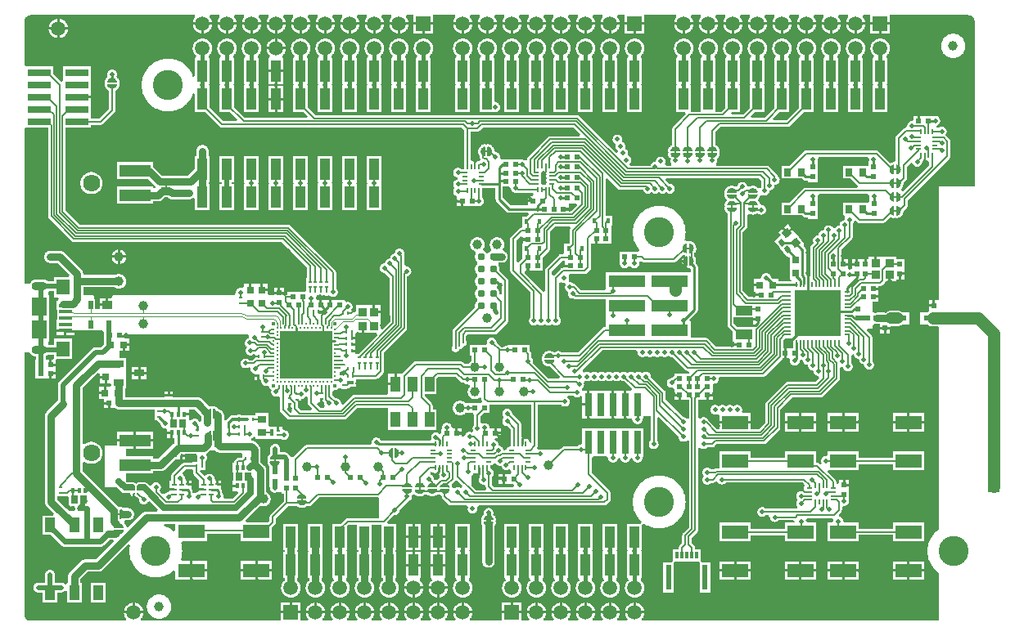
<source format=gtl>
G04*
G04 #@! TF.GenerationSoftware,Altium Limited,Altium Designer,21.4.1 (30)*
G04*
G04 Layer_Physical_Order=1*
G04 Layer_Color=255*
%FSLAX24Y24*%
%MOIN*%
G70*
G04*
G04 #@! TF.SameCoordinates,516B4A6D-3ECB-46AA-BE42-5657E3C56184*
G04*
G04*
G04 #@! TF.FilePolarity,Positive*
G04*
G01*
G75*
%ADD10C,0.0059*%
%ADD12C,0.0060*%
%ADD14C,0.0118*%
%ADD15C,0.0150*%
%ADD16C,0.0100*%
%ADD17C,0.0200*%
%ADD18C,0.0049*%
%ADD19C,0.0079*%
%ADD21C,0.0060*%
%ADD29R,0.0207X0.0098*%
%ADD30R,0.1083X0.0551*%
%ADD33R,0.0394X0.0591*%
%ADD34R,0.0106X0.0118*%
%ADD35R,0.0320X0.0300*%
%ADD36R,0.0157X0.0098*%
%ADD37R,0.0157X0.0276*%
%ADD38R,0.0394X0.0630*%
%ADD39R,0.0118X0.0106*%
%ADD40R,0.0236X0.0197*%
%ADD42R,0.0197X0.0236*%
%ADD43R,0.0217X0.0236*%
%ADD44R,0.0236X0.0217*%
%ADD46R,0.0276X0.0157*%
%ADD47R,0.0098X0.0157*%
%ADD48R,0.0315X0.0295*%
%ADD49R,0.0335X0.0374*%
%ADD50R,0.0295X0.0315*%
%ADD51R,0.0551X0.0630*%
%ADD52R,0.0610X0.0748*%
%ADD53R,0.0531X0.0157*%
%ADD54R,0.0256X0.0197*%
%ADD55R,0.0300X0.0320*%
%ADD56R,0.0402X0.0862*%
%ADD57R,0.0709X0.0394*%
G04:AMPARAMS|DCode=58|XSize=31.5mil|YSize=29.5mil|CornerRadius=0mil|HoleSize=0mil|Usage=FLASHONLY|Rotation=40.000|XOffset=0mil|YOffset=0mil|HoleType=Round|Shape=Rectangle|*
%AMROTATEDRECTD58*
4,1,4,-0.0026,-0.0214,-0.0216,0.0012,0.0026,0.0214,0.0216,-0.0012,-0.0026,-0.0214,0.0*
%
%ADD58ROTATEDRECTD58*%

G04:AMPARAMS|DCode=59|XSize=19.7mil|YSize=25.6mil|CornerRadius=0mil|HoleSize=0mil|Usage=FLASHONLY|Rotation=40.000|XOffset=0mil|YOffset=0mil|HoleType=Round|Shape=Rectangle|*
%AMROTATEDRECTD59*
4,1,4,0.0007,-0.0161,-0.0158,0.0035,-0.0007,0.0161,0.0158,-0.0035,0.0007,-0.0161,0.0*
%
%ADD59ROTATEDRECTD59*%

%ADD60R,0.0142X0.0098*%
%ADD61R,0.0236X0.0335*%
%ADD62R,0.0394X0.0335*%
%ADD63R,0.0157X0.0197*%
%ADD64C,0.0394*%
%ADD65R,0.0228X0.0197*%
%ADD66R,0.0315X0.0295*%
%ADD67R,0.1500X0.0500*%
%ADD68R,0.0299X0.0945*%
%ADD69R,0.0945X0.0299*%
%ADD70R,0.1252X0.0500*%
%ADD71R,0.1850X0.1850*%
%ADD72O,0.0079X0.0256*%
%ADD73O,0.0256X0.0079*%
%ADD74R,0.0400X0.0300*%
%ADD75R,0.0374X0.0335*%
%ADD76R,0.0236X0.1024*%
%ADD77R,0.0118X0.0315*%
%ADD78R,0.0280X0.0362*%
%ADD79R,0.0165X0.0217*%
%ADD80C,0.0087*%
%ADD105C,0.0197*%
%ADD147O,0.0087X0.0256*%
%ADD148O,0.0256X0.0087*%
%ADD149C,0.0079*%
%ADD150C,0.0310*%
%ADD151C,0.0089*%
%ADD152R,0.2126X0.1969*%
%ADD153C,0.0157*%
%ADD154C,0.0300*%
%ADD155C,0.0250*%
%ADD156C,0.0157*%
%ADD157C,0.0236*%
%ADD158C,0.0080*%
%ADD159C,0.0090*%
%ADD160C,0.0500*%
%ADD161C,0.0450*%
%ADD162C,0.0110*%
%ADD163R,0.0500X0.0300*%
%ADD164C,0.0591*%
%ADD165R,0.0591X0.0591*%
%ADD166C,0.1220*%
%ADD167O,0.0630X0.0354*%
%ADD168C,0.0390*%
%ADD169C,0.0701*%
%ADD170C,0.0118*%
%ADD171C,0.0240*%
%ADD172C,0.0260*%
G36*
X3768Y22284D02*
X3796Y22274D01*
X3850Y22241D01*
X3882Y22208D01*
X3905Y22172D01*
X3917Y22132D01*
X3910Y22112D01*
X3889Y22100D01*
X3550D01*
X3521Y22130D01*
X3536Y22177D01*
X3553Y22202D01*
X3582Y22231D01*
X3605Y22252D01*
X3644Y22275D01*
X3681Y22286D01*
X3768Y22284D01*
D02*
G37*
G36*
X3919Y22010D02*
X3904Y21963D01*
X3887Y21938D01*
X3858Y21909D01*
X3835Y21888D01*
X3796Y21865D01*
X3759Y21854D01*
X3672Y21856D01*
X3644Y21866D01*
X3590Y21899D01*
X3558Y21932D01*
X3535Y21968D01*
X3523Y22008D01*
X3530Y22028D01*
X3551Y22040D01*
X3890D01*
X3919Y22010D01*
D02*
G37*
G36*
X28208Y19483D02*
X28236Y19473D01*
X28290Y19440D01*
X28322Y19407D01*
X28345Y19371D01*
X28357Y19331D01*
X28350Y19311D01*
X28329Y19299D01*
X27990D01*
X27961Y19329D01*
X27976Y19375D01*
X27993Y19401D01*
X28022Y19430D01*
X28045Y19451D01*
X28084Y19474D01*
X28121Y19485D01*
X28208Y19483D01*
D02*
G37*
G36*
X27708D02*
X27736Y19473D01*
X27790Y19440D01*
X27822Y19407D01*
X27845Y19371D01*
X27857Y19331D01*
X27850Y19311D01*
X27829Y19299D01*
X27490D01*
X27461Y19329D01*
X27476Y19375D01*
X27493Y19401D01*
X27522Y19430D01*
X27545Y19451D01*
X27584Y19474D01*
X27621Y19485D01*
X27708Y19483D01*
D02*
G37*
G36*
X27208D02*
X27236Y19473D01*
X27290Y19440D01*
X27322Y19407D01*
X27345Y19371D01*
X27357Y19331D01*
X27350Y19311D01*
X27329Y19299D01*
X26990D01*
X26961Y19329D01*
X26976Y19375D01*
X26993Y19401D01*
X27022Y19430D01*
X27045Y19451D01*
X27084Y19474D01*
X27121Y19485D01*
X27208Y19483D01*
D02*
G37*
G36*
X26708D02*
X26736Y19473D01*
X26790Y19440D01*
X26822Y19407D01*
X26845Y19371D01*
X26857Y19331D01*
X26850Y19311D01*
X26829Y19299D01*
X26490D01*
X26461Y19329D01*
X26476Y19375D01*
X26493Y19401D01*
X26522Y19430D01*
X26545Y19451D01*
X26584Y19474D01*
X26621Y19485D01*
X26708Y19483D01*
D02*
G37*
G36*
X19079Y19472D02*
X19104Y19455D01*
X19133Y19426D01*
X19154Y19403D01*
X19177Y19364D01*
X19188Y19327D01*
X19186Y19240D01*
X19176Y19212D01*
X19143Y19158D01*
X19110Y19126D01*
X19074Y19103D01*
X19034Y19091D01*
X19014Y19098D01*
X19002Y19118D01*
Y19458D01*
X19032Y19487D01*
X19079Y19472D01*
D02*
G37*
G36*
X18910Y19478D02*
X18922Y19457D01*
Y19118D01*
X18892Y19089D01*
X18846Y19104D01*
X18820Y19121D01*
X18791Y19150D01*
X18770Y19173D01*
X18747Y19212D01*
X18736Y19249D01*
X18738Y19336D01*
X18748Y19364D01*
X18781Y19418D01*
X18814Y19450D01*
X18850Y19472D01*
X18890Y19485D01*
X18910Y19478D01*
D02*
G37*
G36*
X28359Y19189D02*
X28344Y19142D01*
X28327Y19117D01*
X28298Y19088D01*
X28275Y19067D01*
X28236Y19044D01*
X28199Y19033D01*
X28112Y19035D01*
X28084Y19045D01*
X28030Y19078D01*
X27998Y19111D01*
X27975Y19147D01*
X27963Y19187D01*
X27970Y19207D01*
X27991Y19219D01*
X28330D01*
X28359Y19189D01*
D02*
G37*
G36*
X27859D02*
X27844Y19142D01*
X27827Y19117D01*
X27798Y19088D01*
X27775Y19067D01*
X27736Y19044D01*
X27699Y19033D01*
X27612Y19035D01*
X27584Y19045D01*
X27530Y19078D01*
X27498Y19111D01*
X27475Y19147D01*
X27463Y19187D01*
X27470Y19207D01*
X27491Y19219D01*
X27830D01*
X27859Y19189D01*
D02*
G37*
G36*
X27359D02*
X27344Y19142D01*
X27327Y19117D01*
X27298Y19088D01*
X27275Y19067D01*
X27236Y19044D01*
X27199Y19033D01*
X27112Y19035D01*
X27084Y19045D01*
X27030Y19078D01*
X26998Y19111D01*
X26975Y19147D01*
X26963Y19187D01*
X26970Y19207D01*
X26991Y19219D01*
X27330D01*
X27359Y19189D01*
D02*
G37*
G36*
X26859D02*
X26844Y19142D01*
X26827Y19117D01*
X26798Y19088D01*
X26775Y19067D01*
X26736Y19044D01*
X26699Y19033D01*
X26612Y19035D01*
X26584Y19045D01*
X26530Y19078D01*
X26498Y19111D01*
X26475Y19147D01*
X26463Y19187D01*
X26470Y19207D01*
X26491Y19219D01*
X26830D01*
X26859Y19189D01*
D02*
G37*
G36*
X22788Y19984D02*
X22758Y19910D01*
X21573D01*
X21553Y19909D01*
X21533Y19904D01*
X21514Y19896D01*
X21496Y19885D01*
X21481Y19872D01*
X20657Y19049D01*
X20644Y19033D01*
X20633Y19016D01*
X20625Y18997D01*
X20621Y18977D01*
X20619Y18956D01*
Y18952D01*
X20608Y18941D01*
X20540Y18915D01*
X20519Y18930D01*
X20495Y18941D01*
X20471Y18950D01*
X20459Y18952D01*
X20456Y18953D01*
X20456Y18953D01*
X20445Y18955D01*
X20381Y18966D01*
Y18966D01*
X19592D01*
X19575Y18976D01*
X19532Y19025D01*
X19527Y19036D01*
X19528Y19058D01*
X19526Y19084D01*
X19521Y19109D01*
X19513Y19134D01*
X19502Y19157D01*
X19487Y19179D01*
X19470Y19198D01*
X19450Y19215D01*
X19429Y19230D01*
X19405Y19241D01*
X19381Y19250D01*
X19355Y19255D01*
X19329Y19257D01*
X19292Y19322D01*
X19287Y19356D01*
X19277Y19389D01*
X19264Y19420D01*
X19248Y19450D01*
X19228Y19478D01*
X19205Y19504D01*
X19179Y19527D01*
X19151Y19546D01*
X19121Y19563D01*
X19121Y19563D01*
X19090Y19576D01*
X19065Y19583D01*
X19065Y19583D01*
X19053Y19586D01*
X19032Y19588D01*
X19012Y19586D01*
X18992Y19581D01*
X18973Y19573D01*
X18962Y19567D01*
X18951Y19573D01*
X18932Y19581D01*
X18912Y19586D01*
X18892Y19588D01*
X18872Y19586D01*
X18860Y19583D01*
X18860Y19583D01*
X18835Y19576D01*
X18803Y19563D01*
X18803Y19563D01*
X18788Y19555D01*
X18788Y19555D01*
X18788Y19555D01*
X18773Y19546D01*
X18745Y19527D01*
X18719Y19504D01*
X18697Y19478D01*
X18677Y19450D01*
X18660Y19420D01*
X18647Y19389D01*
X18638Y19356D01*
X18632Y19322D01*
X18630Y19288D01*
X18632Y19254D01*
X18638Y19220D01*
X18647Y19187D01*
X18660Y19155D01*
X18677Y19125D01*
X18697Y19097D01*
X18699Y19095D01*
Y19040D01*
X18700Y19020D01*
X18705Y19000D01*
X18713Y18981D01*
X18714Y18979D01*
X18709Y18952D01*
X18701Y18933D01*
X18675Y18898D01*
X18674Y18897D01*
X18662Y18898D01*
X18640Y18897D01*
X18618Y18891D01*
X18597Y18883D01*
X18584Y18874D01*
X18570Y18883D01*
X18555Y18889D01*
Y18850D01*
X18546Y18839D01*
X18534Y18820D01*
X18526Y18799D01*
X18520Y18777D01*
X18519Y18755D01*
Y18670D01*
X18491D01*
Y18755D01*
X18489Y18777D01*
X18484Y18799D01*
X18476Y18820D01*
X18464Y18839D01*
X18455Y18850D01*
Y18889D01*
X18440Y18883D01*
X18426Y18874D01*
X18413Y18883D01*
X18392Y18891D01*
X18370Y18897D01*
X18347Y18898D01*
X18320Y18977D01*
Y20090D01*
X18583D01*
X18603Y20091D01*
X18623Y20096D01*
X18642Y20104D01*
X18659Y20115D01*
X18675Y20128D01*
X18817Y20270D01*
X22503D01*
X22788Y19984D01*
D02*
G37*
G36*
X34492Y19051D02*
X34521Y19020D01*
X34542Y18980D01*
X34541Y18970D01*
X34543Y18945D01*
X34543Y18944D01*
X34532Y18865D01*
X34532D01*
Y18777D01*
X34525Y18700D01*
X34025D01*
X34025Y18700D01*
X33975D01*
Y18700D01*
X33945Y18700D01*
X33475D01*
Y18180D01*
X33798D01*
X34080Y17898D01*
X34089Y17890D01*
X34088Y17866D01*
X34064Y17810D01*
X31968D01*
X31947Y17809D01*
X31927Y17804D01*
X31908Y17796D01*
X31891Y17786D01*
X31875Y17772D01*
X31303Y17200D01*
X30975D01*
Y16680D01*
X31445D01*
X31475Y16680D01*
Y16680D01*
X31525D01*
Y16680D01*
X31820D01*
X31853Y16647D01*
X31871Y16631D01*
X31891Y16619D01*
X31913Y16610D01*
X31936Y16605D01*
X31959Y16603D01*
X32042D01*
Y16535D01*
X32458D01*
Y16929D01*
Y17365D01*
X32458Y17365D01*
X32447Y17444D01*
X32447Y17445D01*
X32449Y17470D01*
X32492Y17532D01*
X32508Y17546D01*
X32517Y17550D01*
X34493D01*
X34502Y17546D01*
X34519Y17532D01*
X34561Y17470D01*
X34563Y17445D01*
X34563Y17444D01*
X34552Y17365D01*
X34552D01*
Y17269D01*
X34525Y17200D01*
X34025D01*
X34025Y17200D01*
X33975D01*
Y17200D01*
X33945Y17200D01*
X33475D01*
Y16680D01*
X33537D01*
X33550Y16669D01*
X33573Y16623D01*
X33580Y16600D01*
X33571Y16581D01*
X33563Y16557D01*
X33558Y16531D01*
X33545Y16484D01*
X33519Y16482D01*
X33493Y16477D01*
X33469Y16469D01*
X33445Y16458D01*
X33424Y16443D01*
X33404Y16426D01*
X33387Y16406D01*
X33372Y16385D01*
X33361Y16361D01*
X33353Y16337D01*
X33347Y16311D01*
X33335Y16264D01*
X33309Y16263D01*
X33283Y16257D01*
X33259Y16249D01*
X33235Y16238D01*
X33214Y16223D01*
X33194Y16206D01*
X33177Y16186D01*
X33169Y16174D01*
X33136Y16169D01*
X33080Y16178D01*
X33077Y16185D01*
X33062Y16206D01*
X33045Y16226D01*
X33026Y16243D01*
X33004Y16258D01*
X32981Y16269D01*
X32956Y16277D01*
X32931Y16283D01*
X32905Y16284D01*
X32879Y16283D01*
X32853Y16277D01*
X32829Y16269D01*
X32805Y16258D01*
X32784Y16243D01*
X32764Y16226D01*
X32747Y16206D01*
X32732Y16185D01*
X32721Y16161D01*
X32713Y16137D01*
X32708Y16111D01*
X32706Y16085D01*
X32659Y16072D01*
X32633Y16067D01*
X32609Y16059D01*
X32585Y16048D01*
X32564Y16033D01*
X32544Y16016D01*
X32527Y15996D01*
X32512Y15975D01*
X32501Y15951D01*
X32493Y15927D01*
X32487Y15901D01*
X32486Y15875D01*
X32439Y15862D01*
X32413Y15857D01*
X32389Y15849D01*
X32365Y15838D01*
X32344Y15823D01*
X32324Y15806D01*
X32307Y15786D01*
X32292Y15765D01*
X32281Y15741D01*
X32273Y15717D01*
X32267Y15691D01*
X32266Y15665D01*
X32267Y15639D01*
X32273Y15614D01*
X32281Y15589D01*
X32292Y15566D01*
X32299Y15556D01*
X32182Y15439D01*
X32169Y15424D01*
X32158Y15406D01*
X32151Y15387D01*
X32146Y15368D01*
X32144Y15347D01*
Y14224D01*
X32119Y14191D01*
X32066Y14168D01*
X32063Y14169D01*
X32044Y14182D01*
X32042Y14190D01*
X32033Y14211D01*
X32021Y14230D01*
X32006Y14248D01*
X31980Y14274D01*
Y15271D01*
X31978Y15294D01*
X31973Y15316D01*
X31964Y15337D01*
X31952Y15357D01*
X31937Y15374D01*
X31875Y15436D01*
X31879Y15516D01*
X31902Y15536D01*
X31584Y15915D01*
X31584Y15915D01*
X31532Y15977D01*
X31433Y16094D01*
X31236Y15929D01*
X31204Y15967D01*
X31166Y15935D01*
X31007Y16125D01*
X30848Y15991D01*
X30967Y15849D01*
X30686Y15614D01*
X30877Y15387D01*
X30927Y15327D01*
X31220Y14978D01*
X31231Y14988D01*
X31307Y14947D01*
Y14622D01*
X31307D01*
Y14586D01*
X31307D01*
Y14090D01*
X31329D01*
X31375Y14025D01*
X31375Y14010D01*
X31372Y14008D01*
X30868D01*
Y14089D01*
X30635D01*
X30550Y14174D01*
X30548Y14181D01*
X30540Y14205D01*
X30528Y14229D01*
X30514Y14250D01*
X30497Y14270D01*
X30477Y14287D01*
X30456Y14301D01*
X30432Y14313D01*
X30408Y14321D01*
X30382Y14326D01*
X30356Y14328D01*
X30330Y14326D01*
X30305Y14321D01*
X30280Y14313D01*
X30257Y14301D01*
X30235Y14287D01*
X30216Y14270D01*
X30198Y14250D01*
X30184Y14229D01*
X30173Y14205D01*
X30164Y14181D01*
X30159Y14155D01*
X30157Y14129D01*
X30084Y14089D01*
X29841D01*
Y13882D01*
X30089D01*
Y13782D01*
X29841D01*
Y13574D01*
X29940D01*
Y13482D01*
X30158D01*
Y13382D01*
X29940D01*
Y13354D01*
X29650D01*
X29405Y13599D01*
Y15993D01*
X29542Y16130D01*
X29555Y16146D01*
X29566Y16163D01*
X29574Y16182D01*
X29579Y16202D01*
X29580Y16222D01*
Y16707D01*
X29619Y16737D01*
X29660Y16751D01*
X29677Y16741D01*
X29709Y16728D01*
X29742Y16718D01*
X29776Y16713D01*
X29810Y16711D01*
X29844Y16713D01*
X29878Y16718D01*
X29911Y16728D01*
X29943Y16741D01*
X29973Y16758D01*
X30000Y16777D01*
X30002Y16777D01*
X30009Y16769D01*
X30029Y16752D01*
X30051Y16738D01*
X30074Y16726D01*
X30099Y16718D01*
X30124Y16713D01*
X30150Y16711D01*
X30176Y16713D01*
X30201Y16718D01*
X30226Y16726D01*
X30249Y16738D01*
X30271Y16752D01*
X30291Y16769D01*
X30308Y16789D01*
X30322Y16811D01*
X30334Y16834D01*
X30342Y16859D01*
X30347Y16884D01*
X30349Y16910D01*
X30347Y16936D01*
X30342Y16961D01*
X30334Y16986D01*
X30322Y17009D01*
X30308Y17031D01*
X30291Y17051D01*
X30271Y17068D01*
X30249Y17082D01*
X30226Y17094D01*
X30201Y17102D01*
X30176Y17107D01*
X30175Y17107D01*
X30106Y17146D01*
X30098Y17171D01*
X30085Y17202D01*
X30085Y17202D01*
X30077Y17217D01*
X30069Y17232D01*
X30049Y17260D01*
X30026Y17287D01*
Y17339D01*
X30049Y17366D01*
X30069Y17394D01*
X30085Y17424D01*
X30085Y17424D01*
X30098Y17455D01*
X30104Y17474D01*
X30120Y17488D01*
X30153Y17505D01*
X30185Y17513D01*
X30209Y17502D01*
X30233Y17493D01*
X30259Y17488D01*
X30285Y17486D01*
X30311Y17488D01*
X30336Y17493D01*
X30361Y17502D01*
X30384Y17513D01*
X30406Y17528D01*
X30425Y17545D01*
X30442Y17564D01*
X30457Y17586D01*
X30468Y17609D01*
X30477Y17634D01*
X30482Y17659D01*
X30495Y17707D01*
X30521Y17708D01*
X30546Y17713D01*
X30571Y17722D01*
X30594Y17733D01*
X30616Y17748D01*
X30635Y17765D01*
X30652Y17784D01*
X30667Y17806D01*
X30678Y17829D01*
X30687Y17854D01*
X30692Y17879D01*
X30705Y17926D01*
X30731Y17928D01*
X30756Y17933D01*
X30781Y17942D01*
X30804Y17953D01*
X30826Y17968D01*
X30845Y17985D01*
X30862Y18004D01*
X30877Y18026D01*
X30888Y18049D01*
X30897Y18074D01*
X30902Y18099D01*
X30903Y18125D01*
X30970Y18179D01*
X30978Y18180D01*
X31445D01*
X31475Y18180D01*
Y18180D01*
X31525D01*
Y18180D01*
X31822D01*
X31856Y18147D01*
X31873Y18131D01*
X31894Y18119D01*
X31915Y18110D01*
X31938Y18104D01*
X31962Y18103D01*
X32042D01*
Y18035D01*
X32458D01*
Y18429D01*
Y18865D01*
X32458Y18865D01*
X32447Y18945D01*
X32447Y18947D01*
X32449Y18973D01*
X32448Y18980D01*
X32484Y19036D01*
X32501Y19053D01*
X32515Y19060D01*
X34476D01*
X34492Y19051D01*
D02*
G37*
G36*
X36825Y19053D02*
X36827Y19031D01*
X36832Y19009D01*
X36841Y18988D01*
X36852Y18969D01*
X36861Y18958D01*
Y18919D01*
X36877Y18925D01*
X36890Y18933D01*
X36903Y18925D01*
X36924Y18916D01*
X36946Y18911D01*
X36969Y18909D01*
X36996Y18831D01*
Y18720D01*
X35940Y17665D01*
X35909Y17658D01*
X35861Y17689D01*
X35854Y17773D01*
X35855Y17774D01*
X35878Y17800D01*
X35897Y17827D01*
X35914Y17857D01*
X35927Y17889D01*
X35937Y17922D01*
X35942Y17956D01*
X35944Y17990D01*
X35943Y18004D01*
X36052Y18113D01*
X36065Y18128D01*
X36076Y18146D01*
X36084Y18165D01*
X36089Y18185D01*
X36090Y18205D01*
Y18663D01*
X36238Y18811D01*
X36258Y18813D01*
X36324Y18795D01*
X36329Y18788D01*
X36338Y18771D01*
X36352Y18749D01*
X36369Y18729D01*
X36389Y18712D01*
X36411Y18698D01*
X36434Y18686D01*
X36459Y18678D01*
X36484Y18673D01*
X36510Y18671D01*
X36536Y18673D01*
X36561Y18678D01*
X36586Y18686D01*
X36609Y18698D01*
X36631Y18712D01*
X36651Y18729D01*
X36668Y18749D01*
X36682Y18771D01*
X36694Y18794D01*
X36702Y18819D01*
X36707Y18844D01*
X36708Y18860D01*
X36742Y18892D01*
X36761Y18905D01*
Y18940D01*
X36770Y18955D01*
X36778Y18973D01*
X36781Y18986D01*
X36782Y18988D01*
X36791Y19009D01*
X36796Y19031D01*
X36798Y19053D01*
Y19138D01*
X36825D01*
Y19053D01*
D02*
G37*
G36*
X35729Y18734D02*
X35754Y18717D01*
X35783Y18688D01*
X35804Y18665D01*
X35827Y18626D01*
X35838Y18589D01*
X35836Y18502D01*
X35826Y18474D01*
X35793Y18420D01*
X35760Y18388D01*
X35724Y18365D01*
X35684Y18353D01*
X35664Y18360D01*
X35652Y18381D01*
Y18720D01*
X35682Y18749D01*
X35729Y18734D01*
D02*
G37*
G36*
X35560Y18740D02*
X35572Y18719D01*
Y18380D01*
X35542Y18351D01*
X35495Y18366D01*
X35470Y18383D01*
X35441Y18412D01*
X35420Y18435D01*
X35397Y18474D01*
X35386Y18511D01*
X35388Y18598D01*
X35398Y18626D01*
X35431Y18680D01*
X35464Y18712D01*
X35500Y18735D01*
X35540Y18747D01*
X35560Y18740D01*
D02*
G37*
G36*
X21313Y18470D02*
X21334Y18461D01*
X21356Y18456D01*
X21396Y18436D01*
X21398Y18414D01*
X21403Y18392D01*
X21411Y18371D01*
X21420Y18357D01*
X21411Y18344D01*
X21403Y18323D01*
X21398Y18301D01*
X21396Y18279D01*
X21398Y18256D01*
X21403Y18234D01*
X21411Y18213D01*
X21420Y18200D01*
X21411Y18187D01*
X21403Y18166D01*
X21398Y18144D01*
X21396Y18121D01*
X21398Y18099D01*
X21403Y18077D01*
X21411Y18056D01*
X21420Y18043D01*
X21411Y18029D01*
X21403Y18008D01*
X21398Y17986D01*
X21396Y17964D01*
X21378Y17946D01*
X21356Y17944D01*
X21334Y17939D01*
X21313Y17930D01*
X21299Y17922D01*
X21286Y17930D01*
X21265Y17939D01*
X21243Y17944D01*
X21221Y17946D01*
X21203Y17964D01*
X21201Y17986D01*
X21196Y18008D01*
X21187Y18029D01*
X21179Y18043D01*
X21187Y18056D01*
X21196Y18077D01*
X21201Y18099D01*
X21203Y18121D01*
X21201Y18144D01*
X21196Y18166D01*
X21187Y18187D01*
X21179Y18200D01*
X21187Y18213D01*
X21196Y18234D01*
X21201Y18256D01*
X21203Y18279D01*
X21201Y18301D01*
X21196Y18323D01*
X21187Y18344D01*
X21179Y18357D01*
X21187Y18371D01*
X21196Y18392D01*
X21201Y18414D01*
X21203Y18436D01*
X21243Y18456D01*
X21265Y18461D01*
X21286Y18470D01*
X21299Y18478D01*
X21313Y18470D01*
D02*
G37*
G36*
X35729Y18174D02*
X35754Y18157D01*
X35783Y18128D01*
X35804Y18105D01*
X35827Y18066D01*
X35838Y18029D01*
X35836Y17942D01*
X35826Y17914D01*
X35793Y17860D01*
X35760Y17828D01*
X35724Y17805D01*
X35684Y17793D01*
X35664Y17800D01*
X35652Y17821D01*
Y18160D01*
X35682Y18189D01*
X35729Y18174D01*
D02*
G37*
G36*
X35560Y18180D02*
X35572Y18159D01*
Y17820D01*
X35542Y17791D01*
X35495Y17806D01*
X35470Y17823D01*
X35441Y17852D01*
X35420Y17875D01*
X35397Y17914D01*
X35386Y17951D01*
X35388Y18038D01*
X35398Y18066D01*
X35431Y18120D01*
X35464Y18152D01*
X35500Y18175D01*
X35540Y18187D01*
X35560Y18180D01*
D02*
G37*
G36*
X29858Y17787D02*
X29886Y17777D01*
X29940Y17744D01*
X29972Y17711D01*
X29995Y17675D01*
X30007Y17635D01*
X30000Y17615D01*
X29979Y17603D01*
X29640D01*
X29611Y17633D01*
X29626Y17680D01*
X29643Y17705D01*
X29672Y17734D01*
X29695Y17755D01*
X29734Y17778D01*
X29771Y17789D01*
X29858Y17787D01*
D02*
G37*
G36*
X29008D02*
X29036Y17777D01*
X29090Y17744D01*
X29122Y17711D01*
X29145Y17675D01*
X29157Y17635D01*
X29150Y17615D01*
X29129Y17603D01*
X28790D01*
X28761Y17633D01*
X28776Y17680D01*
X28793Y17705D01*
X28822Y17734D01*
X28845Y17755D01*
X28884Y17778D01*
X28921Y17789D01*
X29008Y17787D01*
D02*
G37*
G36*
X30154Y18111D02*
Y17835D01*
X30144Y17826D01*
X30127Y17806D01*
X30095Y17796D01*
X30066Y17794D01*
X30031Y17800D01*
X30026Y17806D01*
X30000Y17829D01*
X29973Y17848D01*
X29943Y17865D01*
X29911Y17878D01*
X29878Y17888D01*
X29844Y17893D01*
X29810Y17895D01*
X29776Y17893D01*
X29742Y17888D01*
X29709Y17878D01*
X29677Y17865D01*
X29658Y17854D01*
X29621Y17864D01*
X29574Y17894D01*
X29572Y17901D01*
X29564Y17926D01*
X29552Y17949D01*
X29538Y17971D01*
X29521Y17991D01*
X29501Y18008D01*
X29479Y18022D01*
X29456Y18034D01*
X29431Y18042D01*
X29406Y18047D01*
X29380Y18049D01*
X29354Y18047D01*
X29329Y18042D01*
X29304Y18034D01*
X29281Y18022D01*
X29259Y18008D01*
X29239Y17991D01*
X29222Y17971D01*
X29208Y17949D01*
X29196Y17926D01*
X29188Y17901D01*
X29188Y17900D01*
X29155Y17874D01*
X29141Y17868D01*
X29102Y17860D01*
X29093Y17865D01*
X29061Y17878D01*
X29028Y17888D01*
X28994Y17893D01*
X28960Y17895D01*
X28926Y17893D01*
X28892Y17888D01*
X28859Y17878D01*
X28827Y17865D01*
X28797Y17848D01*
X28770Y17829D01*
X28744Y17806D01*
X28721Y17780D01*
X28701Y17752D01*
X28685Y17722D01*
X28685Y17722D01*
X28672Y17691D01*
X28664Y17666D01*
X28665Y17666D01*
X28662Y17654D01*
X28660Y17633D01*
X28662Y17613D01*
X28666Y17593D01*
X28674Y17574D01*
X28675Y17573D01*
X28674Y17572D01*
X28666Y17553D01*
X28662Y17533D01*
X28660Y17513D01*
X28662Y17492D01*
X28665Y17480D01*
X28664Y17480D01*
X28672Y17455D01*
X28685Y17424D01*
X28685Y17424D01*
X28693Y17409D01*
X28693Y17409D01*
X28693Y17409D01*
X28701Y17394D01*
X28721Y17366D01*
X28744Y17339D01*
Y17287D01*
X28721Y17260D01*
X28701Y17232D01*
X28685Y17202D01*
X28685Y17202D01*
X28672Y17171D01*
X28664Y17146D01*
X28665Y17146D01*
X28662Y17134D01*
X28660Y17113D01*
X28662Y17093D01*
X28666Y17073D01*
X28674Y17054D01*
X28681Y17043D01*
X28674Y17032D01*
X28666Y17013D01*
X28662Y16993D01*
X28660Y16973D01*
X28662Y16952D01*
X28665Y16940D01*
X28664Y16940D01*
X28672Y16915D01*
X28685Y16884D01*
X28685Y16884D01*
X28693Y16869D01*
X28693Y16869D01*
X28693Y16869D01*
X28701Y16854D01*
X28721Y16826D01*
X28744Y16800D01*
X28770Y16777D01*
X28780Y16770D01*
Y12210D01*
X28781Y12190D01*
X28786Y12170D01*
X28794Y12151D01*
X28805Y12133D01*
X28818Y12118D01*
X29002Y11934D01*
Y11529D01*
X29041D01*
Y11458D01*
X29259D01*
Y11358D01*
X29041D01*
Y11320D01*
X28324D01*
X28002Y11642D01*
X27987Y11655D01*
X27969Y11666D01*
X27950Y11674D01*
X27930Y11679D01*
X27910Y11680D01*
X27275D01*
Y12346D01*
X27272D01*
X27239Y12426D01*
X27536Y12724D01*
X27552Y12742D01*
X27564Y12762D01*
X27573Y12783D01*
X27579Y12806D01*
X27580Y12830D01*
Y14583D01*
X27579Y14606D01*
X27573Y14629D01*
X27564Y14651D01*
X27552Y14671D01*
X27536Y14689D01*
X27492Y14734D01*
X27498Y14752D01*
X27503Y14786D01*
X27504Y14792D01*
X27505Y14796D01*
X27506Y14820D01*
X27505Y14844D01*
X27504Y14848D01*
X27503Y14854D01*
X27498Y14888D01*
X27488Y14921D01*
X27475Y14953D01*
X27458Y14983D01*
X27440Y15008D01*
Y15147D01*
X27443Y15150D01*
X27462Y15177D01*
X27479Y15207D01*
X27492Y15239D01*
X27502Y15272D01*
X27507Y15306D01*
X27509Y15340D01*
X27507Y15374D01*
X27502Y15408D01*
X27492Y15441D01*
X27479Y15473D01*
X27462Y15503D01*
X27443Y15530D01*
X27420Y15556D01*
X27394Y15579D01*
X27366Y15599D01*
X27336Y15615D01*
X27336Y15615D01*
X27305Y15628D01*
X27280Y15636D01*
X27280Y15635D01*
X27268Y15638D01*
X27247Y15640D01*
X27227Y15638D01*
X27207Y15634D01*
X27188Y15626D01*
X27177Y15619D01*
X27166Y15626D01*
X27147Y15634D01*
X27127Y15638D01*
X27107Y15640D01*
X27099Y15639D01*
X27081Y15649D01*
X27055Y15671D01*
X27054Y15672D01*
X27035Y15708D01*
X27044Y15739D01*
X27058Y15802D01*
X27068Y15866D01*
X27073Y15931D01*
X27075Y15996D01*
X27073Y16061D01*
X27068Y16126D01*
X27058Y16190D01*
X27044Y16253D01*
X27027Y16316D01*
X27005Y16377D01*
X26981Y16437D01*
X26952Y16496D01*
X26920Y16552D01*
X26885Y16607D01*
X26847Y16659D01*
X26805Y16709D01*
X26760Y16756D01*
X26713Y16801D01*
X26663Y16843D01*
X26611Y16881D01*
X26556Y16916D01*
X26500Y16948D01*
X26441Y16977D01*
X26381Y17001D01*
X26320Y17023D01*
X26257Y17040D01*
X26194Y17054D01*
X26130Y17064D01*
X26065Y17069D01*
X26000Y17071D01*
X25935Y17069D01*
X25870Y17064D01*
X25806Y17054D01*
X25743Y17040D01*
X25680Y17023D01*
X25619Y17001D01*
X25559Y16977D01*
X25500Y16948D01*
X25444Y16916D01*
X25389Y16881D01*
X25337Y16843D01*
X25287Y16801D01*
X25240Y16756D01*
X25195Y16709D01*
X25153Y16659D01*
X25115Y16607D01*
X25080Y16552D01*
X25048Y16496D01*
X25019Y16437D01*
X24995Y16377D01*
X24973Y16316D01*
X24956Y16253D01*
X24942Y16190D01*
X24932Y16126D01*
X24927Y16061D01*
X24925Y15996D01*
X24927Y15931D01*
X24932Y15866D01*
X24942Y15802D01*
X24956Y15739D01*
X24973Y15676D01*
X24995Y15615D01*
X25019Y15555D01*
X25048Y15496D01*
X25080Y15440D01*
X25115Y15385D01*
X25153Y15333D01*
X25195Y15283D01*
X25199Y15278D01*
X25165Y15198D01*
X24375D01*
Y14782D01*
X24375Y14782D01*
X24394Y14723D01*
X24396Y14697D01*
X24401Y14672D01*
X24409Y14647D01*
X24421Y14624D01*
X24435Y14602D01*
X24453Y14583D01*
X24472Y14565D01*
X24494Y14551D01*
X24517Y14539D01*
X24542Y14531D01*
X24567Y14526D01*
X24593Y14524D01*
X24619Y14526D01*
X24645Y14531D01*
X24669Y14539D01*
X24693Y14551D01*
X24714Y14565D01*
X24734Y14583D01*
X24742Y14592D01*
X24758Y14598D01*
X24790Y14601D01*
X24791Y14601D01*
X24827Y14597D01*
X24839Y14592D01*
X24849Y14579D01*
X24869Y14562D01*
X24891Y14548D01*
X24914Y14536D01*
X24939Y14528D01*
X24964Y14523D01*
X24990Y14521D01*
X25016Y14523D01*
X25041Y14528D01*
X25066Y14536D01*
X25089Y14548D01*
X25111Y14562D01*
X25131Y14579D01*
X25148Y14599D01*
X25162Y14621D01*
X25174Y14644D01*
X25182Y14669D01*
X25187Y14694D01*
X25189Y14720D01*
X25205Y14782D01*
X25285Y14811D01*
X25288Y14808D01*
X25303Y14794D01*
X25321Y14784D01*
X25340Y14776D01*
X25360Y14771D01*
X25380Y14770D01*
X26604D01*
X26624Y14771D01*
X26644Y14776D01*
X26663Y14784D01*
X26681Y14794D01*
X26696Y14808D01*
X26977Y15089D01*
X26988Y15081D01*
X27018Y15065D01*
X27018Y15065D01*
X27044Y15054D01*
X27056Y15028D01*
X27047Y15007D01*
X27019Y14957D01*
X27045Y14982D01*
X27081Y15005D01*
X27121Y15017D01*
X27141Y15010D01*
X27153Y14989D01*
Y14650D01*
X27123Y14621D01*
X27116Y14623D01*
X27119Y14610D01*
X27127Y14591D01*
X27138Y14574D01*
X27151Y14558D01*
X27167Y14545D01*
X27184Y14534D01*
X27203Y14526D01*
X27223Y14522D01*
X27243Y14520D01*
X27279Y14449D01*
X27280Y14444D01*
Y14424D01*
X27275Y14346D01*
X25575D01*
Y14346D01*
X25525D01*
Y14346D01*
X23825D01*
Y13646D01*
X23747Y13640D01*
X22812D01*
X22600Y13852D01*
X22585Y13865D01*
X22567Y13876D01*
X22549Y13884D01*
X22529Y13889D01*
X22520Y13889D01*
X22511Y13901D01*
X22491Y13918D01*
X22469Y13932D01*
X22446Y13944D01*
X22421Y13952D01*
X22396Y13957D01*
X22370Y13959D01*
X22357Y13958D01*
X22326Y13991D01*
X22308Y14031D01*
X22314Y14044D01*
X22322Y14069D01*
X22327Y14094D01*
X22329Y14120D01*
X22327Y14146D01*
X22322Y14171D01*
X22314Y14196D01*
X22310Y14204D01*
X22327Y14250D01*
X22355Y14284D01*
X22958D01*
X22978Y14286D01*
X22998Y14291D01*
X23017Y14298D01*
X23034Y14309D01*
X23050Y14322D01*
X23195Y14468D01*
X23209Y14483D01*
X23219Y14501D01*
X23227Y14520D01*
X23232Y14540D01*
X23233Y14560D01*
Y15539D01*
X23394D01*
Y15737D01*
X23494D01*
Y15539D01*
X24056D01*
Y15869D01*
Y16252D01*
X24087D01*
Y16648D01*
X23828D01*
Y18160D01*
X23902Y18191D01*
X24325Y17768D01*
X24340Y17754D01*
X24358Y17744D01*
X24377Y17736D01*
X24397Y17731D01*
X24417Y17730D01*
X25346D01*
X25348Y17719D01*
X25356Y17694D01*
X25368Y17671D01*
X25382Y17649D01*
X25399Y17629D01*
X25419Y17612D01*
X25441Y17598D01*
X25464Y17586D01*
X25489Y17578D01*
X25514Y17573D01*
X25540Y17571D01*
X25566Y17573D01*
X25591Y17578D01*
X25616Y17586D01*
X25639Y17598D01*
X25661Y17612D01*
X25681Y17629D01*
X25699D01*
X25719Y17612D01*
X25741Y17598D01*
X25764Y17586D01*
X25789Y17578D01*
X25814Y17573D01*
X25840Y17571D01*
X25866Y17573D01*
X25891Y17578D01*
X25916Y17586D01*
X25939Y17598D01*
X25961Y17612D01*
X25981Y17629D01*
X25999D01*
X26019Y17612D01*
X26041Y17598D01*
X26064Y17586D01*
X26089Y17578D01*
X26114Y17573D01*
X26140Y17571D01*
X26166Y17573D01*
X26191Y17578D01*
X26216Y17586D01*
X26239Y17598D01*
X26261Y17612D01*
X26281Y17629D01*
X26299D01*
X26319Y17612D01*
X26341Y17598D01*
X26364Y17586D01*
X26389Y17578D01*
X26414Y17573D01*
X26440Y17571D01*
X26466Y17573D01*
X26491Y17578D01*
X26516Y17586D01*
X26539Y17598D01*
X26561Y17612D01*
X26581Y17629D01*
X26598Y17649D01*
X26612Y17671D01*
X26624Y17694D01*
X26632Y17719D01*
X26637Y17744D01*
X26639Y17770D01*
X26637Y17796D01*
X26632Y17821D01*
X26624Y17846D01*
X26612Y17869D01*
X26598Y17891D01*
X26581Y17911D01*
X26561Y17928D01*
X26539Y17942D01*
X26516Y17954D01*
X26491Y17962D01*
X26466Y17967D01*
X26440Y17969D01*
X26426Y17968D01*
X26259Y18136D01*
X26289Y18210D01*
X30056D01*
X30154Y18111D01*
D02*
G37*
G36*
X30009Y17513D02*
X29994Y17466D01*
X29977Y17441D01*
X29948Y17412D01*
X29925Y17391D01*
X29886Y17368D01*
X29849Y17357D01*
X29762Y17359D01*
X29734Y17369D01*
X29680Y17402D01*
X29648Y17435D01*
X29625Y17471D01*
X29613Y17511D01*
X29620Y17531D01*
X29641Y17543D01*
X29980D01*
X30009Y17513D01*
D02*
G37*
G36*
X29159D02*
X29144Y17466D01*
X29127Y17441D01*
X29098Y17412D01*
X29075Y17391D01*
X29036Y17368D01*
X28999Y17357D01*
X28912Y17359D01*
X28884Y17369D01*
X28830Y17402D01*
X28798Y17435D01*
X28775Y17471D01*
X28763Y17511D01*
X28770Y17531D01*
X28791Y17543D01*
X29130D01*
X29159Y17513D01*
D02*
G37*
G36*
X35729Y17614D02*
X35754Y17597D01*
X35783Y17568D01*
X35804Y17545D01*
X35827Y17506D01*
X35838Y17469D01*
X35836Y17382D01*
X35826Y17354D01*
X35793Y17300D01*
X35760Y17268D01*
X35724Y17245D01*
X35684Y17233D01*
X35664Y17240D01*
X35652Y17261D01*
Y17600D01*
X35682Y17629D01*
X35729Y17614D01*
D02*
G37*
G36*
X35560Y17620D02*
X35572Y17599D01*
Y17260D01*
X35542Y17231D01*
X35495Y17246D01*
X35470Y17263D01*
X35441Y17292D01*
X35420Y17315D01*
X35397Y17354D01*
X35386Y17391D01*
X35388Y17478D01*
X35398Y17506D01*
X35431Y17560D01*
X35464Y17592D01*
X35500Y17615D01*
X35540Y17627D01*
X35560Y17620D01*
D02*
G37*
G36*
X19902Y17845D02*
X19964Y17798D01*
X19966Y17772D01*
X19971Y17746D01*
X19979Y17722D01*
X19991Y17698D01*
X20005Y17677D01*
X20022Y17657D01*
X20042Y17640D01*
X20064Y17626D01*
X20087Y17614D01*
X20112Y17606D01*
X20137Y17601D01*
X20163Y17599D01*
X20187Y17600D01*
X20203Y17594D01*
X20223Y17589D01*
X20243Y17587D01*
X20873D01*
X20903Y17556D01*
X20902Y17546D01*
X20852Y17476D01*
X20655D01*
Y17328D01*
X20873D01*
Y17228D01*
X20655D01*
Y17088D01*
X19954D01*
X19640Y17402D01*
Y17849D01*
X19889D01*
X19902Y17845D01*
D02*
G37*
G36*
X29858Y17267D02*
X29886Y17257D01*
X29940Y17224D01*
X29972Y17191D01*
X29995Y17155D01*
X30007Y17115D01*
X30000Y17095D01*
X29979Y17083D01*
X29640D01*
X29611Y17113D01*
X29626Y17160D01*
X29643Y17185D01*
X29672Y17214D01*
X29695Y17235D01*
X29734Y17258D01*
X29771Y17269D01*
X29858Y17267D01*
D02*
G37*
G36*
X29008D02*
X29036Y17257D01*
X29090Y17224D01*
X29122Y17191D01*
X29145Y17155D01*
X29157Y17115D01*
X29150Y17095D01*
X29129Y17083D01*
X28790D01*
X28761Y17113D01*
X28776Y17160D01*
X28793Y17185D01*
X28822Y17214D01*
X28845Y17235D01*
X28884Y17258D01*
X28921Y17269D01*
X29008Y17267D01*
D02*
G37*
G36*
X22652Y17098D02*
X22412Y16858D01*
X22322D01*
Y16888D01*
X22104D01*
Y16988D01*
X22322D01*
Y17146D01*
X22388Y17178D01*
X22619D01*
X22652Y17098D01*
D02*
G37*
G36*
X30009Y16973D02*
X29994Y16926D01*
X29977Y16901D01*
X29948Y16872D01*
X29925Y16851D01*
X29886Y16828D01*
X29849Y16817D01*
X29762Y16819D01*
X29734Y16829D01*
X29680Y16862D01*
X29648Y16895D01*
X29625Y16931D01*
X29613Y16971D01*
X29620Y16991D01*
X29641Y17003D01*
X29980D01*
X30009Y16973D01*
D02*
G37*
G36*
X29159D02*
X29144Y16926D01*
X29127Y16901D01*
X29098Y16872D01*
X29075Y16851D01*
X29036Y16828D01*
X28999Y16817D01*
X28912Y16819D01*
X28884Y16829D01*
X28830Y16862D01*
X28798Y16895D01*
X28775Y16931D01*
X28763Y16971D01*
X28770Y16991D01*
X28791Y17003D01*
X29130D01*
X29159Y16973D01*
D02*
G37*
G36*
X35729Y17054D02*
X35754Y17037D01*
X35783Y17008D01*
X35804Y16985D01*
X35827Y16946D01*
X35838Y16909D01*
X35836Y16822D01*
X35826Y16794D01*
X35793Y16740D01*
X35760Y16708D01*
X35724Y16685D01*
X35684Y16673D01*
X35664Y16680D01*
X35652Y16701D01*
Y17040D01*
X35682Y17069D01*
X35729Y17054D01*
D02*
G37*
G36*
X35560Y17060D02*
X35572Y17039D01*
Y16700D01*
X35542Y16671D01*
X35495Y16686D01*
X35470Y16703D01*
X35441Y16732D01*
X35420Y16755D01*
X35397Y16794D01*
X35386Y16831D01*
X35388Y16918D01*
X35398Y16946D01*
X35431Y17000D01*
X35464Y17032D01*
X35500Y17055D01*
X35540Y17067D01*
X35560Y17060D01*
D02*
G37*
G36*
X396Y24846D02*
X400Y24846D01*
X7078D01*
X7103Y24804D01*
X7111Y24766D01*
X7094Y24747D01*
X7071Y24716D01*
X7051Y24683D01*
X7034Y24647D01*
X7021Y24611D01*
X7012Y24573D01*
X7008Y24546D01*
X7792D01*
X7788Y24573D01*
X7779Y24611D01*
X7766Y24647D01*
X7749Y24683D01*
X7729Y24716D01*
X7706Y24747D01*
X7689Y24766D01*
X7697Y24804D01*
X7722Y24846D01*
X8078D01*
X8103Y24804D01*
X8111Y24766D01*
X8094Y24747D01*
X8071Y24716D01*
X8051Y24683D01*
X8034Y24647D01*
X8021Y24611D01*
X8012Y24573D01*
X8008Y24546D01*
X8792D01*
X8788Y24573D01*
X8779Y24611D01*
X8766Y24647D01*
X8749Y24683D01*
X8729Y24716D01*
X8706Y24747D01*
X8689Y24766D01*
X8697Y24804D01*
X8722Y24846D01*
X9078D01*
X9103Y24804D01*
X9111Y24766D01*
X9094Y24747D01*
X9071Y24716D01*
X9051Y24683D01*
X9034Y24647D01*
X9021Y24611D01*
X9012Y24573D01*
X9008Y24546D01*
X9792D01*
X9788Y24573D01*
X9779Y24611D01*
X9766Y24647D01*
X9749Y24683D01*
X9729Y24716D01*
X9706Y24747D01*
X9689Y24766D01*
X9697Y24804D01*
X9722Y24846D01*
X10078D01*
X10103Y24804D01*
X10111Y24766D01*
X10094Y24747D01*
X10071Y24716D01*
X10051Y24683D01*
X10034Y24647D01*
X10021Y24611D01*
X10012Y24573D01*
X10008Y24546D01*
X10792D01*
X10788Y24573D01*
X10779Y24611D01*
X10766Y24647D01*
X10749Y24683D01*
X10729Y24716D01*
X10706Y24747D01*
X10689Y24766D01*
X10697Y24804D01*
X10722Y24846D01*
X11078D01*
X11103Y24804D01*
X11111Y24766D01*
X11094Y24747D01*
X11071Y24716D01*
X11051Y24683D01*
X11034Y24647D01*
X11021Y24611D01*
X11012Y24573D01*
X11008Y24546D01*
X11792D01*
X11788Y24573D01*
X11779Y24611D01*
X11766Y24647D01*
X11749Y24683D01*
X11729Y24716D01*
X11706Y24747D01*
X11689Y24766D01*
X11697Y24804D01*
X11722Y24846D01*
X12078D01*
X12103Y24804D01*
X12111Y24766D01*
X12094Y24747D01*
X12071Y24716D01*
X12051Y24683D01*
X12034Y24647D01*
X12021Y24611D01*
X12012Y24573D01*
X12008Y24546D01*
X12792D01*
X12788Y24573D01*
X12779Y24611D01*
X12766Y24647D01*
X12749Y24683D01*
X12729Y24716D01*
X12706Y24747D01*
X12689Y24766D01*
X12697Y24804D01*
X12722Y24846D01*
X13078D01*
X13103Y24804D01*
X13111Y24766D01*
X13094Y24747D01*
X13071Y24716D01*
X13051Y24683D01*
X13034Y24647D01*
X13021Y24611D01*
X13012Y24573D01*
X13008Y24546D01*
X13792D01*
X13788Y24573D01*
X13779Y24611D01*
X13766Y24647D01*
X13749Y24683D01*
X13729Y24716D01*
X13706Y24747D01*
X13689Y24766D01*
X13697Y24804D01*
X13722Y24846D01*
X14078D01*
X14103Y24804D01*
X14111Y24766D01*
X14094Y24747D01*
X14071Y24716D01*
X14051Y24683D01*
X14034Y24647D01*
X14021Y24611D01*
X14012Y24573D01*
X14008Y24546D01*
X14792D01*
X14788Y24573D01*
X14779Y24611D01*
X14766Y24647D01*
X14749Y24683D01*
X14729Y24716D01*
X14706Y24747D01*
X14689Y24766D01*
X14697Y24804D01*
X14722Y24846D01*
X15078D01*
X15103Y24804D01*
X15111Y24766D01*
X15094Y24747D01*
X15071Y24716D01*
X15051Y24683D01*
X15034Y24647D01*
X15021Y24611D01*
X15012Y24573D01*
X15008Y24546D01*
X15792D01*
X15788Y24573D01*
X15779Y24611D01*
X15766Y24647D01*
X15749Y24683D01*
X15729Y24716D01*
X15706Y24747D01*
X15689Y24766D01*
X15697Y24804D01*
X15722Y24846D01*
X16005D01*
Y24546D01*
X16795D01*
Y24846D01*
X17678D01*
X17703Y24804D01*
X17711Y24766D01*
X17694Y24747D01*
X17671Y24716D01*
X17651Y24683D01*
X17634Y24647D01*
X17621Y24611D01*
X17612Y24573D01*
X17608Y24546D01*
X18392D01*
X18388Y24573D01*
X18379Y24611D01*
X18366Y24647D01*
X18349Y24683D01*
X18329Y24716D01*
X18306Y24747D01*
X18289Y24766D01*
X18297Y24804D01*
X18322Y24846D01*
X18678D01*
X18703Y24804D01*
X18711Y24766D01*
X18694Y24747D01*
X18671Y24716D01*
X18651Y24683D01*
X18634Y24647D01*
X18621Y24611D01*
X18612Y24573D01*
X18608Y24546D01*
X19392D01*
X19388Y24573D01*
X19379Y24611D01*
X19366Y24647D01*
X19349Y24683D01*
X19329Y24716D01*
X19306Y24747D01*
X19289Y24766D01*
X19297Y24804D01*
X19322Y24846D01*
X19678D01*
X19703Y24804D01*
X19711Y24766D01*
X19694Y24747D01*
X19671Y24716D01*
X19651Y24683D01*
X19634Y24647D01*
X19621Y24611D01*
X19612Y24573D01*
X19608Y24546D01*
X20392D01*
X20388Y24573D01*
X20379Y24611D01*
X20366Y24647D01*
X20349Y24683D01*
X20329Y24716D01*
X20306Y24747D01*
X20289Y24766D01*
X20297Y24804D01*
X20322Y24846D01*
X20678D01*
X20703Y24804D01*
X20711Y24766D01*
X20694Y24747D01*
X20671Y24716D01*
X20651Y24683D01*
X20634Y24647D01*
X20621Y24611D01*
X20612Y24573D01*
X20608Y24546D01*
X21392D01*
X21388Y24573D01*
X21379Y24611D01*
X21366Y24647D01*
X21349Y24683D01*
X21329Y24716D01*
X21306Y24747D01*
X21289Y24766D01*
X21297Y24804D01*
X21322Y24846D01*
X21678D01*
X21703Y24804D01*
X21711Y24766D01*
X21694Y24747D01*
X21671Y24716D01*
X21651Y24683D01*
X21634Y24647D01*
X21621Y24611D01*
X21612Y24573D01*
X21608Y24546D01*
X22392D01*
X22388Y24573D01*
X22379Y24611D01*
X22366Y24647D01*
X22349Y24683D01*
X22329Y24716D01*
X22306Y24747D01*
X22289Y24766D01*
X22297Y24804D01*
X22322Y24846D01*
X22678D01*
X22703Y24804D01*
X22711Y24766D01*
X22694Y24747D01*
X22671Y24716D01*
X22651Y24683D01*
X22634Y24647D01*
X22621Y24611D01*
X22612Y24573D01*
X22608Y24546D01*
X23392D01*
X23388Y24573D01*
X23379Y24611D01*
X23366Y24647D01*
X23349Y24683D01*
X23329Y24716D01*
X23306Y24747D01*
X23289Y24766D01*
X23297Y24804D01*
X23322Y24846D01*
X23678D01*
X23703Y24804D01*
X23711Y24766D01*
X23694Y24747D01*
X23671Y24716D01*
X23651Y24683D01*
X23634Y24647D01*
X23621Y24611D01*
X23612Y24573D01*
X23608Y24546D01*
X24392D01*
X24388Y24573D01*
X24379Y24611D01*
X24366Y24647D01*
X24349Y24683D01*
X24329Y24716D01*
X24306Y24747D01*
X24289Y24766D01*
X24297Y24804D01*
X24322Y24846D01*
X24605D01*
Y24546D01*
X25395D01*
Y24846D01*
X26678D01*
X26703Y24804D01*
X26711Y24766D01*
X26694Y24747D01*
X26671Y24716D01*
X26651Y24683D01*
X26634Y24647D01*
X26621Y24611D01*
X26612Y24573D01*
X26608Y24546D01*
X27392D01*
X27388Y24573D01*
X27379Y24611D01*
X27366Y24647D01*
X27349Y24683D01*
X27329Y24716D01*
X27306Y24747D01*
X27289Y24766D01*
X27297Y24804D01*
X27322Y24846D01*
X27678D01*
X27703Y24804D01*
X27711Y24766D01*
X27694Y24747D01*
X27671Y24716D01*
X27651Y24683D01*
X27634Y24647D01*
X27621Y24611D01*
X27612Y24573D01*
X27608Y24546D01*
X28392D01*
X28388Y24573D01*
X28379Y24611D01*
X28366Y24647D01*
X28349Y24683D01*
X28329Y24716D01*
X28306Y24747D01*
X28289Y24766D01*
X28297Y24804D01*
X28322Y24846D01*
X28678D01*
X28703Y24804D01*
X28711Y24766D01*
X28694Y24747D01*
X28671Y24716D01*
X28651Y24683D01*
X28634Y24647D01*
X28621Y24611D01*
X28612Y24573D01*
X28608Y24546D01*
X29392D01*
X29388Y24573D01*
X29379Y24611D01*
X29366Y24647D01*
X29349Y24683D01*
X29329Y24716D01*
X29306Y24747D01*
X29289Y24766D01*
X29297Y24804D01*
X29322Y24846D01*
X29678D01*
X29703Y24804D01*
X29711Y24766D01*
X29694Y24747D01*
X29671Y24716D01*
X29651Y24683D01*
X29634Y24647D01*
X29621Y24611D01*
X29612Y24573D01*
X29608Y24546D01*
X30392D01*
X30388Y24573D01*
X30379Y24611D01*
X30366Y24647D01*
X30349Y24683D01*
X30329Y24716D01*
X30306Y24747D01*
X30289Y24766D01*
X30297Y24804D01*
X30322Y24846D01*
X30678D01*
X30703Y24804D01*
X30711Y24766D01*
X30694Y24747D01*
X30671Y24716D01*
X30651Y24683D01*
X30634Y24647D01*
X30621Y24611D01*
X30612Y24573D01*
X30608Y24546D01*
X31392D01*
X31388Y24573D01*
X31379Y24611D01*
X31366Y24647D01*
X31349Y24683D01*
X31329Y24716D01*
X31306Y24747D01*
X31289Y24766D01*
X31297Y24804D01*
X31322Y24846D01*
X31678D01*
X31703Y24804D01*
X31711Y24766D01*
X31694Y24747D01*
X31671Y24716D01*
X31651Y24683D01*
X31634Y24647D01*
X31621Y24611D01*
X31612Y24573D01*
X31608Y24546D01*
X32392D01*
X32388Y24573D01*
X32379Y24611D01*
X32366Y24647D01*
X32349Y24683D01*
X32329Y24716D01*
X32306Y24747D01*
X32289Y24766D01*
X32297Y24804D01*
X32322Y24846D01*
X32678D01*
X32703Y24804D01*
X32711Y24766D01*
X32694Y24747D01*
X32671Y24716D01*
X32651Y24683D01*
X32634Y24647D01*
X32621Y24611D01*
X32612Y24573D01*
X32608Y24546D01*
X33392D01*
X33388Y24573D01*
X33379Y24611D01*
X33366Y24647D01*
X33349Y24683D01*
X33329Y24716D01*
X33306Y24747D01*
X33289Y24766D01*
X33297Y24804D01*
X33322Y24846D01*
X33678D01*
X33703Y24804D01*
X33711Y24766D01*
X33694Y24747D01*
X33671Y24716D01*
X33651Y24683D01*
X33634Y24647D01*
X33621Y24611D01*
X33612Y24573D01*
X33608Y24546D01*
X34392D01*
X34388Y24573D01*
X34379Y24611D01*
X34366Y24647D01*
X34349Y24683D01*
X34329Y24716D01*
X34306Y24747D01*
X34289Y24766D01*
X34297Y24804D01*
X34322Y24846D01*
X34605D01*
Y24546D01*
X35395D01*
Y24846D01*
X38600D01*
X38603Y24846D01*
X38628Y24844D01*
X38656Y24840D01*
X38683Y24832D01*
X38708Y24821D01*
X38733Y24808D01*
X38756Y24791D01*
X38777Y24773D01*
X38795Y24752D01*
X38812Y24729D01*
X38825Y24704D01*
X38836Y24679D01*
X38838Y24671D01*
X38850Y24596D01*
X38850Y24596D01*
X38850Y24516D01*
Y17896D01*
X38831Y17876D01*
X37401D01*
X37401Y13291D01*
X37387Y13217D01*
X37239D01*
Y12998D01*
X37189D01*
Y12948D01*
X36990D01*
Y12780D01*
X36928Y12737D01*
X36635D01*
Y12226D01*
X36950D01*
X36975Y12207D01*
X37003Y12190D01*
X37032Y12176D01*
X37063Y12165D01*
X37094Y12158D01*
X37126Y12153D01*
X37159Y12151D01*
X37344D01*
X37401Y12095D01*
X37400Y3888D01*
X37389Y3881D01*
X37337Y3843D01*
X37287Y3801D01*
X37240Y3756D01*
X37195Y3709D01*
X37153Y3659D01*
X37115Y3607D01*
X37080Y3552D01*
X37048Y3496D01*
X37019Y3437D01*
X36995Y3377D01*
X36973Y3316D01*
X36956Y3253D01*
X36942Y3190D01*
X36932Y3126D01*
X36927Y3061D01*
X36925Y2996D01*
X36927Y2931D01*
X36932Y2866D01*
X36942Y2802D01*
X36956Y2739D01*
X36973Y2676D01*
X36995Y2615D01*
X37019Y2555D01*
X37048Y2496D01*
X37080Y2440D01*
X37115Y2385D01*
X37153Y2333D01*
X37195Y2283D01*
X37240Y2236D01*
X37287Y2191D01*
X37337Y2149D01*
X37389Y2111D01*
X37400Y2104D01*
X37400Y146D01*
X25322D01*
X25297Y188D01*
X25289Y226D01*
X25306Y245D01*
X25329Y276D01*
X25349Y309D01*
X25366Y345D01*
X25379Y381D01*
X25388Y419D01*
X25392Y446D01*
X24608D01*
X24612Y419D01*
X24621Y381D01*
X24634Y345D01*
X24651Y309D01*
X24671Y276D01*
X24694Y245D01*
X24711Y226D01*
X24703Y188D01*
X24678Y146D01*
X24322D01*
X24297Y188D01*
X24289Y226D01*
X24306Y245D01*
X24329Y276D01*
X24349Y309D01*
X24366Y345D01*
X24379Y381D01*
X24388Y419D01*
X24392Y446D01*
X23608D01*
X23612Y419D01*
X23621Y381D01*
X23634Y345D01*
X23651Y309D01*
X23671Y276D01*
X23694Y245D01*
X23711Y226D01*
X23703Y188D01*
X23678Y146D01*
X23322D01*
X23297Y188D01*
X23289Y226D01*
X23306Y245D01*
X23329Y276D01*
X23349Y309D01*
X23366Y345D01*
X23379Y381D01*
X23388Y419D01*
X23392Y446D01*
X22608D01*
X22612Y419D01*
X22621Y381D01*
X22634Y345D01*
X22651Y309D01*
X22671Y276D01*
X22694Y245D01*
X22711Y226D01*
X22703Y188D01*
X22678Y146D01*
X22322D01*
X22297Y188D01*
X22289Y226D01*
X22306Y245D01*
X22329Y276D01*
X22349Y309D01*
X22366Y345D01*
X22379Y381D01*
X22388Y419D01*
X22392Y446D01*
X21608D01*
X21612Y419D01*
X21621Y381D01*
X21634Y345D01*
X21651Y309D01*
X21671Y276D01*
X21694Y245D01*
X21711Y226D01*
X21703Y188D01*
X21678Y146D01*
X21322D01*
X21297Y188D01*
X21289Y226D01*
X21306Y245D01*
X21329Y276D01*
X21349Y309D01*
X21366Y345D01*
X21379Y381D01*
X21388Y419D01*
X21392Y446D01*
X20608D01*
X20612Y419D01*
X20621Y381D01*
X20634Y345D01*
X20651Y309D01*
X20671Y276D01*
X20694Y245D01*
X20711Y226D01*
X20703Y188D01*
X20678Y146D01*
X20395D01*
Y446D01*
X19605D01*
Y146D01*
X18322D01*
X18297Y188D01*
X18289Y226D01*
X18306Y245D01*
X18329Y276D01*
X18349Y309D01*
X18366Y345D01*
X18379Y381D01*
X18388Y419D01*
X18392Y446D01*
X17608D01*
X17612Y419D01*
X17621Y381D01*
X17634Y345D01*
X17651Y309D01*
X17671Y276D01*
X17694Y245D01*
X17711Y226D01*
X17703Y188D01*
X17678Y146D01*
X17322D01*
X17297Y188D01*
X17289Y226D01*
X17306Y245D01*
X17329Y276D01*
X17349Y309D01*
X17366Y345D01*
X17379Y381D01*
X17388Y419D01*
X17392Y446D01*
X16608D01*
X16612Y419D01*
X16621Y381D01*
X16634Y345D01*
X16651Y309D01*
X16671Y276D01*
X16694Y245D01*
X16711Y226D01*
X16703Y188D01*
X16678Y146D01*
X16322D01*
X16297Y188D01*
X16289Y226D01*
X16306Y245D01*
X16329Y276D01*
X16349Y309D01*
X16366Y345D01*
X16379Y381D01*
X16388Y419D01*
X16392Y446D01*
X15608D01*
X15612Y419D01*
X15621Y381D01*
X15634Y345D01*
X15651Y309D01*
X15671Y276D01*
X15694Y245D01*
X15711Y226D01*
X15703Y188D01*
X15678Y146D01*
X15322D01*
X15297Y188D01*
X15289Y226D01*
X15306Y245D01*
X15329Y276D01*
X15349Y309D01*
X15366Y345D01*
X15379Y381D01*
X15388Y419D01*
X15392Y446D01*
X14608D01*
X14612Y419D01*
X14621Y381D01*
X14634Y345D01*
X14651Y309D01*
X14671Y276D01*
X14694Y245D01*
X14711Y226D01*
X14703Y188D01*
X14678Y146D01*
X14322D01*
X14297Y188D01*
X14289Y226D01*
X14306Y245D01*
X14329Y276D01*
X14349Y309D01*
X14366Y345D01*
X14379Y381D01*
X14388Y419D01*
X14392Y446D01*
X13608D01*
X13612Y419D01*
X13621Y381D01*
X13634Y345D01*
X13651Y309D01*
X13671Y276D01*
X13694Y245D01*
X13711Y226D01*
X13703Y188D01*
X13678Y146D01*
X13322D01*
X13297Y188D01*
X13289Y226D01*
X13306Y245D01*
X13329Y276D01*
X13349Y309D01*
X13366Y345D01*
X13379Y381D01*
X13388Y419D01*
X13392Y446D01*
X12608D01*
X12612Y419D01*
X12621Y381D01*
X12634Y345D01*
X12651Y309D01*
X12671Y276D01*
X12694Y245D01*
X12711Y226D01*
X12703Y188D01*
X12678Y146D01*
X12322D01*
X12297Y188D01*
X12289Y226D01*
X12306Y245D01*
X12329Y276D01*
X12349Y309D01*
X12366Y345D01*
X12379Y381D01*
X12388Y419D01*
X12392Y446D01*
X11608D01*
X11612Y419D01*
X11621Y381D01*
X11634Y345D01*
X11651Y309D01*
X11671Y276D01*
X11694Y245D01*
X11711Y226D01*
X11703Y188D01*
X11678Y146D01*
X11395D01*
Y446D01*
X10605D01*
Y146D01*
X4918D01*
X4893Y187D01*
X4885Y226D01*
X4901Y245D01*
X4924Y276D01*
X4944Y309D01*
X4961Y344D01*
X4974Y381D01*
X4984Y419D01*
X4988Y446D01*
X4203D01*
X4207Y419D01*
X4217Y381D01*
X4230Y344D01*
X4246Y309D01*
X4266Y276D01*
X4290Y245D01*
X4306Y226D01*
X4298Y187D01*
X4273Y146D01*
X400D01*
X397Y146D01*
X372Y148D01*
X344Y152D01*
X317Y160D01*
X292Y171D01*
X267Y184D01*
X244Y201D01*
X223Y219D01*
X205Y240D01*
X188Y263D01*
X175Y288D01*
X164Y313D01*
X156Y340D01*
X152Y368D01*
X150Y393D01*
X150Y396D01*
X150Y11100D01*
X368Y11100D01*
X377Y11076D01*
X392Y11049D01*
X410Y11024D01*
X431Y11000D01*
X454Y10980D01*
X480Y10962D01*
X507Y10947D01*
X536Y10935D01*
X566Y10926D01*
X596Y10921D01*
X621Y10920D01*
Y10794D01*
X603D01*
Y10378D01*
Y10038D01*
X794D01*
X795Y10037D01*
X822Y10036D01*
X848Y10037D01*
X849Y10038D01*
X1165D01*
Y10236D01*
X1215D01*
Y10286D01*
X1433D01*
Y10378D01*
Y10536D01*
X1215D01*
Y10586D01*
X1165D01*
Y10794D01*
X1022D01*
Y10946D01*
X1024Y10947D01*
X1051Y10962D01*
X1076Y10980D01*
X1095Y10996D01*
X1354D01*
Y10821D01*
X1285Y10794D01*
X1265D01*
Y10636D01*
X1433D01*
Y10794D01*
X1502Y10821D01*
X2105D01*
Y11651D01*
X1354D01*
Y11397D01*
X1111D01*
X1111Y11493D01*
X1168Y11550D01*
X1170D01*
Y12494D01*
Y13442D01*
X1110D01*
X1110Y13538D01*
X1166Y13595D01*
X1354D01*
Y13341D01*
X1522D01*
X1548Y13281D01*
X1548Y13261D01*
X1533Y13247D01*
X1514Y13226D01*
X1498Y13203D01*
X1489Y13187D01*
X1453D01*
Y12829D01*
X1503D01*
Y12419D01*
X1453D01*
Y12061D01*
Y12034D01*
X1818D01*
Y11984D01*
X1868D01*
Y11805D01*
X2184D01*
Y11997D01*
X3337Y11997D01*
X3400Y11924D01*
Y11429D01*
X3277Y11306D01*
X3056D01*
X3030Y11305D01*
X3004Y11300D01*
X2979Y11291D01*
X2956Y11280D01*
X2934Y11265D01*
X2914Y11248D01*
X2914Y11248D01*
X1568Y9902D01*
X1551Y9882D01*
X1536Y9860D01*
X1525Y9837D01*
X1516Y9812D01*
X1511Y9786D01*
X1510Y9760D01*
Y9134D01*
X1063Y8687D01*
X1044Y8666D01*
X1028Y8643D01*
X1014Y8619D01*
X1004Y8593D01*
X996Y8566D01*
X991Y8538D01*
X990Y8510D01*
Y5000D01*
X991Y4972D01*
X996Y4944D01*
X1004Y4917D01*
X1014Y4891D01*
X1028Y4867D01*
X1044Y4844D01*
X1063Y4823D01*
X1364Y4522D01*
X1330Y4442D01*
X899D01*
Y3652D01*
X1222D01*
X1642Y3231D01*
X1664Y3212D01*
X1688Y3196D01*
X1713Y3184D01*
X1740Y3175D01*
X1768Y3169D01*
X1797Y3167D01*
X3236D01*
X3264Y3169D01*
X3292Y3175D01*
X3319Y3184D01*
X3345Y3196D01*
X3369Y3212D01*
X3390Y3231D01*
X3619Y3460D01*
X3761D01*
X3792Y3386D01*
X3055Y2649D01*
X2613D01*
X2585Y2648D01*
X2558Y2643D01*
X2531Y2635D01*
X2505Y2625D01*
X2480Y2611D01*
X2457Y2595D01*
X2436Y2576D01*
X2003Y2143D01*
X1984Y2122D01*
X1968Y2099D01*
X1954Y2074D01*
X1944Y2048D01*
X1936Y2021D01*
X1931Y1994D01*
X1930Y1966D01*
Y1686D01*
X1883D01*
Y1662D01*
X1828Y1637D01*
X1803Y1636D01*
X1792Y1648D01*
X1772Y1666D01*
X1750Y1680D01*
X1727Y1692D01*
X1702Y1700D01*
X1676Y1705D01*
X1650Y1707D01*
X1396D01*
Y2033D01*
X1394Y2059D01*
X1389Y2085D01*
X1381Y2110D01*
X1369Y2133D01*
X1355Y2155D01*
X1337Y2175D01*
X1318Y2192D01*
X1296Y2206D01*
X1272Y2218D01*
X1248Y2226D01*
X1222Y2232D01*
X1196Y2233D01*
X1170Y2232D01*
X1144Y2226D01*
X1119Y2218D01*
X1096Y2206D01*
X1074Y2192D01*
X1054Y2175D01*
X1037Y2155D01*
X1022Y2133D01*
X1011Y2110D01*
X1002Y2085D01*
X997Y2059D01*
X995Y2033D01*
Y1707D01*
X707D01*
X681Y1705D01*
X655Y1700D01*
X630Y1692D01*
X607Y1680D01*
X585Y1666D01*
X565Y1648D01*
X548Y1629D01*
X533Y1607D01*
X522Y1583D01*
X513Y1559D01*
X508Y1533D01*
X507Y1507D01*
X508Y1481D01*
X513Y1455D01*
X522Y1430D01*
X533Y1407D01*
X548Y1385D01*
X565Y1365D01*
X585Y1348D01*
X607Y1333D01*
X630Y1322D01*
X655Y1313D01*
X681Y1308D01*
X707Y1306D01*
X899D01*
Y896D01*
X1493D01*
Y1306D01*
X1650D01*
X1676Y1308D01*
X1702Y1313D01*
X1727Y1322D01*
X1750Y1333D01*
X1772Y1348D01*
X1792Y1365D01*
X1803Y1378D01*
X1828Y1376D01*
X1883Y1352D01*
Y896D01*
X2477D01*
Y1686D01*
X2430D01*
Y1862D01*
X2717Y2149D01*
X3159D01*
X3187Y2150D01*
X3215Y2155D01*
X3242Y2163D01*
X3268Y2173D01*
X3292Y2187D01*
X3315Y2203D01*
X3336Y2222D01*
X4376Y3262D01*
X4449Y3222D01*
X4442Y3190D01*
X4432Y3126D01*
X4427Y3061D01*
X4425Y2996D01*
X4427Y2931D01*
X4432Y2866D01*
X4442Y2802D01*
X4456Y2739D01*
X4473Y2676D01*
X4495Y2615D01*
X4519Y2555D01*
X4548Y2496D01*
X4580Y2440D01*
X4615Y2385D01*
X4653Y2333D01*
X4695Y2283D01*
X4740Y2236D01*
X4787Y2191D01*
X4837Y2149D01*
X4889Y2111D01*
X4944Y2076D01*
X5000Y2044D01*
X5059Y2015D01*
X5119Y1991D01*
X5180Y1969D01*
X5243Y1952D01*
X5306Y1938D01*
X5370Y1928D01*
X5435Y1923D01*
X5500Y1921D01*
X5565Y1923D01*
X5630Y1928D01*
X5694Y1938D01*
X5757Y1952D01*
X5820Y1969D01*
X5881Y1991D01*
X5941Y2015D01*
X6000Y2044D01*
X6056Y2076D01*
X6111Y2111D01*
X6163Y2149D01*
X6213Y2191D01*
X6220Y2197D01*
X6300Y2163D01*
Y1833D01*
X6891D01*
Y2209D01*
Y2584D01*
X6577D01*
X6523Y2664D01*
X6527Y2676D01*
X6544Y2739D01*
X6558Y2802D01*
X6568Y2866D01*
X6573Y2931D01*
X6575Y2996D01*
X6573Y3061D01*
X6568Y3126D01*
X6558Y3190D01*
X6544Y3253D01*
X6527Y3316D01*
X6523Y3328D01*
X6577Y3408D01*
X7583D01*
Y3686D01*
X8957D01*
Y3408D01*
X10240D01*
Y3966D01*
X10357Y4083D01*
X10371Y4099D01*
X10381Y4116D01*
X10389Y4135D01*
X10394Y4155D01*
X10395Y4175D01*
Y4331D01*
X10893Y4829D01*
X11249D01*
X11252Y4827D01*
X11280Y4807D01*
X11310Y4791D01*
X11341Y4778D01*
X11374Y4768D01*
X11408Y4762D01*
X11442Y4760D01*
X11476Y4762D01*
X11510Y4768D01*
X11543Y4778D01*
X11575Y4791D01*
X11605Y4807D01*
X11633Y4827D01*
X11635Y4829D01*
X11747D01*
X11768Y4831D01*
X11788Y4836D01*
X11806Y4843D01*
X11824Y4854D01*
X11839Y4867D01*
X12153Y5181D01*
X14541D01*
X14585Y5122D01*
X14590Y5107D01*
Y4336D01*
X13310D01*
X13290Y4335D01*
X13270Y4330D01*
X13251Y4322D01*
X13233Y4311D01*
X13218Y4298D01*
X13023Y4104D01*
X12699D01*
Y3042D01*
X12724D01*
X12739Y3026D01*
Y3024D01*
X12699Y2950D01*
X12699D01*
Y1888D01*
X12731D01*
X12757Y1808D01*
X12749Y1802D01*
X12720Y1776D01*
X12694Y1747D01*
X12671Y1716D01*
X12651Y1683D01*
X12634Y1647D01*
X12621Y1611D01*
X12612Y1573D01*
X12606Y1535D01*
X12604Y1496D01*
X12606Y1457D01*
X12612Y1419D01*
X12621Y1381D01*
X12634Y1345D01*
X12651Y1309D01*
X12671Y1276D01*
X12694Y1245D01*
X12720Y1216D01*
X12749Y1190D01*
X12780Y1167D01*
X12813Y1147D01*
X12849Y1130D01*
X12885Y1117D01*
X12923Y1108D01*
X12961Y1102D01*
X13000Y1100D01*
X13039Y1102D01*
X13077Y1108D01*
X13115Y1117D01*
X13151Y1130D01*
X13187Y1147D01*
X13220Y1167D01*
X13251Y1190D01*
X13280Y1216D01*
X13306Y1245D01*
X13329Y1276D01*
X13349Y1309D01*
X13366Y1345D01*
X13379Y1381D01*
X13388Y1419D01*
X13394Y1457D01*
X13396Y1496D01*
X13394Y1535D01*
X13388Y1573D01*
X13379Y1611D01*
X13366Y1647D01*
X13349Y1683D01*
X13329Y1716D01*
X13306Y1747D01*
X13280Y1776D01*
X13251Y1802D01*
X13243Y1808D01*
X13269Y1888D01*
X13301D01*
Y2950D01*
X13301D01*
X13261Y3024D01*
Y3026D01*
X13276Y3042D01*
X13301D01*
Y4012D01*
X13364Y4076D01*
X13699D01*
Y3042D01*
X13750D01*
Y2950D01*
X13699D01*
Y1888D01*
X13750D01*
Y1802D01*
X13749Y1802D01*
X13720Y1776D01*
X13694Y1747D01*
X13671Y1716D01*
X13651Y1683D01*
X13634Y1647D01*
X13621Y1611D01*
X13612Y1573D01*
X13606Y1535D01*
X13604Y1496D01*
X13606Y1457D01*
X13612Y1419D01*
X13621Y1381D01*
X13634Y1345D01*
X13651Y1309D01*
X13671Y1276D01*
X13694Y1245D01*
X13720Y1216D01*
X13749Y1190D01*
X13780Y1167D01*
X13813Y1147D01*
X13849Y1130D01*
X13885Y1117D01*
X13923Y1108D01*
X13961Y1102D01*
X14000Y1100D01*
X14039Y1102D01*
X14077Y1108D01*
X14115Y1117D01*
X14151Y1130D01*
X14187Y1147D01*
X14220Y1167D01*
X14251Y1190D01*
X14280Y1216D01*
X14306Y1245D01*
X14329Y1276D01*
X14349Y1309D01*
X14366Y1345D01*
X14379Y1381D01*
X14388Y1419D01*
X14394Y1457D01*
X14396Y1496D01*
X14394Y1535D01*
X14388Y1573D01*
X14379Y1611D01*
X14366Y1647D01*
X14349Y1683D01*
X14329Y1716D01*
X14306Y1747D01*
X14280Y1776D01*
X14251Y1802D01*
X14250Y1802D01*
Y1888D01*
X14301D01*
Y2950D01*
X14250D01*
Y3042D01*
X14301D01*
Y4076D01*
X14699D01*
Y3042D01*
X14750D01*
Y2950D01*
X14699D01*
Y1888D01*
X14750D01*
Y1802D01*
X14749Y1802D01*
X14720Y1776D01*
X14694Y1747D01*
X14671Y1716D01*
X14651Y1683D01*
X14634Y1647D01*
X14621Y1611D01*
X14612Y1573D01*
X14606Y1535D01*
X14604Y1496D01*
X14606Y1457D01*
X14612Y1419D01*
X14621Y1381D01*
X14634Y1345D01*
X14651Y1309D01*
X14671Y1276D01*
X14694Y1245D01*
X14720Y1216D01*
X14749Y1190D01*
X14780Y1167D01*
X14813Y1147D01*
X14849Y1130D01*
X14885Y1117D01*
X14923Y1108D01*
X14961Y1102D01*
X15000Y1100D01*
X15039Y1102D01*
X15077Y1108D01*
X15115Y1117D01*
X15151Y1130D01*
X15187Y1147D01*
X15220Y1167D01*
X15251Y1190D01*
X15280Y1216D01*
X15306Y1245D01*
X15329Y1276D01*
X15349Y1309D01*
X15366Y1345D01*
X15379Y1381D01*
X15388Y1419D01*
X15394Y1457D01*
X15396Y1496D01*
X15394Y1535D01*
X15388Y1573D01*
X15379Y1611D01*
X15366Y1647D01*
X15349Y1683D01*
X15329Y1716D01*
X15306Y1747D01*
X15280Y1776D01*
X15251Y1802D01*
X15250Y1802D01*
Y1888D01*
X15301D01*
Y2950D01*
X15250D01*
Y3042D01*
X15301D01*
Y4104D01*
X14971D01*
X14938Y4184D01*
X15216Y4462D01*
X15230Y4461D01*
X15256Y4463D01*
X15281Y4468D01*
X15306Y4476D01*
X15329Y4488D01*
X15351Y4502D01*
X15371Y4519D01*
X15388Y4539D01*
X15402Y4561D01*
X15414Y4584D01*
X15422Y4609D01*
X15427Y4634D01*
X15429Y4660D01*
X15428Y4674D01*
X15780Y5026D01*
X15791Y5028D01*
X15816Y5036D01*
X15839Y5048D01*
X15861Y5062D01*
X15881Y5079D01*
X15898Y5099D01*
X15912Y5121D01*
X15924Y5144D01*
X15932Y5169D01*
X15937Y5194D01*
X15939Y5220D01*
X15937Y5246D01*
X15936Y5250D01*
X15981Y5299D01*
X16003Y5311D01*
X16030Y5308D01*
X16045Y5298D01*
X16060Y5284D01*
X16087Y5265D01*
X16117Y5248D01*
X16149Y5235D01*
X16182Y5225D01*
X16216Y5220D01*
X16250Y5218D01*
X16284Y5220D01*
X16318Y5225D01*
X16351Y5235D01*
X16383Y5248D01*
X16413Y5265D01*
X16440Y5284D01*
X16454Y5297D01*
X16567D01*
X16570Y5294D01*
X16597Y5275D01*
X16627Y5258D01*
X16659Y5245D01*
X16692Y5235D01*
X16726Y5230D01*
X16760Y5228D01*
X16794Y5230D01*
X16828Y5235D01*
X16861Y5245D01*
X16893Y5258D01*
X16923Y5275D01*
X16950Y5294D01*
X16953Y5297D01*
X17077D01*
X17080Y5294D01*
X17107Y5275D01*
X17137Y5258D01*
X17140Y5257D01*
Y5233D01*
X17141Y5212D01*
X17146Y5192D01*
X17154Y5174D01*
X17164Y5156D01*
X17178Y5141D01*
X17432Y4886D01*
X17448Y4873D01*
X17465Y4862D01*
X17484Y4855D01*
X17504Y4850D01*
X17524Y4848D01*
X18154D01*
X18176Y4829D01*
X18208Y4769D01*
X18203Y4744D01*
X18201Y4718D01*
X18203Y4692D01*
X18208Y4666D01*
X18216Y4642D01*
X18228Y4619D01*
X18242Y4597D01*
X18259Y4577D01*
X18279Y4560D01*
X18301Y4546D01*
X18324Y4534D01*
X18349Y4526D01*
X18374Y4521D01*
X18400Y4519D01*
X18426Y4521D01*
X18451Y4526D01*
X18476Y4534D01*
X18499Y4546D01*
X18521Y4560D01*
X18541Y4577D01*
X18558Y4597D01*
X18572Y4619D01*
X18584Y4642D01*
X18592Y4666D01*
X18597Y4692D01*
X18599Y4718D01*
X18597Y4744D01*
X18592Y4769D01*
X18624Y4829D01*
X18646Y4848D01*
X23762D01*
X23782Y4850D01*
X23802Y4855D01*
X23821Y4862D01*
X23838Y4873D01*
X23854Y4886D01*
X23977Y5009D01*
X23990Y5025D01*
X24001Y5042D01*
X24009Y5061D01*
X24013Y5081D01*
X24015Y5102D01*
Y5355D01*
X24013Y5375D01*
X24009Y5395D01*
X24001Y5414D01*
X23990Y5431D01*
X23977Y5447D01*
X23250Y6173D01*
Y6801D01*
X23307Y6858D01*
X23370Y6858D01*
X23450Y6858D01*
X23847Y6858D01*
X23862Y6852D01*
X23911Y6811D01*
X23921Y6799D01*
X23923Y6776D01*
X23928Y6751D01*
X23936Y6726D01*
X23948Y6703D01*
X23962Y6681D01*
X23979Y6662D01*
X23999Y6645D01*
X24021Y6630D01*
X24044Y6619D01*
X24069Y6610D01*
X24094Y6605D01*
X24120Y6603D01*
X24146Y6605D01*
X24171Y6610D01*
X24196Y6619D01*
X24219Y6630D01*
X24241Y6645D01*
X24261Y6662D01*
X24278Y6681D01*
X24292Y6703D01*
X24304Y6726D01*
X24312Y6751D01*
X24316Y6769D01*
X24367Y6800D01*
X24370Y6801D01*
X24373Y6800D01*
X24424Y6769D01*
X24428Y6751D01*
X24436Y6726D01*
X24448Y6703D01*
X24462Y6681D01*
X24479Y6662D01*
X24499Y6645D01*
X24521Y6630D01*
X24544Y6619D01*
X24569Y6610D01*
X24594Y6605D01*
X24620Y6603D01*
X24646Y6605D01*
X24671Y6610D01*
X24696Y6619D01*
X24719Y6630D01*
X24741Y6645D01*
X24761Y6662D01*
X24778Y6681D01*
X24792Y6703D01*
X24804Y6726D01*
X24812Y6751D01*
X24816Y6769D01*
X24869Y6800D01*
X24881Y6794D01*
X24924Y6768D01*
X24928Y6749D01*
X24936Y6724D01*
X24948Y6701D01*
X24962Y6679D01*
X24979Y6659D01*
X24999Y6642D01*
X25021Y6628D01*
X25044Y6616D01*
X25069Y6608D01*
X25094Y6603D01*
X25120Y6601D01*
X25146Y6603D01*
X25171Y6608D01*
X25196Y6616D01*
X25219Y6628D01*
X25241Y6642D01*
X25261Y6659D01*
X25278Y6679D01*
X25292Y6701D01*
X25304Y6724D01*
X25312Y6749D01*
X25317Y6774D01*
X25319Y6800D01*
X25370Y6858D01*
X25370D01*
Y8002D01*
X24950D01*
X24870Y8002D01*
X24790Y8002D01*
X24450D01*
X24370Y8002D01*
X24290Y8002D01*
X23950D01*
X23870Y8002D01*
X23790Y8002D01*
X23450D01*
X23370Y8002D01*
X23290Y8002D01*
X22870D01*
Y7402D01*
X22862Y7384D01*
X22810Y7329D01*
X22784Y7327D01*
X22759Y7322D01*
X22734Y7314D01*
X22711Y7302D01*
X22689Y7288D01*
X22669Y7271D01*
X22660Y7260D01*
X22134D01*
X22114Y7259D01*
X22094Y7254D01*
X22075Y7246D01*
X22057Y7236D01*
X22042Y7222D01*
X21987Y7167D01*
X21933Y7115D01*
Y7115D01*
X21933Y7115D01*
X21250D01*
X21241Y7121D01*
X21217Y7132D01*
X21193Y7141D01*
X21167Y7146D01*
X21141Y7148D01*
X21115Y7146D01*
X21090Y7141D01*
X21065Y7132D01*
X21022Y7198D01*
X21035Y7213D01*
X21046Y7231D01*
X21054Y7250D01*
X21059Y7270D01*
X21060Y7290D01*
Y8950D01*
X22010D01*
X22019Y8939D01*
X22039Y8922D01*
X22061Y8908D01*
X22084Y8896D01*
X22109Y8888D01*
X22134Y8883D01*
X22160Y8881D01*
X22186Y8883D01*
X22211Y8888D01*
X22236Y8896D01*
X22259Y8908D01*
X22281Y8922D01*
X22301Y8939D01*
X22318Y8959D01*
X22332Y8981D01*
X22344Y9004D01*
X22352Y9029D01*
X22357Y9054D01*
X22359Y9080D01*
X22357Y9106D01*
X22352Y9131D01*
X22344Y9156D01*
X22332Y9179D01*
X22318Y9201D01*
X22301Y9221D01*
X22281Y9238D01*
X22263Y9250D01*
X22262Y9259D01*
X22286Y9330D01*
X22500D01*
X22509Y9319D01*
X22529Y9302D01*
X22551Y9288D01*
X22574Y9276D01*
X22599Y9268D01*
X22624Y9263D01*
X22650Y9261D01*
X22676Y9263D01*
X22701Y9268D01*
X22726Y9276D01*
X22749Y9288D01*
X22771Y9302D01*
X22790Y9319D01*
X22791Y9319D01*
X22867Y9295D01*
X22870Y9292D01*
Y9015D01*
X23070D01*
Y9538D01*
X22897Y9538D01*
X22895Y9538D01*
X22865Y9577D01*
X22859Y9604D01*
X22864Y9635D01*
X22866Y9637D01*
X22883Y9652D01*
X22901Y9672D01*
X22915Y9693D01*
X22927Y9717D01*
X22935Y9741D01*
X22940Y9767D01*
X22942Y9793D01*
X22940Y9819D01*
X22935Y9844D01*
X22927Y9869D01*
X22925Y9872D01*
X22951Y9910D01*
X22973Y9926D01*
X22982Y9932D01*
X22994Y9926D01*
X23019Y9918D01*
X23044Y9913D01*
X23070Y9911D01*
X23096Y9913D01*
X23121Y9918D01*
X23146Y9926D01*
X23169Y9938D01*
X23191Y9952D01*
X23220Y9965D01*
X23249Y9952D01*
X23271Y9938D01*
X23294Y9926D01*
X23319Y9918D01*
X23344Y9913D01*
X23370Y9911D01*
X23396Y9913D01*
X23421Y9918D01*
X23446Y9926D01*
X23469Y9938D01*
X23491Y9952D01*
X23520Y9965D01*
X23549Y9952D01*
X23571Y9938D01*
X23594Y9926D01*
X23619Y9918D01*
X23644Y9913D01*
X23670Y9911D01*
X23696Y9913D01*
X23721Y9918D01*
X23746Y9926D01*
X23769Y9938D01*
X23791Y9952D01*
X23820Y9965D01*
X23849Y9952D01*
X23871Y9938D01*
X23894Y9926D01*
X23919Y9918D01*
X23944Y9913D01*
X23970Y9911D01*
X23996Y9913D01*
X24021Y9918D01*
X24046Y9926D01*
X24069Y9938D01*
X24091Y9952D01*
X24120Y9965D01*
X24149Y9952D01*
X24171Y9938D01*
X24194Y9926D01*
X24219Y9918D01*
X24244Y9913D01*
X24270Y9911D01*
X24296Y9913D01*
X24321Y9918D01*
X24346Y9926D01*
X24369Y9938D01*
X24391Y9952D01*
X24420Y9965D01*
X24449Y9952D01*
X24471Y9938D01*
X24494Y9926D01*
X24519Y9918D01*
X24544Y9913D01*
X24570Y9911D01*
X24584Y9912D01*
X24878Y9618D01*
X24876Y9598D01*
X24845Y9538D01*
X24790Y9538D01*
X24670D01*
Y8965D01*
Y8393D01*
X24842Y8393D01*
X24874Y8384D01*
X24893Y8368D01*
X24924Y8336D01*
X24928Y8319D01*
X24936Y8294D01*
X24948Y8271D01*
X24962Y8249D01*
X24979Y8229D01*
X24999Y8212D01*
X25021Y8198D01*
X25044Y8186D01*
X25069Y8178D01*
X25094Y8173D01*
X25120Y8171D01*
X25146Y8173D01*
X25171Y8178D01*
X25196Y8186D01*
X25219Y8198D01*
X25241Y8212D01*
X25261Y8229D01*
X25278Y8249D01*
X25292Y8271D01*
X25304Y8294D01*
X25312Y8319D01*
X25317Y8344D01*
X25319Y8370D01*
X25340Y8393D01*
X25370D01*
Y8486D01*
X25647D01*
Y7500D01*
X25636Y7491D01*
X25619Y7471D01*
X25605Y7449D01*
X25593Y7426D01*
X25585Y7401D01*
X25580Y7376D01*
X25578Y7350D01*
X25580Y7324D01*
X25585Y7298D01*
X25593Y7274D01*
X25605Y7251D01*
X25619Y7229D01*
X25636Y7209D01*
X25656Y7192D01*
X25678Y7178D01*
X25701Y7166D01*
X25726Y7158D01*
X25751Y7153D01*
X25777Y7151D01*
X25803Y7153D01*
X25829Y7158D01*
X25853Y7166D01*
X25877Y7178D01*
X25898Y7192D01*
X25918Y7209D01*
X25935Y7229D01*
X25949Y7251D01*
X25961Y7274D01*
X25969Y7298D01*
X25974Y7324D01*
X25976Y7350D01*
X25974Y7376D01*
X25969Y7401D01*
X25961Y7426D01*
X25949Y7449D01*
X25935Y7471D01*
X25918Y7491D01*
X25907Y7500D01*
Y8441D01*
X25981Y8471D01*
X26789Y7664D01*
X26788Y7650D01*
X26790Y7624D01*
X26795Y7599D01*
X26803Y7574D01*
X26815Y7551D01*
X26829Y7529D01*
X26847Y7509D01*
X26866Y7492D01*
X26888Y7478D01*
X26911Y7466D01*
X26936Y7458D01*
X26961Y7453D01*
X26987Y7451D01*
X27013Y7453D01*
X27039Y7458D01*
X27063Y7466D01*
X27087Y7478D01*
X27108Y7492D01*
X27128Y7509D01*
X27130Y7511D01*
X27195Y7493D01*
X27210Y7483D01*
Y3964D01*
X26978Y3732D01*
X26964Y3717D01*
X26954Y3699D01*
X26946Y3680D01*
X26941Y3660D01*
X26940Y3640D01*
Y3324D01*
X26835Y3219D01*
X26821Y3203D01*
X26811Y3186D01*
X26803Y3167D01*
X26798Y3147D01*
X26796Y3127D01*
Y3077D01*
X26571D01*
Y2606D01*
X26571Y2562D01*
X26506Y2526D01*
X26158D01*
Y1303D01*
X26594D01*
Y2482D01*
X26594Y2526D01*
X26659Y2562D01*
X27589D01*
X27654Y2526D01*
X27654Y2484D01*
Y1303D01*
X28090D01*
Y2526D01*
X27741D01*
X27676Y2562D01*
X27676Y2605D01*
Y3077D01*
X27451D01*
Y3139D01*
X27449Y3160D01*
X27445Y3180D01*
X27437Y3199D01*
X27426Y3216D01*
X27413Y3232D01*
X27320Y3324D01*
Y3536D01*
X27552Y3768D01*
X27565Y3784D01*
X27576Y3801D01*
X27584Y3820D01*
X27589Y3840D01*
X27590Y3860D01*
Y7181D01*
X27666Y7208D01*
X27670Y7208D01*
X27689Y7192D01*
X27711Y7178D01*
X27734Y7166D01*
X27759Y7158D01*
X27784Y7153D01*
X27810Y7151D01*
X27836Y7153D01*
X27861Y7158D01*
X27886Y7166D01*
X27909Y7178D01*
X27931Y7192D01*
X27951Y7209D01*
X27960Y7220D01*
X28150D01*
X28170Y7221D01*
X28190Y7226D01*
X28209Y7234D01*
X28227Y7244D01*
X28242Y7258D01*
X28334Y7350D01*
X30259D01*
X30280Y7351D01*
X30299Y7356D01*
X30318Y7364D01*
X30336Y7375D01*
X30351Y7388D01*
X30902Y7939D01*
X30916Y7954D01*
X30926Y7972D01*
X30934Y7991D01*
X30939Y8010D01*
X30940Y8031D01*
Y8776D01*
X31424Y9260D01*
X32576D01*
X32597Y9261D01*
X32617Y9266D01*
X32636Y9274D01*
X32653Y9284D01*
X32669Y9298D01*
X33322Y9951D01*
X33335Y9967D01*
X33346Y9984D01*
X33354Y10003D01*
X33359Y10023D01*
X33360Y10044D01*
Y10449D01*
X33431Y10507D01*
X33456Y10501D01*
X33485Y10481D01*
X33488Y10469D01*
X33496Y10444D01*
X33508Y10421D01*
X33522Y10399D01*
X33539Y10379D01*
X33559Y10362D01*
X33581Y10348D01*
X33604Y10336D01*
X33629Y10328D01*
X33654Y10323D01*
X33680Y10321D01*
X33706Y10323D01*
X33731Y10328D01*
X33756Y10336D01*
X33779Y10348D01*
X33801Y10362D01*
X33821Y10379D01*
X33838Y10399D01*
X33852Y10421D01*
X33864Y10444D01*
X33872Y10469D01*
X33877Y10494D01*
X33879Y10520D01*
X33877Y10546D01*
X33872Y10571D01*
X33864Y10596D01*
X33852Y10619D01*
X33838Y10641D01*
X33821Y10661D01*
X33810Y10670D01*
Y10966D01*
X33878Y11025D01*
X33908Y11018D01*
X33934Y11000D01*
X33938Y10979D01*
X33946Y10954D01*
X33958Y10931D01*
X33972Y10909D01*
X33989Y10890D01*
X34009Y10872D01*
X34031Y10858D01*
X34054Y10847D01*
X34079Y10838D01*
X34104Y10833D01*
X34130Y10831D01*
X34143Y10784D01*
X34148Y10759D01*
X34156Y10734D01*
X34168Y10711D01*
X34182Y10689D01*
X34199Y10670D01*
X34219Y10653D01*
X34241Y10638D01*
X34264Y10627D01*
X34289Y10618D01*
X34314Y10613D01*
X34340Y10611D01*
X34353Y10564D01*
X34358Y10539D01*
X34366Y10514D01*
X34378Y10491D01*
X34392Y10469D01*
X34409Y10450D01*
X34429Y10432D01*
X34451Y10418D01*
X34474Y10407D01*
X34499Y10398D01*
X34524Y10393D01*
X34550Y10391D01*
X34576Y10393D01*
X34601Y10398D01*
X34626Y10407D01*
X34649Y10418D01*
X34671Y10432D01*
X34691Y10450D01*
X34708Y10469D01*
X34722Y10491D01*
X34734Y10514D01*
X34742Y10539D01*
X34747Y10564D01*
X34749Y10590D01*
X34747Y10616D01*
X34742Y10642D01*
X34734Y10666D01*
X34722Y10690D01*
X34708Y10711D01*
X34691Y10731D01*
X34680Y10740D01*
Y11693D01*
X34679Y11713D01*
X34674Y11733D01*
X34666Y11752D01*
X34655Y11770D01*
X34642Y11785D01*
X34450Y11978D01*
X34480Y12052D01*
X34705D01*
Y12204D01*
X34718Y12221D01*
X34782Y12259D01*
X34785Y12258D01*
X34812Y12253D01*
X34842Y12251D01*
X35002D01*
Y12139D01*
X35419D01*
X35439Y12176D01*
X35709D01*
X35743Y12178D01*
X35777Y12184D01*
X35810Y12193D01*
X35841Y12206D01*
X35887Y12226D01*
X35887Y12226D01*
Y12226D01*
X35887Y12226D01*
X36202D01*
Y12737D01*
X35887D01*
X35887Y12737D01*
X35841Y12757D01*
X35810Y12770D01*
X35777Y12779D01*
X35743Y12785D01*
X35709Y12787D01*
X35439D01*
X35405Y12785D01*
X35371Y12779D01*
X35338Y12770D01*
X35306Y12757D01*
X35276Y12740D01*
X35248Y12720D01*
X35235Y12709D01*
X35229Y12710D01*
X35199Y12712D01*
X34842D01*
X34812Y12710D01*
X34785Y12705D01*
X34782Y12704D01*
X34718Y12742D01*
X34705Y12760D01*
Y13163D01*
X34930D01*
Y13312D01*
X34711D01*
Y13412D01*
X34930D01*
Y13493D01*
Y13642D01*
X34711D01*
Y13742D01*
X34930D01*
Y13801D01*
X34995D01*
X35015Y13803D01*
X35035Y13808D01*
X35054Y13815D01*
X35071Y13826D01*
X35087Y13839D01*
X35187Y13939D01*
X35200Y13955D01*
X35211Y13972D01*
X35219Y13991D01*
X35220Y13998D01*
X35330D01*
Y14265D01*
X35430D01*
Y13998D01*
X35667D01*
Y14077D01*
X35745D01*
Y14295D01*
X35795D01*
Y14345D01*
X35993D01*
Y14470D01*
Y14907D01*
X35667D01*
Y14985D01*
X34859D01*
Y14718D01*
X34759D01*
Y14985D01*
X34522D01*
Y14907D01*
X34445D01*
Y14689D01*
X34345D01*
Y14907D01*
X34095D01*
Y14689D01*
X34045D01*
Y14639D01*
X33846D01*
Y14528D01*
X33842Y14518D01*
X33826Y14500D01*
X33772Y14461D01*
X33766Y14460D01*
X33765Y14461D01*
X33763Y14460D01*
X33757Y14461D01*
X33703Y14500D01*
X33687Y14518D01*
X33683Y14528D01*
Y14639D01*
X33485D01*
Y14689D01*
X33435D01*
Y14907D01*
X33425D01*
Y15295D01*
X33847Y15717D01*
X33860Y15732D01*
X33871Y15750D01*
X33879Y15769D01*
X33883Y15789D01*
X33885Y15809D01*
Y16356D01*
X33895Y16365D01*
X33912Y16384D01*
X33927Y16406D01*
X33938Y16429D01*
X34001Y16453D01*
X34028Y16453D01*
X34073Y16408D01*
X34088Y16394D01*
X34106Y16384D01*
X34125Y16376D01*
X34145Y16371D01*
X34165Y16370D01*
X35109D01*
X35111Y16370D01*
X35114Y16370D01*
X35134Y16371D01*
X35154Y16376D01*
X35173Y16384D01*
X35191Y16394D01*
X35206Y16408D01*
X35415Y16617D01*
X35423Y16611D01*
X35453Y16595D01*
X35453Y16595D01*
X35484Y16582D01*
X35509Y16574D01*
X35509Y16575D01*
X35521Y16572D01*
X35542Y16570D01*
X35562Y16572D01*
X35582Y16576D01*
X35601Y16584D01*
X35612Y16591D01*
X35623Y16584D01*
X35642Y16576D01*
X35662Y16572D01*
X35682Y16570D01*
X35703Y16572D01*
X35715Y16575D01*
X35715Y16574D01*
X35740Y16582D01*
X35771Y16595D01*
X35771Y16595D01*
X35786Y16603D01*
X35786Y16603D01*
X35786Y16603D01*
X35801Y16611D01*
X35829Y16631D01*
X35855Y16654D01*
X35878Y16680D01*
X35897Y16707D01*
X35914Y16737D01*
X35927Y16769D01*
X35937Y16802D01*
X35942Y16836D01*
X35944Y16870D01*
X35944Y16870D01*
X36082Y17009D01*
X36095Y17024D01*
X36106Y17041D01*
X36114Y17060D01*
X36119Y17080D01*
X36120Y17101D01*
Y17306D01*
X37812Y18998D01*
X37826Y19014D01*
X37836Y19031D01*
X37844Y19050D01*
X37849Y19070D01*
X37850Y19090D01*
Y19710D01*
X37849Y19730D01*
X37844Y19750D01*
X37836Y19769D01*
X37826Y19787D01*
X37812Y19802D01*
X37666Y19948D01*
X37664Y19975D01*
X37668Y19979D01*
X37682Y20001D01*
X37694Y20024D01*
X37702Y20049D01*
X37707Y20074D01*
X37709Y20100D01*
X37707Y20126D01*
X37702Y20151D01*
X37694Y20176D01*
X37682Y20199D01*
X37668Y20221D01*
X37651Y20241D01*
X37631Y20258D01*
X37609Y20272D01*
X37586Y20284D01*
X37561Y20292D01*
X37536Y20297D01*
X37510Y20299D01*
X37484Y20297D01*
X37459Y20292D01*
X37434Y20284D01*
X37411Y20272D01*
X37389Y20258D01*
X37388Y20257D01*
X37305Y20261D01*
X37295Y20264D01*
X37292Y20267D01*
X37294Y20291D01*
X37323Y20356D01*
X37323Y20356D01*
X37346Y20368D01*
X37368Y20382D01*
X37387Y20399D01*
X37405Y20419D01*
X37419Y20441D01*
X37431Y20464D01*
X37439Y20489D01*
X37444Y20514D01*
X37446Y20540D01*
X37444Y20566D01*
X37439Y20591D01*
X37431Y20616D01*
X37419Y20639D01*
X37405Y20661D01*
X37387Y20681D01*
X37368Y20698D01*
X37346Y20712D01*
X37323Y20724D01*
X37298Y20732D01*
X37273Y20737D01*
X37247Y20739D01*
X37185Y20738D01*
X37185Y20738D01*
X36623D01*
Y20540D01*
X36523D01*
Y20738D01*
X36355D01*
Y20603D01*
X36349Y20588D01*
X36299Y20529D01*
X36273Y20527D01*
X36248Y20522D01*
X36223Y20514D01*
X36200Y20502D01*
X36178Y20488D01*
X36159Y20471D01*
X36142Y20451D01*
X36127Y20429D01*
X36116Y20406D01*
X36107Y20381D01*
X36102Y20356D01*
X36101Y20330D01*
X36063Y20271D01*
X36041Y20252D01*
X36033Y20249D01*
X36030Y20249D01*
X36010Y20244D01*
X35991Y20236D01*
X35973Y20226D01*
X35958Y20212D01*
X35653Y19907D01*
X35640Y19892D01*
X35629Y19874D01*
X35621Y19855D01*
X35616Y19835D01*
X35615Y19815D01*
Y18917D01*
X35609Y18905D01*
X35600Y18893D01*
X35578Y18877D01*
X35509Y18846D01*
X35484Y18838D01*
X35453Y18825D01*
X35453Y18825D01*
X35438Y18817D01*
X35438Y18817D01*
X35438Y18817D01*
X35423Y18809D01*
X35415Y18803D01*
X34936Y19282D01*
X34921Y19295D01*
X34903Y19306D01*
X34884Y19314D01*
X34864Y19319D01*
X34844Y19320D01*
X31975D01*
X31955Y19319D01*
X31935Y19314D01*
X31916Y19306D01*
X31898Y19295D01*
X31883Y19282D01*
X31301Y18700D01*
X30975D01*
Y18193D01*
X30897Y18177D01*
X30888Y18201D01*
X30877Y18225D01*
X30862Y18246D01*
X30845Y18266D01*
X30833Y18276D01*
X30829Y18296D01*
X30821Y18315D01*
X30810Y18332D01*
X30797Y18348D01*
X30472Y18672D01*
X30457Y18685D01*
X30439Y18696D01*
X30420Y18704D01*
X30400Y18709D01*
X30380Y18710D01*
X28348D01*
X28329Y18737D01*
X28314Y18790D01*
X28318Y18795D01*
X28332Y18816D01*
X28344Y18840D01*
X28352Y18864D01*
X28357Y18890D01*
X28359Y18916D01*
X28357Y18942D01*
X28352Y18967D01*
X28345Y18989D01*
X28350Y18993D01*
X28376Y19016D01*
X28399Y19042D01*
X28419Y19070D01*
X28435Y19100D01*
X28435Y19100D01*
X28448Y19131D01*
X28456Y19156D01*
X28455Y19156D01*
X28458Y19168D01*
X28460Y19189D01*
X28458Y19209D01*
X28454Y19229D01*
X28446Y19248D01*
X28439Y19259D01*
X28446Y19270D01*
X28454Y19289D01*
X28458Y19309D01*
X28460Y19329D01*
X28458Y19350D01*
X28455Y19361D01*
X28456Y19361D01*
X28448Y19386D01*
X28435Y19418D01*
X28435Y19418D01*
X28427Y19433D01*
X28427Y19433D01*
X28427Y19433D01*
X28419Y19448D01*
X28399Y19476D01*
X28376Y19502D01*
X28350Y19524D01*
X28323Y19544D01*
X28293Y19561D01*
X28290Y19562D01*
Y20076D01*
X28504Y20290D01*
X31240D01*
X31260Y20291D01*
X31280Y20296D01*
X31299Y20304D01*
X31317Y20315D01*
X31332Y20328D01*
X31893Y20888D01*
X32301D01*
Y21950D01*
X32301D01*
X32261Y22024D01*
Y22026D01*
X32276Y22042D01*
X32301D01*
Y23104D01*
X32269D01*
X32243Y23184D01*
X32251Y23190D01*
X32280Y23216D01*
X32306Y23245D01*
X32329Y23276D01*
X32349Y23309D01*
X32366Y23345D01*
X32379Y23381D01*
X32388Y23419D01*
X32394Y23457D01*
X32396Y23496D01*
X32394Y23535D01*
X32388Y23573D01*
X32379Y23611D01*
X32366Y23647D01*
X32349Y23683D01*
X32329Y23716D01*
X32306Y23747D01*
X32280Y23776D01*
X32251Y23802D01*
X32220Y23825D01*
X32187Y23845D01*
X32151Y23862D01*
X32115Y23875D01*
X32077Y23884D01*
X32039Y23890D01*
X32000Y23892D01*
X31961Y23890D01*
X31923Y23884D01*
X31885Y23875D01*
X31849Y23862D01*
X31813Y23845D01*
X31780Y23825D01*
X31749Y23802D01*
X31720Y23776D01*
X31694Y23747D01*
X31671Y23716D01*
X31651Y23683D01*
X31634Y23647D01*
X31621Y23611D01*
X31612Y23573D01*
X31606Y23535D01*
X31604Y23496D01*
X31606Y23457D01*
X31612Y23419D01*
X31621Y23381D01*
X31634Y23345D01*
X31651Y23309D01*
X31671Y23276D01*
X31694Y23245D01*
X31720Y23216D01*
X31749Y23190D01*
X31757Y23184D01*
X31731Y23104D01*
X31699D01*
Y22042D01*
X31724D01*
X31739Y22026D01*
Y22024D01*
X31699Y21950D01*
X31699D01*
Y21064D01*
X31186Y20550D01*
X30659D01*
X30629Y20624D01*
X30893Y20888D01*
X31301D01*
Y21950D01*
X31301D01*
X31261Y22024D01*
Y22026D01*
X31276Y22042D01*
X31301D01*
Y23104D01*
X31269D01*
X31243Y23184D01*
X31251Y23190D01*
X31280Y23216D01*
X31306Y23245D01*
X31329Y23276D01*
X31349Y23309D01*
X31366Y23345D01*
X31379Y23381D01*
X31388Y23419D01*
X31394Y23457D01*
X31396Y23496D01*
X31394Y23535D01*
X31388Y23573D01*
X31379Y23611D01*
X31366Y23647D01*
X31349Y23683D01*
X31329Y23716D01*
X31306Y23747D01*
X31280Y23776D01*
X31251Y23802D01*
X31220Y23825D01*
X31187Y23845D01*
X31151Y23862D01*
X31115Y23875D01*
X31077Y23884D01*
X31039Y23890D01*
X31000Y23892D01*
X30961Y23890D01*
X30923Y23884D01*
X30885Y23875D01*
X30849Y23862D01*
X30813Y23845D01*
X30780Y23825D01*
X30749Y23802D01*
X30720Y23776D01*
X30694Y23747D01*
X30671Y23716D01*
X30651Y23683D01*
X30634Y23647D01*
X30621Y23611D01*
X30612Y23573D01*
X30606Y23535D01*
X30604Y23496D01*
X30606Y23457D01*
X30612Y23419D01*
X30621Y23381D01*
X30634Y23345D01*
X30651Y23309D01*
X30671Y23276D01*
X30694Y23245D01*
X30720Y23216D01*
X30749Y23190D01*
X30757Y23184D01*
X30731Y23104D01*
X30699D01*
Y22042D01*
X30724D01*
X30739Y22026D01*
Y22024D01*
X30699Y21950D01*
X30699D01*
Y21064D01*
X30306Y20670D01*
X29769D01*
X29739Y20744D01*
X29883Y20888D01*
X30301D01*
Y21950D01*
X30301D01*
X30261Y22024D01*
Y22026D01*
X30276Y22042D01*
X30301D01*
Y23104D01*
X30269D01*
X30243Y23184D01*
X30251Y23190D01*
X30280Y23216D01*
X30306Y23245D01*
X30329Y23276D01*
X30349Y23309D01*
X30366Y23345D01*
X30379Y23381D01*
X30388Y23419D01*
X30394Y23457D01*
X30396Y23496D01*
X30394Y23535D01*
X30388Y23573D01*
X30379Y23611D01*
X30366Y23647D01*
X30349Y23683D01*
X30329Y23716D01*
X30306Y23747D01*
X30280Y23776D01*
X30251Y23802D01*
X30220Y23825D01*
X30187Y23845D01*
X30151Y23862D01*
X30115Y23875D01*
X30077Y23884D01*
X30039Y23890D01*
X30000Y23892D01*
X29961Y23890D01*
X29923Y23884D01*
X29885Y23875D01*
X29849Y23862D01*
X29813Y23845D01*
X29780Y23825D01*
X29749Y23802D01*
X29720Y23776D01*
X29694Y23747D01*
X29671Y23716D01*
X29651Y23683D01*
X29634Y23647D01*
X29621Y23611D01*
X29612Y23573D01*
X29606Y23535D01*
X29604Y23496D01*
X29606Y23457D01*
X29612Y23419D01*
X29621Y23381D01*
X29634Y23345D01*
X29651Y23309D01*
X29671Y23276D01*
X29694Y23245D01*
X29720Y23216D01*
X29749Y23190D01*
X29757Y23184D01*
X29731Y23104D01*
X29699D01*
Y22042D01*
X29724D01*
X29739Y22026D01*
Y22024D01*
X29699Y21950D01*
X29699D01*
Y21074D01*
X29416Y20790D01*
X28976D01*
X28934Y20870D01*
X28945Y20888D01*
X29301D01*
Y21950D01*
X29301D01*
X29261Y22024D01*
Y22026D01*
X29276Y22042D01*
X29301D01*
Y23104D01*
X29269D01*
X29243Y23184D01*
X29251Y23190D01*
X29280Y23216D01*
X29306Y23245D01*
X29329Y23276D01*
X29349Y23309D01*
X29366Y23345D01*
X29379Y23381D01*
X29388Y23419D01*
X29394Y23457D01*
X29396Y23496D01*
X29394Y23535D01*
X29388Y23573D01*
X29379Y23611D01*
X29366Y23647D01*
X29349Y23683D01*
X29329Y23716D01*
X29306Y23747D01*
X29280Y23776D01*
X29251Y23802D01*
X29220Y23825D01*
X29187Y23845D01*
X29151Y23862D01*
X29115Y23875D01*
X29077Y23884D01*
X29039Y23890D01*
X29000Y23892D01*
X28961Y23890D01*
X28923Y23884D01*
X28885Y23875D01*
X28849Y23862D01*
X28813Y23845D01*
X28780Y23825D01*
X28749Y23802D01*
X28720Y23776D01*
X28694Y23747D01*
X28671Y23716D01*
X28651Y23683D01*
X28634Y23647D01*
X28621Y23611D01*
X28612Y23573D01*
X28606Y23535D01*
X28604Y23496D01*
X28606Y23457D01*
X28612Y23419D01*
X28621Y23381D01*
X28634Y23345D01*
X28651Y23309D01*
X28671Y23276D01*
X28694Y23245D01*
X28720Y23216D01*
X28749Y23190D01*
X28757Y23184D01*
X28731Y23104D01*
X28699D01*
Y22042D01*
X28724D01*
X28739Y22026D01*
Y22024D01*
X28699Y21950D01*
X28699D01*
Y21064D01*
X28546Y20910D01*
X28301D01*
Y21950D01*
X28301D01*
X28261Y22024D01*
Y22026D01*
X28276Y22042D01*
X28301D01*
Y23104D01*
X28269D01*
X28243Y23184D01*
X28251Y23190D01*
X28280Y23216D01*
X28306Y23245D01*
X28329Y23276D01*
X28349Y23309D01*
X28366Y23345D01*
X28379Y23381D01*
X28388Y23419D01*
X28394Y23457D01*
X28396Y23496D01*
X28394Y23535D01*
X28388Y23573D01*
X28379Y23611D01*
X28366Y23647D01*
X28349Y23683D01*
X28329Y23716D01*
X28306Y23747D01*
X28280Y23776D01*
X28251Y23802D01*
X28220Y23825D01*
X28187Y23845D01*
X28151Y23862D01*
X28115Y23875D01*
X28077Y23884D01*
X28039Y23890D01*
X28000Y23892D01*
X27961Y23890D01*
X27923Y23884D01*
X27885Y23875D01*
X27849Y23862D01*
X27813Y23845D01*
X27780Y23825D01*
X27749Y23802D01*
X27720Y23776D01*
X27694Y23747D01*
X27671Y23716D01*
X27651Y23683D01*
X27634Y23647D01*
X27621Y23611D01*
X27612Y23573D01*
X27606Y23535D01*
X27604Y23496D01*
X27606Y23457D01*
X27612Y23419D01*
X27621Y23381D01*
X27634Y23345D01*
X27651Y23309D01*
X27671Y23276D01*
X27694Y23245D01*
X27720Y23216D01*
X27749Y23190D01*
X27757Y23184D01*
X27731Y23104D01*
X27699D01*
Y22042D01*
X27724D01*
X27739Y22026D01*
Y22024D01*
X27699Y21950D01*
X27699D01*
Y20910D01*
X27301D01*
Y21950D01*
X27301D01*
X27261Y22024D01*
Y22026D01*
X27276Y22042D01*
X27301D01*
Y23104D01*
X27269D01*
X27243Y23184D01*
X27251Y23190D01*
X27280Y23216D01*
X27306Y23245D01*
X27329Y23276D01*
X27349Y23309D01*
X27366Y23345D01*
X27379Y23381D01*
X27388Y23419D01*
X27394Y23457D01*
X27396Y23496D01*
X27394Y23535D01*
X27388Y23573D01*
X27379Y23611D01*
X27366Y23647D01*
X27349Y23683D01*
X27329Y23716D01*
X27306Y23747D01*
X27280Y23776D01*
X27251Y23802D01*
X27220Y23825D01*
X27187Y23845D01*
X27151Y23862D01*
X27115Y23875D01*
X27077Y23884D01*
X27039Y23890D01*
X27000Y23892D01*
X26961Y23890D01*
X26923Y23884D01*
X26885Y23875D01*
X26849Y23862D01*
X26813Y23845D01*
X26780Y23825D01*
X26749Y23802D01*
X26720Y23776D01*
X26694Y23747D01*
X26671Y23716D01*
X26651Y23683D01*
X26634Y23647D01*
X26621Y23611D01*
X26612Y23573D01*
X26606Y23535D01*
X26604Y23496D01*
X26606Y23457D01*
X26612Y23419D01*
X26621Y23381D01*
X26634Y23345D01*
X26651Y23309D01*
X26671Y23276D01*
X26694Y23245D01*
X26720Y23216D01*
X26749Y23190D01*
X26757Y23184D01*
X26731Y23104D01*
X26699D01*
Y22042D01*
X26724D01*
X26739Y22026D01*
Y22024D01*
X26699Y21950D01*
X26699D01*
Y20888D01*
X27051D01*
X27084Y20808D01*
X26568Y20292D01*
X26555Y20277D01*
X26544Y20259D01*
X26536Y20240D01*
X26531Y20220D01*
X26530Y20200D01*
Y19562D01*
X26527Y19561D01*
X26497Y19544D01*
X26470Y19524D01*
X26444Y19502D01*
X26421Y19476D01*
X26401Y19448D01*
X26385Y19418D01*
X26385Y19418D01*
X26372Y19386D01*
X26364Y19361D01*
X26365Y19361D01*
X26362Y19350D01*
X26360Y19329D01*
X26362Y19309D01*
X26366Y19289D01*
X26374Y19270D01*
X26381Y19259D01*
X26374Y19248D01*
X26366Y19229D01*
X26362Y19209D01*
X26360Y19189D01*
X26362Y19168D01*
X26365Y19156D01*
X26364Y19156D01*
X26372Y19131D01*
X26385Y19100D01*
X26385Y19100D01*
X26393Y19085D01*
X26393Y19085D01*
X26393Y19085D01*
X26401Y19070D01*
X26421Y19042D01*
X26444Y19016D01*
X26470Y18993D01*
X26475Y18989D01*
X26468Y18967D01*
X26463Y18942D01*
X26461Y18916D01*
X26463Y18890D01*
X26468Y18864D01*
X26476Y18840D01*
X26488Y18816D01*
X26502Y18795D01*
X26506Y18790D01*
X26491Y18737D01*
X26472Y18710D01*
X26279D01*
X26277Y18712D01*
X26249Y18754D01*
X26237Y18790D01*
X26244Y18804D01*
X26252Y18829D01*
X26257Y18854D01*
X26259Y18880D01*
X26257Y18906D01*
X26252Y18931D01*
X26244Y18956D01*
X26232Y18979D01*
X26218Y19001D01*
X26201Y19021D01*
X26181Y19038D01*
X26159Y19052D01*
X26136Y19064D01*
X26111Y19072D01*
X26086Y19077D01*
X26060Y19079D01*
X26034Y19077D01*
X26009Y19072D01*
X25984Y19064D01*
X25961Y19052D01*
X25939Y19038D01*
X25919Y19021D01*
X25902Y19001D01*
X25888Y18979D01*
X25876Y18956D01*
X25868Y18931D01*
X25863Y18906D01*
X25861Y18880D01*
X25814Y18867D01*
X25789Y18862D01*
X25764Y18854D01*
X25741Y18842D01*
X25719Y18828D01*
X25699Y18811D01*
X25682Y18791D01*
X25668Y18769D01*
X25656Y18746D01*
X25648Y18721D01*
X25646Y18710D01*
X24832D01*
X24793Y18780D01*
X24798Y18797D01*
X24801Y18799D01*
X24818Y18819D01*
X24832Y18841D01*
X24844Y18864D01*
X24852Y18889D01*
X24857Y18914D01*
X24859Y18940D01*
X24857Y18966D01*
X24852Y18991D01*
X24844Y19016D01*
X24832Y19039D01*
X24818Y19061D01*
X24801Y19081D01*
X24781Y19098D01*
X24759Y19112D01*
X24735Y19134D01*
X24732Y19169D01*
X24737Y19194D01*
X24739Y19220D01*
X24737Y19246D01*
X24732Y19271D01*
X24724Y19296D01*
X24712Y19319D01*
X24698Y19341D01*
X24681Y19361D01*
X24661Y19378D01*
X24639Y19392D01*
X24615Y19414D01*
X24612Y19449D01*
X24617Y19474D01*
X24619Y19500D01*
X24617Y19526D01*
X24612Y19551D01*
X24604Y19576D01*
X24592Y19599D01*
X24578Y19621D01*
X24561Y19641D01*
X24541Y19658D01*
X24519Y19672D01*
X24495Y19694D01*
X24492Y19729D01*
X24497Y19754D01*
X24499Y19780D01*
X24497Y19806D01*
X24492Y19831D01*
X24484Y19856D01*
X24472Y19879D01*
X24458Y19901D01*
X24441Y19921D01*
X24421Y19938D01*
X24399Y19952D01*
X24376Y19964D01*
X24351Y19972D01*
X24326Y19977D01*
X24300Y19979D01*
X24274Y19977D01*
X24249Y19972D01*
X24224Y19964D01*
X24201Y19952D01*
X24179Y19938D01*
X24159Y19921D01*
X24142Y19901D01*
X24128Y19879D01*
X24116Y19856D01*
X24108Y19831D01*
X24103Y19806D01*
X24101Y19780D01*
X24103Y19754D01*
X24108Y19729D01*
X24116Y19704D01*
X24128Y19681D01*
X24142Y19659D01*
X24159Y19639D01*
X24179Y19622D01*
X24201Y19608D01*
X24225Y19586D01*
X24228Y19551D01*
X24223Y19526D01*
X24221Y19500D01*
X24223Y19474D01*
X24228Y19449D01*
X24236Y19424D01*
X24248Y19401D01*
X24262Y19379D01*
X24279Y19359D01*
X24299Y19342D01*
X24321Y19328D01*
X24326Y19323D01*
X24328Y19278D01*
X24324Y19263D01*
X24243Y19238D01*
X22749Y20732D01*
X22734Y20745D01*
X22716Y20756D01*
X22697Y20764D01*
X22677Y20769D01*
X22657Y20770D01*
X12010D01*
X11701Y21080D01*
Y21950D01*
X11701D01*
X11661Y22024D01*
Y22026D01*
X11676Y22042D01*
X11701D01*
Y23104D01*
X11669D01*
X11643Y23184D01*
X11651Y23190D01*
X11680Y23216D01*
X11706Y23245D01*
X11729Y23276D01*
X11749Y23309D01*
X11766Y23345D01*
X11779Y23381D01*
X11788Y23419D01*
X11794Y23457D01*
X11796Y23496D01*
X11794Y23535D01*
X11788Y23573D01*
X11779Y23611D01*
X11766Y23647D01*
X11749Y23683D01*
X11729Y23716D01*
X11706Y23747D01*
X11680Y23776D01*
X11651Y23802D01*
X11620Y23825D01*
X11587Y23845D01*
X11551Y23862D01*
X11515Y23875D01*
X11477Y23884D01*
X11439Y23890D01*
X11400Y23892D01*
X11361Y23890D01*
X11323Y23884D01*
X11285Y23875D01*
X11249Y23862D01*
X11213Y23845D01*
X11180Y23825D01*
X11149Y23802D01*
X11120Y23776D01*
X11094Y23747D01*
X11071Y23716D01*
X11051Y23683D01*
X11034Y23647D01*
X11021Y23611D01*
X11012Y23573D01*
X11006Y23535D01*
X11004Y23496D01*
X11006Y23457D01*
X11012Y23419D01*
X11021Y23381D01*
X11034Y23345D01*
X11051Y23309D01*
X11071Y23276D01*
X11094Y23245D01*
X11120Y23216D01*
X11149Y23190D01*
X11157Y23184D01*
X11131Y23104D01*
X11099D01*
Y22042D01*
X11124D01*
X11139Y22026D01*
Y22024D01*
X11099Y21950D01*
X11099D01*
Y20888D01*
X11523D01*
X11687Y20724D01*
X11657Y20650D01*
X9130D01*
X8701Y21080D01*
Y21950D01*
X8701D01*
X8661Y22024D01*
Y22026D01*
X8676Y22042D01*
X8701D01*
Y23104D01*
X8669D01*
X8643Y23184D01*
X8651Y23190D01*
X8680Y23216D01*
X8706Y23245D01*
X8729Y23276D01*
X8749Y23309D01*
X8766Y23345D01*
X8779Y23381D01*
X8788Y23419D01*
X8794Y23457D01*
X8796Y23496D01*
X8794Y23535D01*
X8788Y23573D01*
X8779Y23611D01*
X8766Y23647D01*
X8749Y23683D01*
X8729Y23716D01*
X8706Y23747D01*
X8680Y23776D01*
X8651Y23802D01*
X8620Y23825D01*
X8587Y23845D01*
X8551Y23862D01*
X8515Y23875D01*
X8477Y23884D01*
X8439Y23890D01*
X8400Y23892D01*
X8361Y23890D01*
X8323Y23884D01*
X8285Y23875D01*
X8249Y23862D01*
X8213Y23845D01*
X8180Y23825D01*
X8149Y23802D01*
X8120Y23776D01*
X8094Y23747D01*
X8071Y23716D01*
X8051Y23683D01*
X8034Y23647D01*
X8021Y23611D01*
X8012Y23573D01*
X8006Y23535D01*
X8004Y23496D01*
X8006Y23457D01*
X8012Y23419D01*
X8021Y23381D01*
X8034Y23345D01*
X8051Y23309D01*
X8071Y23276D01*
X8094Y23245D01*
X8120Y23216D01*
X8149Y23190D01*
X8157Y23184D01*
X8131Y23104D01*
X8099D01*
Y22042D01*
X8124D01*
X8139Y22026D01*
Y22024D01*
X8099Y21950D01*
X8099D01*
Y20888D01*
X8523D01*
X8807Y20604D01*
X8777Y20530D01*
X8250D01*
X7701Y21080D01*
Y21950D01*
X7701D01*
X7661Y22024D01*
Y22026D01*
X7676Y22042D01*
X7701D01*
Y23104D01*
X7669D01*
X7643Y23184D01*
X7651Y23190D01*
X7680Y23216D01*
X7706Y23245D01*
X7729Y23276D01*
X7749Y23309D01*
X7766Y23345D01*
X7779Y23381D01*
X7788Y23419D01*
X7794Y23457D01*
X7796Y23496D01*
X7794Y23535D01*
X7788Y23573D01*
X7779Y23611D01*
X7766Y23647D01*
X7749Y23683D01*
X7729Y23716D01*
X7706Y23747D01*
X7680Y23776D01*
X7651Y23802D01*
X7620Y23825D01*
X7587Y23845D01*
X7551Y23862D01*
X7515Y23875D01*
X7477Y23884D01*
X7439Y23890D01*
X7400Y23892D01*
X7361Y23890D01*
X7323Y23884D01*
X7285Y23875D01*
X7249Y23862D01*
X7213Y23845D01*
X7180Y23825D01*
X7149Y23802D01*
X7120Y23776D01*
X7094Y23747D01*
X7071Y23716D01*
X7051Y23683D01*
X7034Y23647D01*
X7021Y23611D01*
X7012Y23573D01*
X7006Y23535D01*
X7004Y23496D01*
X7006Y23457D01*
X7012Y23419D01*
X7021Y23381D01*
X7034Y23345D01*
X7051Y23309D01*
X7071Y23276D01*
X7094Y23245D01*
X7120Y23216D01*
X7149Y23190D01*
X7157Y23184D01*
X7131Y23104D01*
X7099D01*
Y22351D01*
X7019Y22338D01*
X7005Y22377D01*
X6981Y22437D01*
X6952Y22496D01*
X6920Y22552D01*
X6885Y22607D01*
X6847Y22659D01*
X6805Y22709D01*
X6760Y22756D01*
X6713Y22801D01*
X6663Y22843D01*
X6611Y22881D01*
X6556Y22916D01*
X6500Y22948D01*
X6441Y22977D01*
X6381Y23001D01*
X6320Y23023D01*
X6257Y23040D01*
X6194Y23054D01*
X6130Y23064D01*
X6065Y23069D01*
X6000Y23071D01*
X5935Y23069D01*
X5870Y23064D01*
X5806Y23054D01*
X5743Y23040D01*
X5680Y23023D01*
X5619Y23001D01*
X5559Y22977D01*
X5500Y22948D01*
X5444Y22916D01*
X5389Y22881D01*
X5337Y22843D01*
X5287Y22801D01*
X5240Y22756D01*
X5195Y22709D01*
X5153Y22659D01*
X5115Y22607D01*
X5080Y22552D01*
X5048Y22496D01*
X5019Y22437D01*
X4995Y22377D01*
X4973Y22316D01*
X4956Y22253D01*
X4942Y22190D01*
X4932Y22126D01*
X4927Y22061D01*
X4925Y21996D01*
X4927Y21931D01*
X4932Y21866D01*
X4942Y21802D01*
X4956Y21739D01*
X4973Y21676D01*
X4995Y21615D01*
X5019Y21555D01*
X5048Y21496D01*
X5080Y21440D01*
X5115Y21385D01*
X5153Y21333D01*
X5195Y21283D01*
X5240Y21236D01*
X5287Y21191D01*
X5337Y21149D01*
X5389Y21111D01*
X5444Y21076D01*
X5500Y21044D01*
X5559Y21015D01*
X5619Y20991D01*
X5680Y20969D01*
X5743Y20952D01*
X5806Y20938D01*
X5870Y20928D01*
X5935Y20923D01*
X6000Y20921D01*
X6065Y20923D01*
X6130Y20928D01*
X6194Y20938D01*
X6257Y20952D01*
X6320Y20969D01*
X6381Y20991D01*
X6441Y21015D01*
X6500Y21044D01*
X6556Y21076D01*
X6611Y21111D01*
X6663Y21149D01*
X6713Y21191D01*
X6760Y21236D01*
X6805Y21283D01*
X6847Y21333D01*
X6885Y21385D01*
X6920Y21440D01*
X6952Y21496D01*
X6981Y21555D01*
X7005Y21615D01*
X7019Y21654D01*
X7099Y21641D01*
Y20888D01*
X7523D01*
X8104Y20308D01*
X8119Y20294D01*
X8137Y20284D01*
X8156Y20276D01*
X8176Y20271D01*
X8196Y20270D01*
X17956D01*
X18060Y20166D01*
Y18814D01*
X18053Y18799D01*
X18048Y18777D01*
X18046Y18755D01*
Y18585D01*
X18033Y18571D01*
X17952Y18565D01*
X17932Y18582D01*
X17911Y18596D01*
X17888Y18608D01*
X17863Y18616D01*
X17837Y18621D01*
X17811Y18623D01*
X17785Y18621D01*
X17760Y18616D01*
X17735Y18608D01*
X17712Y18596D01*
X17690Y18582D01*
X17671Y18565D01*
X17654Y18545D01*
X17639Y18523D01*
X17628Y18500D01*
X17619Y18475D01*
X17614Y18450D01*
X17613Y18424D01*
X17614Y18398D01*
X17619Y18372D01*
X17628Y18348D01*
X17639Y18325D01*
X17654Y18303D01*
X17671Y18283D01*
X17690Y18266D01*
X17712Y18252D01*
X17735Y18240D01*
X17760Y18232D01*
X17785Y18227D01*
Y18149D01*
X17760Y18144D01*
X17735Y18135D01*
X17712Y18124D01*
X17690Y18109D01*
X17671Y18092D01*
X17654Y18073D01*
X17639Y18051D01*
X17628Y18028D01*
X17619Y18003D01*
X17614Y17977D01*
X17613Y17952D01*
X17614Y17926D01*
X17619Y17900D01*
X17628Y17875D01*
X17639Y17852D01*
X17654Y17830D01*
X17667Y17802D01*
X17654Y17773D01*
X17639Y17751D01*
X17628Y17728D01*
X17619Y17703D01*
X17614Y17677D01*
X17613Y17651D01*
X17614Y17626D01*
X17619Y17600D01*
X17628Y17575D01*
X17639Y17552D01*
X17654Y17530D01*
X17671Y17511D01*
X17690Y17494D01*
X17712Y17479D01*
X17735Y17468D01*
X17735Y17468D01*
X17768Y17456D01*
Y17308D01*
X17986D01*
Y17258D01*
X18036D01*
Y17059D01*
X18598D01*
X18598Y17059D01*
X18660Y17059D01*
X18686Y17061D01*
X18711Y17066D01*
X18736Y17074D01*
X18759Y17086D01*
X18781Y17100D01*
X18801Y17117D01*
X18818Y17137D01*
X18832Y17158D01*
X18844Y17182D01*
X18852Y17206D01*
X18857Y17232D01*
X18859Y17258D01*
X18857Y17284D01*
X18852Y17309D01*
X18844Y17334D01*
X18832Y17357D01*
X18818Y17379D01*
X18803Y17396D01*
Y17592D01*
X18804Y17598D01*
X18806Y17621D01*
Y17790D01*
X18816Y17801D01*
X19339D01*
Y17340D01*
X19341Y17316D01*
X19346Y17293D01*
X19355Y17272D01*
X19368Y17252D01*
X19383Y17234D01*
X19785Y16831D01*
X19803Y16816D01*
X19823Y16804D01*
X19845Y16795D01*
X19868Y16789D01*
X19892Y16787D01*
X20667D01*
X20698Y16713D01*
X20601Y16616D01*
X20408D01*
Y16219D01*
X20348Y16170D01*
X20334Y16164D01*
X20316Y16153D01*
X20301Y16140D01*
X19971Y15810D01*
X19958Y15794D01*
X19947Y15777D01*
X19939Y15758D01*
X19934Y15738D01*
X19933Y15718D01*
Y14440D01*
X19934Y14419D01*
X19939Y14400D01*
X19947Y14381D01*
X19958Y14363D01*
X19971Y14348D01*
X20770Y13549D01*
Y12540D01*
X20759Y12531D01*
X20742Y12511D01*
X20728Y12489D01*
X20716Y12466D01*
X20708Y12441D01*
X20703Y12416D01*
X20701Y12390D01*
X20703Y12364D01*
X20708Y12339D01*
X20716Y12314D01*
X20728Y12291D01*
X20742Y12269D01*
X20759Y12249D01*
X20779Y12232D01*
X20801Y12218D01*
X20824Y12206D01*
X20849Y12198D01*
X20874Y12193D01*
X20900Y12191D01*
X20926Y12193D01*
X20951Y12198D01*
X20976Y12206D01*
X20999Y12218D01*
X21021Y12232D01*
X21050Y12245D01*
X21079Y12232D01*
X21101Y12218D01*
X21124Y12206D01*
X21149Y12198D01*
X21174Y12193D01*
X21200Y12191D01*
X21226Y12193D01*
X21251Y12198D01*
X21276Y12206D01*
X21299Y12218D01*
X21321Y12232D01*
X21350Y12245D01*
X21379Y12232D01*
X21401Y12218D01*
X21424Y12206D01*
X21449Y12198D01*
X21474Y12193D01*
X21500Y12191D01*
X21526Y12193D01*
X21551Y12198D01*
X21576Y12206D01*
X21599Y12218D01*
X21621Y12232D01*
X21650Y12245D01*
X21679Y12232D01*
X21701Y12218D01*
X21724Y12206D01*
X21749Y12198D01*
X21774Y12193D01*
X21800Y12191D01*
X21826Y12193D01*
X21851Y12198D01*
X21876Y12206D01*
X21899Y12218D01*
X21921Y12232D01*
X21941Y12249D01*
X21958Y12269D01*
X21972Y12291D01*
X21984Y12314D01*
X21992Y12339D01*
X21997Y12364D01*
X21999Y12390D01*
X21997Y12416D01*
X21992Y12441D01*
X21984Y12466D01*
X21972Y12489D01*
X21958Y12511D01*
X21941Y12531D01*
X21930Y12540D01*
Y13926D01*
X21942Y13936D01*
X22009Y13962D01*
X22031Y13948D01*
X22054Y13936D01*
X22079Y13928D01*
X22104Y13923D01*
X22130Y13921D01*
X22143Y13922D01*
X22174Y13889D01*
X22192Y13849D01*
X22186Y13836D01*
X22178Y13811D01*
X22173Y13786D01*
X22171Y13760D01*
X22173Y13734D01*
X22178Y13709D01*
X22186Y13684D01*
X22198Y13661D01*
X22212Y13639D01*
X22229Y13619D01*
X22249Y13602D01*
X22271Y13588D01*
X22295Y13566D01*
X22298Y13531D01*
X22293Y13506D01*
X22291Y13480D01*
X22293Y13454D01*
X22298Y13429D01*
X22306Y13404D01*
X22318Y13381D01*
X22332Y13359D01*
X22349Y13339D01*
X22369Y13322D01*
X22391Y13308D01*
X22414Y13296D01*
X22439Y13288D01*
X22464Y13283D01*
X22490Y13281D01*
X22507Y13282D01*
X22521Y13274D01*
X22540Y13266D01*
X22560Y13261D01*
X22580Y13260D01*
X23825D01*
Y12646D01*
X23825D01*
X23830Y12641D01*
X23830Y12346D01*
X23825D01*
Y12126D01*
X23795D01*
X23775Y12125D01*
X23755Y12120D01*
X23736Y12112D01*
X23718Y12102D01*
X23703Y12088D01*
X22695Y11080D01*
X22040D01*
X22031Y11091D01*
X22011Y11108D01*
X21989Y11122D01*
X21966Y11134D01*
X21941Y11142D01*
X21916Y11147D01*
X21890Y11149D01*
X21864Y11147D01*
X21839Y11142D01*
X21814Y11134D01*
X21791Y11122D01*
X21769Y11108D01*
X21749Y11091D01*
X21720Y11093D01*
X21693Y11112D01*
X21663Y11129D01*
X21631Y11142D01*
X21598Y11152D01*
X21564Y11157D01*
X21530Y11159D01*
X21496Y11157D01*
X21462Y11152D01*
X21429Y11142D01*
X21397Y11129D01*
X21367Y11112D01*
X21340Y11093D01*
X21314Y11070D01*
X21291Y11044D01*
X21271Y11016D01*
X21255Y10986D01*
X21255Y10986D01*
X21242Y10955D01*
X21234Y10930D01*
X21235Y10930D01*
X21232Y10918D01*
X21230Y10897D01*
X21232Y10877D01*
X21236Y10857D01*
X21244Y10838D01*
X21245Y10837D01*
X21244Y10836D01*
X21236Y10817D01*
X21232Y10797D01*
X21230Y10777D01*
X21232Y10756D01*
X21235Y10744D01*
X21234Y10744D01*
X21242Y10719D01*
X21255Y10688D01*
X21255Y10688D01*
X21263Y10673D01*
X21263Y10673D01*
X21263Y10673D01*
X21271Y10658D01*
X21291Y10630D01*
X21314Y10604D01*
X21340Y10581D01*
X21367Y10562D01*
X21397Y10545D01*
X21429Y10532D01*
X21462Y10522D01*
X21496Y10517D01*
X21530Y10515D01*
X21544Y10516D01*
X21955Y10104D01*
X21925Y10030D01*
X21504D01*
X20861Y10674D01*
X20862Y10679D01*
X20867Y10704D01*
X20869Y10730D01*
X20867Y10756D01*
X20862Y10781D01*
X20854Y10806D01*
X20842Y10829D01*
X20828Y10851D01*
X20811Y10871D01*
X20800Y10880D01*
Y11017D01*
X20799Y11037D01*
X20794Y11057D01*
X20786Y11076D01*
X20775Y11093D01*
X20762Y11109D01*
X20725Y11146D01*
Y11388D01*
X19895D01*
X19895Y11388D01*
X19815Y11379D01*
X19810Y11379D01*
X19784Y11377D01*
X19759Y11372D01*
X19734Y11364D01*
X19711Y11352D01*
X19689Y11338D01*
X19669Y11321D01*
X19660Y11310D01*
X19564D01*
X19377Y11498D01*
X19377Y11501D01*
X19375Y11527D01*
X19370Y11552D01*
X19362Y11577D01*
X19350Y11600D01*
X19336Y11622D01*
X19318Y11641D01*
X19299Y11658D01*
X19277Y11673D01*
X19254Y11684D01*
X19229Y11693D01*
X19204Y11698D01*
X19178Y11699D01*
X19152Y11698D01*
X19126Y11693D01*
X19102Y11684D01*
X19078Y11673D01*
X19057Y11658D01*
X19037Y11641D01*
X19020Y11622D01*
X19006Y11600D01*
X18994Y11577D01*
X18986Y11552D01*
X18981Y11527D01*
X18979Y11501D01*
X18981Y11475D01*
X18982Y11468D01*
X18951Y11413D01*
X18932Y11393D01*
X18923Y11388D01*
X18275D01*
Y10972D01*
X18363D01*
Y10755D01*
X18342Y10744D01*
X18315Y10724D01*
X18290Y10702D01*
X18268Y10677D01*
X18248Y10650D01*
X18233Y10622D01*
X18078D01*
X18005Y10695D01*
X17990Y10708D01*
X17972Y10718D01*
X17953Y10726D01*
X17934Y10731D01*
X17913Y10733D01*
X16098D01*
X16078Y10731D01*
X16058Y10726D01*
X16039Y10718D01*
X16022Y10708D01*
X16006Y10695D01*
X15535Y10223D01*
X15316D01*
Y9808D01*
X15266D01*
Y9758D01*
X14969D01*
Y9393D01*
X14901Y9363D01*
X13577D01*
X13556Y9361D01*
X13537Y9356D01*
X13518Y9348D01*
X13500Y9338D01*
X13485Y9324D01*
X13119Y8959D01*
X13049Y8994D01*
X13045Y8998D01*
X13047Y9022D01*
X13045Y9048D01*
X13040Y9074D01*
X13032Y9098D01*
X13020Y9122D01*
X13006Y9143D01*
X12989Y9163D01*
X12969Y9180D01*
X12948Y9194D01*
X12924Y9206D01*
X12900Y9214D01*
X12874Y9219D01*
X12848Y9221D01*
X12834Y9220D01*
X12699Y9356D01*
Y9500D01*
X12705Y9511D01*
X12721Y9526D01*
X12779Y9559D01*
X12781Y9559D01*
X12805Y9557D01*
X12828Y9559D01*
X12851Y9563D01*
X12873Y9571D01*
X12894Y9581D01*
X12914Y9594D01*
X12931Y9609D01*
X12939Y9618D01*
X12950Y9624D01*
X12970Y9629D01*
X13019Y9631D01*
X13039Y9626D01*
X13045Y9621D01*
X13066Y9608D01*
X13089Y9598D01*
X13114Y9592D01*
X13139Y9590D01*
X13164Y9592D01*
X13188Y9598D01*
X13211Y9608D01*
X13215Y9610D01*
X13284D01*
X13306Y9612D01*
X13328Y9617D01*
X13348Y9625D01*
X13367Y9637D01*
X13383Y9651D01*
X13414Y9682D01*
X13667D01*
Y10006D01*
X14457D01*
X14478Y10007D01*
X14498Y10012D01*
X14517Y10020D01*
X14534Y10031D01*
X14550Y10044D01*
X14744Y10238D01*
X14757Y10254D01*
X14768Y10271D01*
X14776Y10290D01*
X14781Y10310D01*
X14782Y10331D01*
Y11087D01*
X15701Y12006D01*
X15715Y12022D01*
X15725Y12039D01*
X15733Y12058D01*
X15738Y12078D01*
X15739Y12099D01*
Y14207D01*
X15760Y14211D01*
X15784Y14219D01*
X15808Y14231D01*
X15829Y14245D01*
X15849Y14262D01*
X15866Y14282D01*
X15880Y14303D01*
X15892Y14327D01*
X15900Y14351D01*
X15905Y14377D01*
X15907Y14403D01*
X15905Y14429D01*
X15900Y14454D01*
X15892Y14479D01*
X15880Y14502D01*
X15866Y14524D01*
X15849Y14543D01*
X15829Y14561D01*
X15808Y14575D01*
X15784Y14587D01*
X15760Y14595D01*
X15734Y14600D01*
X15708Y14602D01*
X15647Y14645D01*
X15633Y14663D01*
X15630Y14670D01*
Y15026D01*
X15629Y15046D01*
X15624Y15066D01*
X15618Y15080D01*
X15622Y15100D01*
X15624Y15126D01*
X15622Y15151D01*
X15617Y15177D01*
X15608Y15202D01*
X15597Y15225D01*
X15582Y15247D01*
X15565Y15266D01*
X15546Y15283D01*
X15524Y15298D01*
X15501Y15309D01*
X15476Y15318D01*
X15451Y15323D01*
X15425Y15324D01*
X15399Y15323D01*
X15373Y15318D01*
X15349Y15309D01*
X15325Y15298D01*
X15304Y15283D01*
X15284Y15266D01*
X15267Y15247D01*
X15252Y15225D01*
X15241Y15202D01*
X15233Y15177D01*
X15228Y15151D01*
X15226Y15126D01*
X15226Y15120D01*
X15212Y15119D01*
X15186Y15114D01*
X15162Y15106D01*
X15138Y15094D01*
X15117Y15080D01*
X15097Y15062D01*
X15080Y15043D01*
X15066Y15021D01*
X15054Y14998D01*
X15046Y14973D01*
X15041Y14948D01*
X15030Y14921D01*
X15003Y14917D01*
X14978Y14912D01*
X14953Y14904D01*
X14930Y14892D01*
X14908Y14878D01*
X14888Y14861D01*
X14871Y14841D01*
X14857Y14819D01*
X14845Y14796D01*
X14837Y14771D01*
X14832Y14746D01*
X14831Y14730D01*
X14820Y14730D01*
X14794Y14729D01*
X14768Y14724D01*
X14744Y14715D01*
X14720Y14704D01*
X14699Y14689D01*
X14679Y14672D01*
X14662Y14652D01*
X14648Y14631D01*
X14636Y14608D01*
X14628Y14583D01*
X14623Y14557D01*
X14621Y14531D01*
X14623Y14505D01*
X14628Y14480D01*
X14636Y14455D01*
X14648Y14432D01*
X14662Y14410D01*
X14679Y14391D01*
X14699Y14374D01*
X14720Y14359D01*
X14744Y14348D01*
X14768Y14339D01*
X14794Y14334D01*
X14820Y14333D01*
X14833Y14333D01*
X15033Y14134D01*
Y12636D01*
X15035Y12616D01*
X15040Y12596D01*
X15042Y12590D01*
Y12333D01*
X14731Y12023D01*
X14657Y12053D01*
Y12456D01*
Y12693D01*
X14390D01*
Y12743D01*
X14340D01*
Y13030D01*
X13670D01*
Y12751D01*
X13651D01*
X13632Y12749D01*
X13613Y12745D01*
X13595Y12737D01*
X13578Y12727D01*
X13564Y12715D01*
X13538Y12718D01*
X13484Y12740D01*
Y12842D01*
X13489Y12849D01*
X13500Y12873D01*
X13509Y12897D01*
X13514Y12923D01*
X13516Y12949D01*
X13514Y12975D01*
X13509Y13000D01*
X13500Y13025D01*
X13489Y13048D01*
X13474Y13070D01*
X13457Y13089D01*
X13438Y13107D01*
X13416Y13121D01*
X13393Y13133D01*
X13368Y13141D01*
X13343Y13146D01*
X13317Y13148D01*
X13291Y13146D01*
X13283Y13144D01*
X13229Y13174D01*
X13209Y13193D01*
X13203Y13203D01*
Y13227D01*
X12641D01*
Y13028D01*
X12541D01*
Y13227D01*
X12262D01*
Y13028D01*
X12162D01*
Y13227D01*
X12091D01*
X12076Y13233D01*
X12017Y13283D01*
X12015Y13309D01*
X12013Y13322D01*
X12018Y13348D01*
X12049Y13401D01*
X12064Y13414D01*
X12078Y13419D01*
X12099Y13432D01*
X12115Y13446D01*
X12134Y13430D01*
X12155Y13417D01*
X12179Y13407D01*
X12203Y13401D01*
X12228Y13399D01*
X12253Y13401D01*
X12277Y13407D01*
X12300Y13417D01*
X12322Y13430D01*
X12339Y13444D01*
X12356Y13430D01*
X12377Y13417D01*
X12400Y13407D01*
X12425Y13401D01*
X12450Y13399D01*
X12474Y13401D01*
X12499Y13407D01*
X12522Y13417D01*
X12543Y13430D01*
X12553Y13438D01*
X12570Y13418D01*
X12589Y13401D01*
X12611Y13387D01*
X12634Y13375D01*
X12659Y13367D01*
X12684Y13362D01*
X12710Y13360D01*
X12736Y13362D01*
X12762Y13367D01*
X12786Y13375D01*
X12810Y13387D01*
X12831Y13401D01*
X12851Y13418D01*
X12868Y13438D01*
X12882Y13459D01*
X12894Y13483D01*
X12902Y13507D01*
X12907Y13533D01*
X12909Y13559D01*
X12907Y13585D01*
X12902Y13610D01*
X12894Y13635D01*
X12882Y13658D01*
X12868Y13680D01*
X12851Y13700D01*
X12841Y13709D01*
Y14358D01*
X12839Y14379D01*
X12834Y14398D01*
X12826Y14417D01*
X12816Y14435D01*
X12802Y14450D01*
X10991Y16262D01*
X10975Y16275D01*
X10958Y16286D01*
X10939Y16294D01*
X10919Y16298D01*
X10899Y16300D01*
X2424D01*
X1829Y16894D01*
Y20256D01*
X2870D01*
Y20376D01*
X3266D01*
X3286Y20377D01*
X3306Y20382D01*
X3325Y20390D01*
X3342Y20401D01*
X3358Y20414D01*
X3812Y20868D01*
X3826Y20884D01*
X3836Y20901D01*
X3844Y20920D01*
X3849Y20940D01*
X3850Y20960D01*
Y21777D01*
X3853Y21778D01*
X3883Y21795D01*
X3910Y21814D01*
X3936Y21837D01*
X3959Y21863D01*
X3979Y21891D01*
X3995Y21921D01*
X3995Y21921D01*
X4008Y21952D01*
X4016Y21977D01*
X4015Y21977D01*
X4018Y21989D01*
X4020Y22010D01*
X4018Y22030D01*
X4014Y22050D01*
X4006Y22069D01*
X4005Y22070D01*
X4006Y22071D01*
X4014Y22090D01*
X4018Y22110D01*
X4020Y22130D01*
X4018Y22151D01*
X4015Y22163D01*
X4016Y22163D01*
X4008Y22188D01*
X3995Y22219D01*
X3995Y22219D01*
X3987Y22234D01*
X3987Y22234D01*
X3987Y22234D01*
X3979Y22249D01*
X3959Y22277D01*
X3936Y22303D01*
X3910Y22326D01*
X3895Y22336D01*
X3904Y22354D01*
X3912Y22379D01*
X3917Y22404D01*
X3919Y22430D01*
X3917Y22456D01*
X3912Y22481D01*
X3904Y22506D01*
X3892Y22529D01*
X3878Y22551D01*
X3861Y22571D01*
X3841Y22588D01*
X3819Y22602D01*
X3796Y22614D01*
X3771Y22622D01*
X3746Y22627D01*
X3720Y22629D01*
X3694Y22627D01*
X3669Y22622D01*
X3644Y22614D01*
X3621Y22602D01*
X3599Y22588D01*
X3579Y22571D01*
X3562Y22551D01*
X3548Y22529D01*
X3536Y22506D01*
X3528Y22481D01*
X3523Y22456D01*
X3521Y22430D01*
X3523Y22404D01*
X3528Y22379D01*
X3536Y22354D01*
X3545Y22336D01*
X3530Y22326D01*
X3504Y22303D01*
X3481Y22277D01*
X3461Y22249D01*
X3445Y22219D01*
X3445Y22219D01*
X3432Y22188D01*
X3424Y22163D01*
X3425Y22163D01*
X3422Y22151D01*
X3420Y22130D01*
X3422Y22110D01*
X3426Y22090D01*
X3434Y22071D01*
X3435Y22070D01*
X3434Y22069D01*
X3426Y22050D01*
X3422Y22030D01*
X3420Y22010D01*
X3422Y21989D01*
X3425Y21977D01*
X3424Y21977D01*
X3432Y21952D01*
X3445Y21921D01*
X3445Y21921D01*
X3453Y21906D01*
X3453Y21906D01*
X3453Y21906D01*
X3461Y21891D01*
X3481Y21863D01*
X3504Y21837D01*
X3530Y21814D01*
X3557Y21795D01*
X3587Y21778D01*
X3590Y21777D01*
Y21014D01*
X3212Y20636D01*
X2870D01*
Y20756D01*
X2870D01*
Y20756D01*
X2870D01*
Y21176D01*
X2870Y21256D01*
X2870Y21336D01*
Y21456D01*
X2298D01*
Y21556D01*
X2870D01*
Y21676D01*
X2870Y21756D01*
X2870Y21836D01*
Y22176D01*
X2870Y22256D01*
X2870Y22336D01*
Y22756D01*
X1725D01*
Y22336D01*
X1725Y22256D01*
X1725Y22164D01*
X1645Y22131D01*
X1335Y22442D01*
Y22756D01*
X230D01*
X150Y22819D01*
Y24606D01*
X150Y24607D01*
X152Y24628D01*
X156Y24655D01*
X164Y24682D01*
X174Y24707D01*
X188Y24731D01*
X204Y24754D01*
X222Y24774D01*
X242Y24792D01*
X265Y24808D01*
X289Y24822D01*
X314Y24832D01*
X340Y24840D01*
X368Y24844D01*
X395Y24846D01*
X396Y24846D01*
D02*
G37*
G36*
X27294Y15524D02*
X27319Y15507D01*
X27348Y15478D01*
X27369Y15455D01*
X27392Y15416D01*
X27403Y15379D01*
X27401Y15292D01*
X27391Y15264D01*
X27358Y15210D01*
X27325Y15178D01*
X27289Y15155D01*
X27249Y15143D01*
X27229Y15150D01*
X27217Y15171D01*
Y15510D01*
X27247Y15539D01*
X27294Y15524D01*
D02*
G37*
G36*
X27125Y15530D02*
X27137Y15509D01*
Y15170D01*
X27107Y15141D01*
X27060Y15156D01*
X27035Y15173D01*
X27006Y15202D01*
X26985Y15225D01*
X26962Y15264D01*
X26951Y15301D01*
X26953Y15388D01*
X26963Y15416D01*
X26996Y15470D01*
X27029Y15502D01*
X27065Y15525D01*
X27105Y15537D01*
X27125Y15530D01*
D02*
G37*
G36*
X20445Y15802D02*
Y15758D01*
X20663D01*
Y15658D01*
X20445D01*
Y15526D01*
X20409D01*
Y15129D01*
X20436D01*
Y14933D01*
X20273Y14771D01*
X20225Y14782D01*
X20193Y14803D01*
Y15664D01*
X20365Y15835D01*
X20445Y15802D01*
D02*
G37*
G36*
X33164Y15099D02*
Y14907D01*
X33155D01*
Y14689D01*
X33055D01*
Y14907D01*
X33005D01*
Y15045D01*
X33090Y15130D01*
X33164Y15099D01*
D02*
G37*
G36*
X27290Y15004D02*
X27315Y14987D01*
X27344Y14958D01*
X27365Y14935D01*
X27388Y14896D01*
X27399Y14859D01*
X27397Y14772D01*
X27387Y14744D01*
X27354Y14690D01*
X27321Y14658D01*
X27285Y14635D01*
X27245Y14623D01*
X27225Y14630D01*
X27213Y14651D01*
Y14990D01*
X27243Y15019D01*
X27290Y15004D01*
D02*
G37*
G36*
X22399Y16163D02*
X22391Y16155D01*
X22378Y16140D01*
X22367Y16122D01*
X22359Y16103D01*
X22354Y16084D01*
X22353Y16063D01*
Y15557D01*
X22321Y15526D01*
X22129D01*
Y15129D01*
X22063Y15095D01*
X21999D01*
X21979Y15093D01*
X21959Y15089D01*
X21940Y15081D01*
X21923Y15070D01*
X21907Y15057D01*
X21408Y14557D01*
X21395Y14542D01*
X21384Y14524D01*
X21376Y14505D01*
X21371Y14486D01*
X21370Y14465D01*
Y13594D01*
X21362Y13589D01*
X21301Y13568D01*
X21290Y13568D01*
X20518Y14339D01*
X20551Y14419D01*
X20604D01*
Y14618D01*
X20704D01*
Y14419D01*
X21266D01*
Y14816D01*
X21266D01*
Y14976D01*
X21525Y15236D01*
X21539Y15251D01*
X21549Y15269D01*
X21557Y15287D01*
X21562Y15307D01*
X21563Y15328D01*
Y16022D01*
X21779Y16237D01*
X22368D01*
X22399Y16163D01*
D02*
G37*
G36*
X22168Y14756D02*
X22168D01*
Y14675D01*
X22386D01*
Y14575D01*
X22168D01*
Y14545D01*
X22082D01*
X22062Y14543D01*
X22042Y14539D01*
X22023Y14531D01*
X22005Y14520D01*
X21990Y14507D01*
X21710Y14227D01*
X21699Y14228D01*
X21638Y14248D01*
X21630Y14254D01*
Y14411D01*
X22053Y14834D01*
X22168D01*
Y14756D01*
D02*
G37*
G36*
X1111Y16651D02*
X1112Y16631D01*
X1117Y16611D01*
X1125Y16592D01*
X1135Y16575D01*
X1149Y16559D01*
X2077Y15631D01*
X2092Y15618D01*
X2110Y15607D01*
X2129Y15599D01*
X2149Y15595D01*
X2169Y15593D01*
X10632D01*
X11653Y14572D01*
Y14130D01*
X11624D01*
Y13824D01*
Y13599D01*
X11555Y13572D01*
X10870D01*
Y13443D01*
X10770Y13443D01*
X10746Y13467D01*
X10317D01*
Y13443D01*
X10123Y13443D01*
X10066Y13500D01*
Y13586D01*
X9809D01*
Y13636D01*
X9759D01*
Y13883D01*
X9551D01*
Y13883D01*
X9399D01*
Y13636D01*
X9299D01*
Y13883D01*
X9091D01*
Y13778D01*
X9072Y13756D01*
X9012Y13724D01*
X8987Y13729D01*
X8961Y13731D01*
X8935Y13729D01*
X8909Y13724D01*
X8885Y13716D01*
X8861Y13704D01*
X8840Y13690D01*
X8820Y13673D01*
X8803Y13653D01*
X8789Y13632D01*
X8777Y13608D01*
X8769Y13584D01*
X8764Y13558D01*
X8762Y13532D01*
X8763Y13523D01*
X8740Y13481D01*
X8713Y13451D01*
X8697Y13443D01*
X3882Y13443D01*
X3882Y13443D01*
X3842Y13443D01*
X3769Y13413D01*
X3713Y13357D01*
X3688Y13297D01*
X3571D01*
Y13030D01*
X3521D01*
Y12980D01*
X3224D01*
Y12864D01*
X3020D01*
Y13247D01*
X2995D01*
Y13356D01*
X2993Y13374D01*
X2986Y13391D01*
X2974Y13409D01*
X2957Y13423D01*
X2939Y13433D01*
X2918Y13440D01*
X2896Y13444D01*
X2550D01*
Y13746D01*
X3840D01*
X3842Y13744D01*
X3871Y13728D01*
X3902Y13715D01*
X3934Y13706D01*
X3967Y13701D01*
X4000Y13699D01*
X4033Y13701D01*
X4066Y13706D01*
X4098Y13715D01*
X4129Y13728D01*
X4158Y13744D01*
X4185Y13764D01*
X4210Y13786D01*
X4232Y13811D01*
X4252Y13838D01*
X4268Y13867D01*
X4281Y13898D01*
X4290Y13930D01*
X4295Y13963D01*
X4297Y13996D01*
X4295Y14029D01*
X4290Y14062D01*
X4281Y14094D01*
X4268Y14125D01*
X4252Y14154D01*
X4232Y14181D01*
X4210Y14206D01*
X4185Y14228D01*
X4158Y14248D01*
X4129Y14264D01*
X4098Y14277D01*
X4066Y14286D01*
X4033Y14291D01*
X4000Y14293D01*
X3967Y14291D01*
X3934Y14286D01*
X3902Y14277D01*
X3871Y14264D01*
X3842Y14248D01*
X3840Y14246D01*
X2550D01*
Y14280D01*
X2549Y14308D01*
X2544Y14336D01*
X2536Y14363D01*
X2526Y14389D01*
X2512Y14413D01*
X2496Y14436D01*
X2477Y14457D01*
X1767Y15167D01*
X1746Y15186D01*
X1723Y15202D01*
X1699Y15216D01*
X1673Y15226D01*
X1646Y15234D01*
X1618Y15239D01*
X1590Y15240D01*
X1200D01*
X1172Y15239D01*
X1144Y15234D01*
X1117Y15226D01*
X1091Y15216D01*
X1067Y15202D01*
X1044Y15186D01*
X1023Y15167D01*
X1004Y15146D01*
X988Y15123D01*
X974Y15099D01*
X964Y15073D01*
X956Y15046D01*
X951Y15018D01*
X950Y14990D01*
X951Y14962D01*
X956Y14934D01*
X964Y14907D01*
X974Y14881D01*
X988Y14857D01*
X1004Y14834D01*
X1023Y14813D01*
X1044Y14794D01*
X1067Y14778D01*
X1091Y14764D01*
X1117Y14754D01*
X1144Y14746D01*
X1172Y14741D01*
X1200Y14740D01*
X1486D01*
X1975Y14251D01*
X1942Y14171D01*
X1354D01*
Y13996D01*
X1095D01*
X1076Y14012D01*
X1051Y14030D01*
X1024Y14045D01*
X995Y14057D01*
X965Y14066D01*
X934Y14071D01*
X903Y14073D01*
X627D01*
X596Y14071D01*
X566Y14066D01*
X536Y14057D01*
X507Y14045D01*
X480Y14030D01*
X454Y14012D01*
X431Y13992D01*
X410Y13968D01*
X392Y13943D01*
X377Y13916D01*
X365Y13887D01*
X365Y13886D01*
X150Y13886D01*
X150Y20193D01*
X190Y20256D01*
X1111D01*
Y16651D01*
D02*
G37*
G36*
X12486Y12750D02*
X12478Y12722D01*
X12455Y12713D01*
X12434Y12700D01*
X12415Y12683D01*
X12398Y12664D01*
X12385Y12643D01*
X12376Y12620D01*
X12297Y12634D01*
X12285Y12639D01*
Y12696D01*
X12132D01*
Y12796D01*
X12285D01*
Y12830D01*
X12431D01*
X12486Y12750D01*
D02*
G37*
G36*
X29818Y12502D02*
X30016D01*
Y12402D01*
X29818D01*
Y12233D01*
X29818D01*
X29851Y12153D01*
X29829Y12123D01*
X29181D01*
X29040Y12264D01*
Y12514D01*
X29818D01*
Y12502D01*
D02*
G37*
G36*
X13987Y11885D02*
X14489D01*
X14520Y11811D01*
X13747Y11039D01*
X13630Y11039D01*
X13628Y11100D01*
X13474D01*
Y11200D01*
X13628D01*
Y11363D01*
X13474D01*
Y11463D01*
X13628D01*
Y11517D01*
Y11626D01*
X13474D01*
Y11726D01*
X13628D01*
Y11822D01*
X13670Y11885D01*
X13887D01*
Y12172D01*
X13987D01*
Y11885D01*
D02*
G37*
G36*
X21578Y11051D02*
X21606Y11041D01*
X21660Y11008D01*
X21692Y10975D01*
X21715Y10939D01*
X21727Y10899D01*
X21720Y10879D01*
X21699Y10867D01*
X21360D01*
X21331Y10897D01*
X21346Y10944D01*
X21363Y10969D01*
X21392Y10998D01*
X21415Y11019D01*
X21454Y11042D01*
X21491Y11053D01*
X21578Y11051D01*
D02*
G37*
G36*
X4361Y11812D02*
X4397Y11812D01*
X9250D01*
X9306Y11750D01*
X9306Y11741D01*
X9279Y11674D01*
X9278Y11672D01*
X9254Y11664D01*
X9231Y11652D01*
X9209Y11638D01*
X9189Y11620D01*
X9172Y11601D01*
X9158Y11579D01*
X9146Y11556D01*
X9138Y11531D01*
X9133Y11506D01*
X9131Y11480D01*
X9133Y11454D01*
X9138Y11428D01*
X9146Y11404D01*
X9158Y11380D01*
X9172Y11359D01*
X9189Y11339D01*
X9208Y11321D01*
X9187Y11269D01*
X9175Y11246D01*
X9167Y11221D01*
X9162Y11196D01*
X9160Y11170D01*
X9162Y11144D01*
X9167Y11119D01*
X9175Y11094D01*
X9187Y11071D01*
X9201Y11049D01*
X9218Y11029D01*
X9238Y11012D01*
X9259Y10998D01*
X9283Y10986D01*
X9307Y10978D01*
X9333Y10973D01*
X9359Y10971D01*
X9385Y10973D01*
X9410Y10978D01*
X9435Y10986D01*
X9451Y10994D01*
X9481Y10985D01*
X9511Y10967D01*
X9684D01*
Y10890D01*
X9599D01*
X9579Y10889D01*
X9559Y10884D01*
X9540Y10876D01*
X9531Y10871D01*
Y10870D01*
X9523Y10865D01*
X9507Y10852D01*
X9433Y10778D01*
X9305D01*
X9296Y10788D01*
X9276Y10805D01*
X9255Y10819D01*
X9231Y10831D01*
X9207Y10839D01*
X9181Y10844D01*
X9155Y10846D01*
X9129Y10844D01*
X9104Y10839D01*
X9079Y10831D01*
X9056Y10819D01*
X9034Y10805D01*
X9015Y10788D01*
X8998Y10768D01*
X8983Y10747D01*
X8972Y10723D01*
X8963Y10699D01*
X8958Y10673D01*
X8957Y10647D01*
X8958Y10621D01*
X8963Y10596D01*
X8972Y10571D01*
X8983Y10548D01*
X8998Y10526D01*
X9015Y10507D01*
X9034Y10489D01*
X9056Y10475D01*
X9079Y10463D01*
X9104Y10455D01*
X9129Y10450D01*
X9155Y10448D01*
X9181Y10450D01*
X9207Y10455D01*
X9231Y10463D01*
X9255Y10475D01*
X9276Y10489D01*
X9352Y10460D01*
X9358Y10455D01*
X9359Y10453D01*
X9364Y10437D01*
X9363Y10421D01*
X9364Y10395D01*
X9370Y10369D01*
X9378Y10344D01*
X9389Y10321D01*
X9404Y10299D01*
X9421Y10280D01*
X9441Y10263D01*
X9462Y10248D01*
X9486Y10237D01*
X9510Y10228D01*
X9521Y10226D01*
Y10180D01*
X9674D01*
Y10130D01*
X9724D01*
Y9971D01*
X9737D01*
X9800Y9926D01*
X9801Y9901D01*
X9806Y9875D01*
X9815Y9850D01*
X9826Y9827D01*
X9841Y9805D01*
X9858Y9786D01*
X9877Y9769D01*
X9899Y9754D01*
X9922Y9743D01*
X9947Y9734D01*
X9972Y9729D01*
X9998Y9728D01*
X10024Y9729D01*
X10026Y9730D01*
X10068Y9721D01*
X10112Y9683D01*
X10117Y9675D01*
X10120Y9668D01*
X10130Y9647D01*
X10143Y9627D01*
X10158Y9609D01*
X10176Y9594D01*
X10196Y9581D01*
X10210Y9574D01*
X10207Y9568D01*
X10199Y9543D01*
X10194Y9518D01*
X10192Y9492D01*
X10194Y9466D01*
X10199Y9441D01*
X10207Y9416D01*
X10219Y9393D01*
X10233Y9371D01*
X10250Y9351D01*
X10270Y9334D01*
X10292Y9320D01*
X10315Y9308D01*
X10340Y9300D01*
X10365Y9295D01*
X10391Y9293D01*
X10417Y9295D01*
X10442Y9300D01*
X10467Y9308D01*
X10468Y9309D01*
X10528Y9283D01*
X10548Y9262D01*
Y8762D01*
X10550Y8742D01*
X10555Y8722D01*
X10563Y8703D01*
X10573Y8685D01*
X10587Y8670D01*
X10868Y8389D01*
X10883Y8375D01*
X10901Y8365D01*
X10919Y8357D01*
X10939Y8352D01*
X10960Y8351D01*
X13181D01*
X13201Y8352D01*
X13221Y8357D01*
X13240Y8365D01*
X13257Y8375D01*
X13273Y8389D01*
X13719Y8835D01*
X14941D01*
X14969Y8767D01*
X14969D01*
Y7937D01*
X15198D01*
Y7937D01*
X16707D01*
Y7937D01*
X16940D01*
Y8767D01*
X16774D01*
Y8934D01*
X16772Y8955D01*
X16768Y8975D01*
X16760Y8993D01*
X16749Y9011D01*
X16736Y9026D01*
X16449Y9313D01*
X16464Y9393D01*
X16940D01*
Y10033D01*
X17015Y10108D01*
X17718D01*
X17938Y9888D01*
X17953Y9875D01*
X17971Y9864D01*
X17990Y9856D01*
X18010Y9851D01*
X18030Y9850D01*
X18050D01*
X18059Y9839D01*
X18079Y9822D01*
X18101Y9808D01*
X18124Y9796D01*
X18149Y9788D01*
X18174Y9783D01*
X18200Y9781D01*
X18275Y9772D01*
X18280Y9692D01*
X18268Y9677D01*
X18248Y9650D01*
X18232Y9621D01*
X18219Y9590D01*
X18210Y9558D01*
X18205Y9525D01*
X18203Y9492D01*
X18205Y9459D01*
X18210Y9426D01*
X18219Y9394D01*
X18232Y9363D01*
X18248Y9334D01*
X18268Y9307D01*
X18290Y9282D01*
X18315Y9260D01*
X18342Y9240D01*
X18371Y9224D01*
X18402Y9211D01*
X18434Y9202D01*
X18467Y9197D01*
X18500Y9195D01*
X18533Y9197D01*
X18566Y9202D01*
X18598Y9211D01*
X18629Y9224D01*
X18658Y9240D01*
X18676Y9253D01*
X18708Y9245D01*
X18756Y9216D01*
Y9203D01*
X18758Y9183D01*
X18763Y9163D01*
X18771Y9144D01*
X18781Y9126D01*
X18788Y9118D01*
X18782Y9080D01*
X18765Y9038D01*
X18275D01*
X18275Y9038D01*
X18210Y9029D01*
X18184Y9027D01*
X18159Y9022D01*
X18134Y9014D01*
X18126Y9010D01*
X18122Y9015D01*
X18100Y9040D01*
X18075Y9062D01*
X18048Y9082D01*
X18019Y9098D01*
X17988Y9111D01*
X17956Y9120D01*
X17923Y9125D01*
X17890Y9127D01*
X17857Y9125D01*
X17824Y9120D01*
X17792Y9111D01*
X17761Y9098D01*
X17732Y9082D01*
X17705Y9062D01*
X17680Y9040D01*
X17658Y9015D01*
X17638Y8988D01*
X17622Y8959D01*
X17609Y8928D01*
X17600Y8896D01*
X17595Y8863D01*
X17593Y8830D01*
X17595Y8797D01*
X17600Y8764D01*
X17609Y8732D01*
X17622Y8701D01*
X17638Y8672D01*
X17658Y8645D01*
X17680Y8620D01*
X17705Y8598D01*
X17732Y8578D01*
X17761Y8562D01*
X17792Y8549D01*
X17824Y8540D01*
X17857Y8535D01*
X17890Y8533D01*
X17923Y8535D01*
X17956Y8540D01*
X17988Y8549D01*
X18019Y8562D01*
X18048Y8578D01*
X18075Y8598D01*
X18100Y8620D01*
X18122Y8645D01*
X18126Y8650D01*
X18134Y8646D01*
X18159Y8638D01*
X18184Y8633D01*
X18199Y8632D01*
X18275Y8622D01*
Y8622D01*
X18405D01*
X18421Y8613D01*
X18428Y8606D01*
X18470Y8543D01*
Y8148D01*
X18459Y8139D01*
X18442Y8119D01*
X18428Y8098D01*
X18416Y8074D01*
X18408Y8050D01*
X18403Y8024D01*
X18401Y7998D01*
X18403Y7972D01*
X18408Y7947D01*
X18416Y7922D01*
X18428Y7899D01*
X18431Y7894D01*
X18379Y7832D01*
X18356Y7844D01*
X18331Y7852D01*
X18306Y7857D01*
X18280Y7859D01*
X18254Y7857D01*
X18229Y7852D01*
X18204Y7844D01*
X18181Y7832D01*
X18159Y7818D01*
X18139Y7801D01*
X18122Y7781D01*
X18108Y7759D01*
X18096Y7736D01*
X18088Y7711D01*
X18087Y7705D01*
X18038Y7673D01*
X18002Y7662D01*
X17965Y7682D01*
Y7750D01*
X17747D01*
Y7800D01*
X17697D01*
Y7998D01*
X17630D01*
X17552Y8027D01*
X17550Y8053D01*
X17545Y8078D01*
X17537Y8103D01*
X17525Y8126D01*
X17511Y8148D01*
X17494Y8167D01*
X17474Y8185D01*
X17453Y8199D01*
X17429Y8211D01*
X17405Y8219D01*
X17379Y8224D01*
X17353Y8226D01*
X17327Y8224D01*
X17302Y8219D01*
X17277Y8211D01*
X17254Y8199D01*
X17232Y8185D01*
X17213Y8167D01*
X17195Y8148D01*
X17181Y8126D01*
X17169Y8103D01*
X17161Y8078D01*
X17159Y8070D01*
X17135Y7998D01*
X17135Y7998D01*
X17135Y7998D01*
Y7802D01*
X17062Y7770D01*
X17030Y7783D01*
X17027Y7786D01*
X17005Y7800D01*
X16982Y7812D01*
X16957Y7820D01*
X16932Y7825D01*
X16906Y7827D01*
X16880Y7825D01*
X16855Y7820D01*
X16830Y7812D01*
X16807Y7800D01*
X16785Y7786D01*
X16765Y7769D01*
X16748Y7749D01*
X16734Y7727D01*
X16722Y7704D01*
X16714Y7679D01*
X16709Y7654D01*
X16707Y7628D01*
X16709Y7602D01*
X16713Y7583D01*
X16712Y7573D01*
X16676Y7517D01*
X16657Y7503D01*
X14670D01*
X14661Y7522D01*
X14647Y7543D01*
X14630Y7563D01*
X14610Y7580D01*
X14588Y7594D01*
X14565Y7606D01*
X14540Y7614D01*
X14515Y7619D01*
X14489Y7621D01*
X14463Y7619D01*
X14438Y7614D01*
X14413Y7606D01*
X14390Y7594D01*
X14368Y7580D01*
X14348Y7563D01*
X14331Y7543D01*
X14317Y7522D01*
X14305Y7498D01*
X14297Y7474D01*
X14292Y7448D01*
X14290Y7422D01*
X14292Y7397D01*
X14292Y7396D01*
X14255Y7336D01*
X14232Y7317D01*
X11649D01*
X11629Y7316D01*
X11609Y7311D01*
X11590Y7303D01*
X11572Y7293D01*
X11557Y7279D01*
X11102Y6824D01*
X11088Y6821D01*
X11040Y6823D01*
X11015Y6831D01*
X11006Y6836D01*
X10998Y6848D01*
X10981Y6868D01*
X10884Y6965D01*
X10865Y6982D01*
X10843Y6997D01*
X10819Y7008D01*
X10795Y7017D01*
X10769Y7022D01*
X10743Y7023D01*
X10565D01*
Y7164D01*
X10563Y7190D01*
X10558Y7216D01*
X10550Y7240D01*
X10538Y7264D01*
X10523Y7286D01*
X10506Y7305D01*
X10486Y7323D01*
X10465Y7337D01*
X10441Y7349D01*
X10416Y7357D01*
X10391Y7362D01*
X10364Y7364D01*
X10338Y7362D01*
X10313Y7357D01*
X10288Y7349D01*
X10264Y7337D01*
X10242Y7323D01*
X10223Y7305D01*
X10205Y7286D01*
X10191Y7264D01*
X10179Y7240D01*
X10171Y7216D01*
X10166Y7190D01*
X10164Y7164D01*
Y6965D01*
X10151Y6956D01*
X10125Y6933D01*
X10102Y6907D01*
X10082Y6879D01*
X10066Y6849D01*
X10066Y6849D01*
X10053Y6818D01*
X10045Y6793D01*
X10046Y6793D01*
X10043Y6781D01*
X10041Y6760D01*
X10043Y6740D01*
X10047Y6720D01*
X10055Y6701D01*
X10062Y6690D01*
X10055Y6679D01*
X10047Y6660D01*
X10043Y6640D01*
X10041Y6620D01*
X10043Y6599D01*
X10046Y6587D01*
X10045Y6587D01*
X10053Y6562D01*
X10066Y6531D01*
X10066Y6531D01*
X10074Y6516D01*
X10074Y6516D01*
X10074Y6516D01*
X10082Y6501D01*
X10102Y6473D01*
X10125Y6447D01*
X10133Y6440D01*
Y6005D01*
Y5611D01*
X10141D01*
Y5577D01*
X10142Y5550D01*
X10147Y5525D01*
X10156Y5500D01*
X10167Y5476D01*
X10182Y5455D01*
X10199Y5435D01*
X10219Y5418D01*
X10241Y5403D01*
X10264Y5391D01*
X10289Y5383D01*
X10315Y5378D01*
X10341Y5376D01*
X10367Y5378D01*
X10378Y5380D01*
X10631D01*
Y5333D01*
X10709D01*
Y5014D01*
X10173Y4477D01*
X10160Y4462D01*
X10149Y4444D01*
X10141Y4426D01*
X10136Y4406D01*
X10135Y4385D01*
Y4229D01*
X10064Y4159D01*
X9176D01*
X9143Y4239D01*
X9755Y4851D01*
X9784Y4838D01*
X9816Y4829D01*
X9849Y4824D01*
X9882Y4822D01*
X9916Y4824D01*
X9949Y4829D01*
X9981Y4838D01*
X10011Y4851D01*
X10041Y4867D01*
X10068Y4887D01*
X10093Y4909D01*
X10115Y4934D01*
X10134Y4961D01*
X10150Y4990D01*
X10163Y5021D01*
X10172Y5053D01*
X10178Y5086D01*
X10180Y5119D01*
X10178Y5152D01*
X10172Y5185D01*
X10163Y5217D01*
X10150Y5248D01*
X10134Y5277D01*
X10115Y5304D01*
X10093Y5329D01*
X10068Y5351D01*
X10041Y5371D01*
X10011Y5387D01*
X10000Y5391D01*
Y6290D01*
X9999Y6318D01*
X9994Y6346D01*
X9986Y6373D01*
X9976Y6399D01*
X9962Y6423D01*
X9946Y6446D01*
X9927Y6467D01*
X9760Y6634D01*
Y7140D01*
X9759Y7168D01*
X9754Y7196D01*
X9746Y7223D01*
X9736Y7249D01*
X9722Y7273D01*
X9706Y7296D01*
X9687Y7317D01*
X9577Y7427D01*
X9556Y7446D01*
X9533Y7462D01*
X9509Y7476D01*
X9483Y7486D01*
X9456Y7494D01*
X9428Y7499D01*
X9400Y7500D01*
X9388D01*
X9377Y7580D01*
X9402Y7588D01*
X9425Y7600D01*
X9447Y7614D01*
X9467Y7631D01*
X9484Y7651D01*
X9557Y7616D01*
X9572Y7604D01*
Y7566D01*
X10092D01*
Y7578D01*
X10591D01*
X10600Y7570D01*
X10622Y7555D01*
X10645Y7544D01*
X10670Y7535D01*
X10696Y7530D01*
X10721Y7529D01*
X10747Y7530D01*
X10773Y7535D01*
X10798Y7544D01*
X10821Y7555D01*
X10843Y7570D01*
X10862Y7587D01*
X10879Y7606D01*
X10894Y7628D01*
X10905Y7651D01*
X10914Y7676D01*
X10919Y7701D01*
X10920Y7727D01*
X10919Y7753D01*
X10914Y7779D01*
X10905Y7804D01*
X10894Y7827D01*
X10879Y7848D01*
X10862Y7868D01*
X10843Y7885D01*
X10821Y7900D01*
X10798Y7911D01*
X10773Y7919D01*
X10747Y7925D01*
X10721Y7926D01*
X10670Y7982D01*
X10662Y7999D01*
Y8054D01*
X10533D01*
Y7905D01*
X10433D01*
Y8054D01*
X10305D01*
Y8054D01*
X10135D01*
X10092Y8116D01*
X10092Y8146D01*
Y8616D01*
X9572D01*
Y8525D01*
X9232D01*
X9225Y8526D01*
X9007D01*
X8988Y8538D01*
X8965Y8550D01*
X8941Y8558D01*
X8915Y8563D01*
X8889Y8565D01*
X8863Y8563D01*
X8838Y8558D01*
X8813Y8550D01*
X8790Y8538D01*
X8771Y8526D01*
X8622D01*
X8597Y8524D01*
X8572Y8518D01*
X8549Y8508D01*
X8528Y8495D01*
X8509Y8479D01*
X8366Y8336D01*
X8360Y8329D01*
X8315Y8337D01*
X8280Y8357D01*
Y8520D01*
X8279Y8548D01*
X8274Y8576D01*
X8266Y8603D01*
X8256Y8629D01*
X8242Y8653D01*
X8226Y8676D01*
X8207Y8697D01*
X8186Y8716D01*
X8163Y8732D01*
X8139Y8746D01*
X8113Y8756D01*
X8086Y8764D01*
X8069Y8767D01*
X8056Y8786D01*
X8033Y8812D01*
X8007Y8835D01*
X7979Y8855D01*
X7949Y8871D01*
X7949Y8871D01*
X7918Y8884D01*
X7893Y8892D01*
X7893Y8891D01*
X7881Y8894D01*
X7860Y8896D01*
X7840Y8894D01*
X7820Y8890D01*
X7801Y8882D01*
X7800Y8881D01*
X7799Y8882D01*
X7780Y8890D01*
X7760Y8894D01*
X7740Y8896D01*
X7719Y8894D01*
X7707Y8891D01*
X7707Y8892D01*
X7682Y8884D01*
X7681Y8884D01*
X7365Y9199D01*
X7344Y9218D01*
X7321Y9234D01*
X7296Y9248D01*
X7271Y9259D01*
X7244Y9266D01*
X7216Y9271D01*
X7188Y9273D01*
X6189D01*
Y9292D01*
X5871D01*
Y9273D01*
X4250D01*
Y9628D01*
X4300D01*
Y10128D01*
X4278D01*
Y10376D01*
X4300D01*
Y10876D01*
X4037D01*
Y11149D01*
X4142D01*
Y11406D01*
X4192D01*
Y11456D01*
X4439D01*
Y11663D01*
X4231D01*
Y11777D01*
X4311Y11822D01*
X4361Y11812D01*
D02*
G37*
G36*
X21729Y10777D02*
X21714Y10730D01*
X21697Y10705D01*
X21668Y10676D01*
X21645Y10655D01*
X21606Y10632D01*
X21569Y10621D01*
X21482Y10623D01*
X21454Y10633D01*
X21400Y10666D01*
X21368Y10699D01*
X21345Y10735D01*
X21333Y10775D01*
X21340Y10795D01*
X21361Y10807D01*
X21700D01*
X21729Y10777D01*
D02*
G37*
G36*
X13098Y10327D02*
X13164Y10298D01*
Y10261D01*
X13191D01*
Y10183D01*
X13169Y10164D01*
X13111Y10143D01*
X13109Y10145D01*
X13085Y10156D01*
X13061Y10164D01*
X13035Y10170D01*
X13028Y10170D01*
X13003Y10192D01*
X12992Y10208D01*
X12975Y10243D01*
X12994Y10278D01*
X13004Y10288D01*
X13024Y10293D01*
X13047Y10303D01*
X13068Y10316D01*
X13084Y10329D01*
X13098Y10327D01*
D02*
G37*
G36*
X25062Y11176D02*
X25079Y11163D01*
X25121Y11100D01*
X25123Y11074D01*
X25128Y11049D01*
X25136Y11024D01*
X25148Y11001D01*
X25162Y10979D01*
X25179Y10959D01*
X25199Y10942D01*
X25221Y10928D01*
X25244Y10916D01*
X25269Y10908D01*
X25294Y10903D01*
X25320Y10901D01*
X25346Y10903D01*
X25371Y10908D01*
X25396Y10916D01*
X25419Y10928D01*
X25441Y10942D01*
X25470Y10955D01*
X25499Y10942D01*
X25521Y10928D01*
X25544Y10916D01*
X25569Y10908D01*
X25594Y10903D01*
X25620Y10901D01*
X25646Y10903D01*
X25671Y10908D01*
X25696Y10916D01*
X25719Y10928D01*
X25741Y10942D01*
X25770Y10955D01*
X25799Y10942D01*
X25821Y10928D01*
X25844Y10916D01*
X25869Y10908D01*
X25894Y10903D01*
X25920Y10901D01*
X25946Y10903D01*
X25971Y10908D01*
X25996Y10916D01*
X26019Y10928D01*
X26041Y10942D01*
X26070Y10955D01*
X26099Y10942D01*
X26121Y10928D01*
X26144Y10916D01*
X26169Y10908D01*
X26194Y10903D01*
X26220Y10901D01*
X26246Y10903D01*
X26271Y10908D01*
X26296Y10916D01*
X26319Y10928D01*
X26341Y10942D01*
X26361Y10959D01*
X26389D01*
X26409Y10942D01*
X26431Y10928D01*
X26454Y10916D01*
X26479Y10908D01*
X26504Y10903D01*
X26530Y10901D01*
X26544Y10902D01*
X27068Y10378D01*
X27083Y10365D01*
X27101Y10354D01*
X27120Y10346D01*
X27140Y10341D01*
X27160Y10340D01*
X27197D01*
X27236Y10260D01*
X27209Y10224D01*
X26613D01*
Y10131D01*
X26597Y10122D01*
X26582Y10108D01*
X26522Y10048D01*
X26508Y10049D01*
X26482Y10047D01*
X26457Y10042D01*
X26432Y10034D01*
X26409Y10022D01*
X26387Y10008D01*
X26367Y9991D01*
X26350Y9971D01*
X26336Y9949D01*
X26324Y9926D01*
X26316Y9901D01*
X26311Y9876D01*
X26309Y9850D01*
X26311Y9824D01*
X26316Y9799D01*
X26324Y9774D01*
X26336Y9751D01*
X26350Y9729D01*
X26367Y9709D01*
X26387Y9692D01*
X26409Y9678D01*
X26432Y9666D01*
X26457Y9658D01*
X26482Y9653D01*
X26508Y9651D01*
X26533Y9653D01*
X26534Y9653D01*
X26594Y9617D01*
X26613Y9594D01*
Y9478D01*
X26615D01*
Y9400D01*
X26833D01*
Y9350D01*
X26883D01*
Y9152D01*
X27210D01*
Y8420D01*
X27195Y8410D01*
X27130Y8392D01*
X27128Y8394D01*
X27108Y8411D01*
X27087Y8426D01*
X27063Y8437D01*
X27039Y8446D01*
X27013Y8451D01*
X26987Y8452D01*
X26974Y8452D01*
X26268Y9157D01*
Y9442D01*
X26266Y9463D01*
X26262Y9483D01*
X26254Y9502D01*
X26243Y9519D01*
X26230Y9535D01*
X25668Y10096D01*
X25669Y10110D01*
X25667Y10136D01*
X25662Y10161D01*
X25654Y10186D01*
X25642Y10209D01*
X25628Y10231D01*
X25611Y10251D01*
X25591Y10268D01*
X25569Y10282D01*
X25546Y10294D01*
X25521Y10302D01*
X25496Y10307D01*
X25470Y10309D01*
X25444Y10307D01*
X25419Y10302D01*
X25394Y10294D01*
X25371Y10282D01*
X25349Y10268D01*
X25320Y10255D01*
X25291Y10268D01*
X25269Y10282D01*
X25246Y10294D01*
X25221Y10302D01*
X25196Y10307D01*
X25170Y10309D01*
X25144Y10307D01*
X25119Y10302D01*
X25094Y10294D01*
X25071Y10282D01*
X25049Y10268D01*
X25020Y10255D01*
X24991Y10268D01*
X24969Y10282D01*
X24946Y10294D01*
X24921Y10302D01*
X24896Y10307D01*
X24870Y10309D01*
X24844Y10307D01*
X24819Y10302D01*
X24794Y10294D01*
X24771Y10282D01*
X24749Y10268D01*
X24720Y10255D01*
X24691Y10268D01*
X24669Y10282D01*
X24646Y10294D01*
X24621Y10302D01*
X24596Y10307D01*
X24570Y10309D01*
X24544Y10307D01*
X24519Y10302D01*
X24494Y10294D01*
X24471Y10282D01*
X24449Y10268D01*
X24420Y10255D01*
X24391Y10268D01*
X24369Y10282D01*
X24346Y10294D01*
X24321Y10302D01*
X24296Y10307D01*
X24270Y10309D01*
X24244Y10307D01*
X24219Y10302D01*
X24194Y10294D01*
X24171Y10282D01*
X24149Y10268D01*
X24120Y10255D01*
X24091Y10268D01*
X24069Y10282D01*
X24046Y10294D01*
X24021Y10302D01*
X23996Y10307D01*
X23970Y10309D01*
X23944Y10307D01*
X23919Y10302D01*
X23894Y10294D01*
X23871Y10282D01*
X23849Y10268D01*
X23820Y10255D01*
X23791Y10268D01*
X23769Y10282D01*
X23746Y10294D01*
X23721Y10302D01*
X23696Y10307D01*
X23670Y10309D01*
X23644Y10307D01*
X23619Y10302D01*
X23594Y10294D01*
X23571Y10282D01*
X23549Y10268D01*
X23520Y10255D01*
X23491Y10268D01*
X23469Y10282D01*
X23446Y10294D01*
X23421Y10302D01*
X23396Y10307D01*
X23370Y10309D01*
X23344Y10307D01*
X23319Y10302D01*
X23294Y10294D01*
X23271Y10282D01*
X23249Y10268D01*
X23220Y10255D01*
X23191Y10268D01*
X23169Y10282D01*
X23146Y10294D01*
X23121Y10302D01*
X23096Y10307D01*
X23070Y10309D01*
X23044Y10307D01*
X23019Y10302D01*
X22994Y10294D01*
X22971Y10282D01*
X22956Y10273D01*
X22927Y10280D01*
X22889Y10301D01*
X22879Y10384D01*
X23675Y11180D01*
X25053D01*
X25062Y11176D01*
D02*
G37*
G36*
X12281Y9157D02*
X12282Y9137D01*
X12287Y9117D01*
X12295Y9098D01*
X12304Y9083D01*
Y9037D01*
X12353Y9016D01*
X12355Y8990D01*
X12360Y8965D01*
X12368Y8940D01*
X12377Y8921D01*
X12371Y8898D01*
X12347Y8852D01*
X12335Y8841D01*
X12202D01*
X12063Y8980D01*
X12109Y9047D01*
X12204D01*
Y9200D01*
X12281D01*
Y9157D01*
D02*
G37*
G36*
X11663Y9279D02*
X11685Y9246D01*
Y9043D01*
X11686Y9023D01*
X11691Y9003D01*
X11699Y8984D01*
X11710Y8967D01*
X11723Y8951D01*
X11870Y8804D01*
X11839Y8730D01*
X11410D01*
X11282Y8859D01*
Y9017D01*
X11416D01*
Y9197D01*
X11434Y9198D01*
X11460Y9203D01*
X11484Y9211D01*
X11508Y9223D01*
X11529Y9237D01*
X11549Y9254D01*
X11566Y9274D01*
X11580Y9296D01*
X11584Y9303D01*
X11608Y9311D01*
X11663Y9279D01*
D02*
G37*
G36*
X11003Y8998D02*
Y8855D01*
X11021D01*
Y8805D01*
X11022Y8784D01*
X11027Y8765D01*
X11035Y8746D01*
X11046Y8728D01*
X11028Y8670D01*
X11011Y8647D01*
X10982Y8643D01*
X10851Y8775D01*
X10884Y8855D01*
X10903D01*
Y9008D01*
X10993D01*
X11003Y8998D01*
D02*
G37*
G36*
X7907Y8780D02*
X7932Y8763D01*
X7961Y8734D01*
X7982Y8711D01*
X8005Y8672D01*
X8016Y8635D01*
X8014Y8548D01*
X8004Y8520D01*
X7971Y8466D01*
X7938Y8434D01*
X7902Y8411D01*
X7862Y8399D01*
X7842Y8406D01*
X7830Y8427D01*
Y8766D01*
X7860Y8795D01*
X7907Y8780D01*
D02*
G37*
G36*
X7758Y8786D02*
X7770Y8765D01*
Y8426D01*
X7740Y8397D01*
X7693Y8412D01*
X7668Y8429D01*
X7639Y8458D01*
X7618Y8481D01*
X7595Y8520D01*
X7584Y8557D01*
X7586Y8644D01*
X7596Y8672D01*
X7629Y8726D01*
X7662Y8758D01*
X7698Y8781D01*
X7738Y8793D01*
X7758Y8786D01*
D02*
G37*
G36*
X7353Y8503D02*
Y8282D01*
X7274Y8266D01*
X7262Y8289D01*
X7248Y8311D01*
X7231Y8331D01*
X7211Y8348D01*
X7189Y8362D01*
X7166Y8374D01*
X7141Y8382D01*
X7116Y8387D01*
X7090Y8389D01*
X7064Y8387D01*
X7039Y8382D01*
X7014Y8374D01*
X6991Y8362D01*
X6969Y8348D01*
X6959Y8339D01*
X6931Y8332D01*
X6876Y8335D01*
X6857Y8342D01*
X6849Y8354D01*
Y8512D01*
X6666D01*
Y8612D01*
X6849D01*
Y8770D01*
X6928Y8772D01*
X7084D01*
X7353Y8503D01*
D02*
G37*
G36*
X8518Y7987D02*
X8439D01*
Y8223D01*
X8518D01*
Y7987D01*
D02*
G37*
G36*
X31153Y11677D02*
X31175Y11676D01*
X31352D01*
X31429Y11656D01*
X31449Y11579D01*
Y11529D01*
X31445Y11513D01*
X31443Y11491D01*
Y11270D01*
X31188D01*
Y11072D01*
Y10873D01*
X31264D01*
X31280Y10862D01*
X31314Y10815D01*
X31321Y10793D01*
X31318Y10778D01*
X31316Y10752D01*
X31318Y10726D01*
X31323Y10700D01*
X31331Y10675D01*
X31342Y10652D01*
X31357Y10631D01*
X31374Y10611D01*
X31394Y10594D01*
X31415Y10579D01*
X31439Y10568D01*
X31463Y10560D01*
X31489Y10554D01*
X31515Y10553D01*
X31541Y10554D01*
X31566Y10560D01*
X31591Y10568D01*
X31614Y10579D01*
X31636Y10594D01*
X31655Y10611D01*
X31672Y10631D01*
X31687Y10652D01*
X31698Y10675D01*
X31707Y10700D01*
X31712Y10726D01*
X31714Y10752D01*
X31713Y10752D01*
X31718Y10759D01*
X31746Y10788D01*
X31783Y10802D01*
X31859Y10769D01*
X31863Y10754D01*
X31868Y10729D01*
X31876Y10704D01*
X31888Y10681D01*
X31902Y10659D01*
X31919Y10639D01*
X31939Y10622D01*
X31961Y10608D01*
X31984Y10596D01*
X32009Y10588D01*
X32034Y10583D01*
X32060Y10581D01*
X32073Y10534D01*
X32078Y10509D01*
X32086Y10484D01*
X32098Y10461D01*
X32112Y10439D01*
X32129Y10419D01*
X32149Y10402D01*
X32171Y10388D01*
X32194Y10376D01*
X32219Y10368D01*
X32244Y10363D01*
X32270Y10361D01*
X32283Y10314D01*
X32288Y10289D01*
X32296Y10264D01*
X32308Y10241D01*
X32322Y10219D01*
X32339Y10199D01*
X32359Y10182D01*
X32381Y10168D01*
X32404Y10156D01*
X32429Y10148D01*
X32454Y10143D01*
X32480Y10141D01*
X32500Y10128D01*
X32514Y10029D01*
X32366Y9880D01*
X31221D01*
X31200Y9879D01*
X31181Y9874D01*
X31162Y9866D01*
X31144Y9855D01*
X31129Y9842D01*
X30358Y9071D01*
X30345Y9056D01*
X30334Y9038D01*
X30326Y9019D01*
X30321Y9000D01*
X30320Y8979D01*
Y8234D01*
X30056Y7970D01*
X29733D01*
Y8194D01*
X28450D01*
Y7972D01*
X28370Y7971D01*
X27999Y8342D01*
X27983Y8355D01*
X27979Y8358D01*
X27968Y8375D01*
X27951Y8394D01*
X27931Y8411D01*
X27909Y8426D01*
X27886Y8437D01*
X27861Y8446D01*
X27836Y8451D01*
X27810Y8452D01*
X27784Y8451D01*
X27759Y8446D01*
X27734Y8437D01*
X27711Y8426D01*
X27689Y8411D01*
X27670Y8395D01*
X27666Y8395D01*
X27590Y8422D01*
Y9152D01*
X27917D01*
Y9350D01*
X27967D01*
Y9400D01*
X28185D01*
Y9548D01*
X28183D01*
Y9741D01*
X28186Y9750D01*
X28230Y9817D01*
X28256Y9819D01*
X28281Y9824D01*
X28306Y9832D01*
X28329Y9844D01*
X28351Y9858D01*
X28371Y9875D01*
X28388Y9895D01*
X28402Y9917D01*
X28414Y9940D01*
X28422Y9965D01*
X28427Y9990D01*
X28429Y10016D01*
X28429Y10020D01*
X28468Y10080D01*
X28484Y10094D01*
X28496Y10100D01*
X30216D01*
X30237Y10101D01*
X30257Y10106D01*
X30276Y10114D01*
X30293Y10124D01*
X30309Y10138D01*
X31012Y10841D01*
X31026Y10857D01*
X31035Y10873D01*
X31088D01*
Y11072D01*
Y11270D01*
X31050D01*
Y11579D01*
X31149Y11678D01*
X31153Y11677D01*
D02*
G37*
G36*
X7907Y7880D02*
X7932Y7863D01*
X7961Y7834D01*
X7982Y7811D01*
X8005Y7772D01*
X8016Y7735D01*
X8014Y7648D01*
X8004Y7620D01*
X7971Y7566D01*
X7938Y7534D01*
X7902Y7511D01*
X7862Y7499D01*
X7842Y7506D01*
X7830Y7527D01*
Y7866D01*
X7860Y7895D01*
X7907Y7880D01*
D02*
G37*
G36*
X7758Y7886D02*
X7770Y7865D01*
Y7526D01*
X7740Y7497D01*
X7693Y7512D01*
X7668Y7529D01*
X7639Y7558D01*
X7618Y7581D01*
X7595Y7620D01*
X7584Y7657D01*
X7586Y7744D01*
X7596Y7772D01*
X7629Y7826D01*
X7662Y7858D01*
X7698Y7881D01*
X7738Y7893D01*
X7758Y7886D01*
D02*
G37*
G36*
X20800Y7417D02*
X20790Y7411D01*
X20744Y7426D01*
X20709Y7452D01*
X20708Y7459D01*
X20703Y7481D01*
X20694Y7502D01*
X20683Y7521D01*
X20668Y7539D01*
X20651Y7553D01*
X20631Y7565D01*
X20611Y7574D01*
X20589Y7579D01*
X20566Y7581D01*
X20544Y7579D01*
X20522Y7574D01*
X20501Y7565D01*
X20487Y7557D01*
X20474Y7565D01*
X20453Y7574D01*
X20431Y7579D01*
X20409Y7581D01*
X20382Y7659D01*
Y8169D01*
X20380Y8189D01*
X20375Y8209D01*
X20367Y8228D01*
X20357Y8245D01*
X20343Y8261D01*
X20009Y8596D01*
X20009Y8600D01*
X20007Y8626D01*
X20002Y8651D01*
X19994Y8676D01*
X19982Y8699D01*
X19968Y8721D01*
X19951Y8741D01*
X19931Y8758D01*
X19909Y8772D01*
X19886Y8784D01*
X19861Y8792D01*
X19836Y8797D01*
X19810Y8799D01*
X19784Y8797D01*
X19759Y8792D01*
X19734Y8784D01*
X19711Y8772D01*
X19689Y8758D01*
X19669Y8741D01*
X19652Y8721D01*
X19638Y8699D01*
X19626Y8676D01*
X19618Y8651D01*
X19613Y8626D01*
X19611Y8600D01*
X19613Y8574D01*
X19618Y8549D01*
X19626Y8524D01*
X19638Y8501D01*
X19652Y8479D01*
X19669Y8459D01*
Y8421D01*
X19652Y8401D01*
X19638Y8379D01*
X19626Y8356D01*
X19618Y8331D01*
X19613Y8306D01*
X19611Y8280D01*
X19613Y8254D01*
X19618Y8229D01*
X19626Y8204D01*
X19638Y8181D01*
X19652Y8159D01*
X19669Y8139D01*
X19689Y8122D01*
X19711Y8108D01*
X19734Y8096D01*
X19759Y8088D01*
X19784Y8083D01*
X19810Y8081D01*
X19824Y8082D01*
X19963Y7942D01*
Y7497D01*
X19957Y7481D01*
X19952Y7459D01*
X19950Y7437D01*
Y7268D01*
X19934Y7250D01*
X19921D01*
X19898Y7248D01*
X19876Y7243D01*
X19855Y7234D01*
X19836Y7223D01*
X19819Y7208D01*
X19804Y7191D01*
X19792Y7171D01*
X19784Y7151D01*
X19780Y7134D01*
X19750Y7117D01*
X19702Y7098D01*
X19673Y7113D01*
X19646Y7131D01*
X19642Y7151D01*
X19634Y7176D01*
X19622Y7199D01*
X19608Y7221D01*
X19591Y7241D01*
X19571Y7258D01*
X19549Y7272D01*
X19526Y7284D01*
X19501Y7292D01*
X19450Y7303D01*
X19449Y7330D01*
X19447Y7356D01*
X19442Y7381D01*
X19434Y7406D01*
X19422Y7429D01*
X19408Y7451D01*
X19391Y7471D01*
X19371Y7488D01*
X19349Y7502D01*
X19326Y7514D01*
X19301Y7522D01*
X19312Y7602D01*
X19545D01*
Y7750D01*
X19327D01*
Y7800D01*
X19277D01*
Y7998D01*
X19115D01*
X19099Y8015D01*
X19097Y8041D01*
X19092Y8067D01*
X19084Y8091D01*
X19072Y8115D01*
X19058Y8136D01*
X19041Y8156D01*
X19021Y8173D01*
X18999Y8187D01*
X18976Y8199D01*
X18951Y8207D01*
X18926Y8212D01*
X18900Y8214D01*
X18874Y8212D01*
X18849Y8207D01*
X18824Y8199D01*
X18810Y8192D01*
X18774Y8204D01*
X18732Y8232D01*
X18730Y8235D01*
Y8489D01*
X18863Y8622D01*
X19105D01*
Y8950D01*
X20800D01*
Y7417D01*
D02*
G37*
G36*
X15297Y7174D02*
X15322Y7157D01*
X15351Y7128D01*
X15372Y7105D01*
X15395Y7066D01*
X15406Y7029D01*
X15404Y6942D01*
X15394Y6914D01*
X15361Y6860D01*
X15328Y6828D01*
X15292Y6805D01*
X15252Y6793D01*
X15232Y6800D01*
X15220Y6821D01*
Y7160D01*
X15250Y7189D01*
X15297Y7174D01*
D02*
G37*
G36*
X15148Y7180D02*
X15160Y7159D01*
Y6820D01*
X15130Y6791D01*
X15083Y6806D01*
X15058Y6823D01*
X15029Y6852D01*
X15008Y6875D01*
X14985Y6914D01*
X14974Y6951D01*
X14976Y7038D01*
X14986Y7066D01*
X15019Y7120D01*
X15052Y7152D01*
X15088Y7175D01*
X15128Y7187D01*
X15148Y7180D01*
D02*
G37*
G36*
X3213Y10227D02*
Y10130D01*
X3470D01*
Y10080D01*
X3520D01*
Y9833D01*
X3666D01*
X3691Y9765D01*
X3687Y9752D01*
X3650Y9693D01*
X3474D01*
Y9436D01*
X3424D01*
Y9386D01*
X3177D01*
Y9179D01*
X3375D01*
Y9066D01*
X3593D01*
Y9016D01*
X3643D01*
Y8818D01*
X3863D01*
X3874Y8810D01*
X3898Y8797D01*
X3924Y8786D01*
X3951Y8778D01*
X3979Y8773D01*
X4007Y8772D01*
X5461D01*
Y8315D01*
X5560D01*
X5700Y8175D01*
X5701Y8164D01*
X5706Y8139D01*
X5714Y8114D01*
X5726Y8091D01*
X5740Y8069D01*
X5757Y8049D01*
X5777Y8032D01*
X5798Y8018D01*
X5822Y8006D01*
X5846Y7998D01*
X5872Y7993D01*
X5898Y7991D01*
X5956Y7946D01*
X5971Y7924D01*
Y7868D01*
X6154D01*
Y7818D01*
X6204D01*
Y7610D01*
X6260D01*
Y7400D01*
X6254Y7396D01*
X6233Y7377D01*
X5602Y6746D01*
X5376D01*
Y6846D01*
X4300D01*
Y7146D01*
X4600D01*
Y7446D01*
X3924D01*
Y7306D01*
X3420D01*
Y5606D01*
X3898D01*
X4083Y5421D01*
X4083Y5421D01*
X4105Y5401D01*
X4130Y5385D01*
X4156Y5372D01*
X4184Y5362D01*
X4213Y5356D01*
X4243Y5355D01*
X4243Y5355D01*
X4455D01*
X4468Y5341D01*
X4469Y5319D01*
X4475Y5297D01*
X4483Y5276D01*
X4495Y5257D01*
X4510Y5240D01*
X4527Y5225D01*
X4546Y5213D01*
X4561Y5207D01*
Y5341D01*
X4625D01*
X4627Y5319D01*
X4632Y5297D01*
X4641Y5276D01*
X4652Y5257D01*
X4661Y5246D01*
Y5207D01*
X4677Y5213D01*
X4690Y5221D01*
X4703Y5213D01*
X4719Y5207D01*
X4812Y5114D01*
X4811Y5100D01*
X4813Y5074D01*
X4818Y5049D01*
X4826Y5024D01*
X4838Y5001D01*
X4852Y4979D01*
X4869Y4959D01*
X4889Y4942D01*
X4911Y4928D01*
X4934Y4916D01*
X4959Y4908D01*
X4984Y4903D01*
X5010Y4901D01*
X5036Y4903D01*
X5061Y4908D01*
X5086Y4916D01*
X5109Y4928D01*
X5131Y4942D01*
X5151Y4959D01*
X5168Y4979D01*
X5176Y4991D01*
X5203Y5004D01*
X5254Y5012D01*
X5273Y5008D01*
X5600Y4680D01*
X5567Y4600D01*
X5110D01*
X5082Y4599D01*
X5054Y4594D01*
X5027Y4586D01*
X5001Y4576D01*
X4977Y4562D01*
X4954Y4546D01*
X4933Y4527D01*
X4379Y3973D01*
X4337Y3977D01*
X4333Y3979D01*
X4293Y4001D01*
X4288Y4018D01*
X4275Y4049D01*
X4275Y4049D01*
X4267Y4064D01*
X4259Y4079D01*
X4239Y4107D01*
X4216Y4133D01*
X4231Y4220D01*
X4258Y4250D01*
X4370D01*
X4398Y4251D01*
X4426Y4256D01*
X4453Y4264D01*
X4479Y4274D01*
X4503Y4288D01*
X4526Y4304D01*
X4547Y4323D01*
X4566Y4344D01*
X4582Y4367D01*
X4596Y4391D01*
X4606Y4417D01*
X4614Y4444D01*
X4619Y4472D01*
X4620Y4500D01*
X4619Y4528D01*
X4614Y4556D01*
X4606Y4583D01*
X4596Y4609D01*
X4582Y4633D01*
X4566Y4656D01*
X4547Y4677D01*
X4526Y4696D01*
X4503Y4712D01*
X4479Y4726D01*
X4453Y4736D01*
X4426Y4744D01*
X4398Y4749D01*
X4370Y4750D01*
X4201D01*
X4189Y4759D01*
X4159Y4775D01*
X4159Y4775D01*
X4128Y4788D01*
X4103Y4796D01*
X4103Y4795D01*
X4091Y4798D01*
X4070Y4800D01*
X4050Y4798D01*
X4030Y4794D01*
X4011Y4786D01*
X4000Y4779D01*
X3989Y4786D01*
X3986Y4787D01*
X3974Y4801D01*
X2967Y5807D01*
X2520Y6254D01*
Y6606D01*
X2564Y6634D01*
X2600Y6643D01*
X2621Y6627D01*
X2655Y6606D01*
X2689Y6587D01*
X2726Y6572D01*
X2763Y6561D01*
X2802Y6552D01*
X2841Y6547D01*
X2880Y6545D01*
X2919Y6547D01*
X2958Y6552D01*
X2997Y6561D01*
X3034Y6572D01*
X3070Y6587D01*
X3105Y6606D01*
X3138Y6627D01*
X3170Y6651D01*
X3199Y6677D01*
X3225Y6706D01*
X3249Y6737D01*
X3270Y6771D01*
X3289Y6805D01*
X3304Y6842D01*
X3315Y6879D01*
X3324Y6918D01*
X3329Y6957D01*
X3331Y6996D01*
X3329Y7035D01*
X3324Y7074D01*
X3315Y7113D01*
X3304Y7150D01*
X3289Y7187D01*
X3270Y7221D01*
X3249Y7255D01*
X3225Y7286D01*
X3199Y7315D01*
X3170Y7341D01*
X3138Y7365D01*
X3105Y7386D01*
X3070Y7405D01*
X3034Y7420D01*
X2997Y7431D01*
X2958Y7440D01*
X2919Y7445D01*
X2880Y7447D01*
X2841Y7445D01*
X2802Y7440D01*
X2763Y7431D01*
X2726Y7420D01*
X2689Y7405D01*
X2655Y7386D01*
X2621Y7365D01*
X2600Y7349D01*
X2564Y7358D01*
X2520Y7386D01*
Y9648D01*
X3133Y10260D01*
X3213Y10227D01*
D02*
G37*
G36*
X10389Y6914D02*
X10417Y6904D01*
X10471Y6871D01*
X10503Y6838D01*
X10526Y6802D01*
X10538Y6762D01*
X10531Y6742D01*
X10510Y6730D01*
X10171D01*
X10142Y6760D01*
X10157Y6807D01*
X10174Y6832D01*
X10203Y6861D01*
X10226Y6882D01*
X10265Y6905D01*
X10302Y6916D01*
X10389Y6914D01*
D02*
G37*
G36*
X10540Y6620D02*
X10525Y6573D01*
X10508Y6548D01*
X10479Y6519D01*
X10456Y6498D01*
X10417Y6475D01*
X10380Y6464D01*
X10293Y6466D01*
X10265Y6476D01*
X10211Y6509D01*
X10179Y6542D01*
X10156Y6578D01*
X10144Y6618D01*
X10151Y6638D01*
X10172Y6650D01*
X10511D01*
X10540Y6620D01*
D02*
G37*
G36*
X18595Y6175D02*
X18615Y6166D01*
X18637Y6161D01*
X18660Y6159D01*
X18687Y6081D01*
Y6013D01*
X18678Y5999D01*
X18666Y5976D01*
X18658Y5951D01*
X18653Y5926D01*
X18651Y5900D01*
X18653Y5874D01*
X18658Y5849D01*
X18666Y5824D01*
X18678Y5801D01*
X18692Y5779D01*
X18709Y5759D01*
X18729Y5742D01*
X18751Y5728D01*
X18774Y5716D01*
X18799Y5708D01*
X18824Y5703D01*
X18850Y5701D01*
X18860Y5702D01*
X18900Y5681D01*
X18931Y5652D01*
X18940Y5636D01*
Y5629D01*
X18941Y5609D01*
X18946Y5589D01*
X18954Y5570D01*
X18962Y5557D01*
X18956Y5532D01*
X18933Y5477D01*
X18542D01*
X18350Y5669D01*
Y6065D01*
X18361Y6072D01*
X18381Y6089D01*
X18398Y6109D01*
X18412Y6131D01*
X18426Y6155D01*
X18458Y6166D01*
X18480Y6161D01*
X18502Y6159D01*
X18525Y6161D01*
X18547Y6166D01*
X18568Y6175D01*
X18581Y6183D01*
X18595Y6175D01*
D02*
G37*
G36*
X16783Y6209D02*
X16790Y6201D01*
X16807Y6187D01*
X16826Y6175D01*
X16847Y6166D01*
X16869Y6161D01*
X16891Y6159D01*
X16914Y6161D01*
X16936Y6166D01*
X16957Y6175D01*
X16960Y6177D01*
X17032Y6143D01*
X17043Y6106D01*
X17041Y6080D01*
X17043Y6054D01*
X17048Y6029D01*
X17056Y6004D01*
X17059Y5998D01*
X17052Y5977D01*
X17034Y5966D01*
X17018Y5953D01*
X16952Y5886D01*
X16938Y5881D01*
X16925Y5880D01*
X16852Y5892D01*
X16828Y5916D01*
X16829Y5930D01*
X16827Y5956D01*
X16822Y5981D01*
X16814Y6006D01*
X16802Y6029D01*
X16788Y6051D01*
X16771Y6071D01*
X16751Y6088D01*
X16729Y6102D01*
X16711Y6111D01*
X16702Y6125D01*
X16679Y6193D01*
X16679Y6198D01*
X16686Y6209D01*
X16696Y6218D01*
X16704Y6218D01*
X16783Y6209D01*
D02*
G37*
G36*
X19352Y6554D02*
X19369Y6534D01*
X19389Y6517D01*
X19411Y6503D01*
X19434Y6491D01*
X19459Y6483D01*
X19484Y6478D01*
X19510Y6476D01*
X19566Y6474D01*
X19581Y6449D01*
X19590Y6424D01*
X19601Y6401D01*
X19616Y6379D01*
X19633Y6359D01*
X19652Y6342D01*
X19674Y6328D01*
X19697Y6316D01*
X19722Y6308D01*
X19747Y6303D01*
X19773Y6301D01*
X19799Y6303D01*
X19825Y6308D01*
X19849Y6316D01*
X19873Y6328D01*
X19917Y6313D01*
X19932Y6305D01*
X19951Y6286D01*
X19952Y6281D01*
X19957Y6259D01*
X19966Y6238D01*
X19977Y6219D01*
X19978Y6218D01*
X19960Y6160D01*
X19943Y6138D01*
X19733D01*
Y5940D01*
Y5742D01*
X20046D01*
X20064Y5730D01*
X20076Y5668D01*
X20016Y5598D01*
X19285D01*
X19200Y5683D01*
Y6020D01*
X19211Y6029D01*
X19228Y6049D01*
X19242Y6071D01*
X19254Y6094D01*
X19262Y6119D01*
X19267Y6144D01*
X19269Y6170D01*
X19267Y6196D01*
X19262Y6221D01*
X19254Y6246D01*
X19242Y6269D01*
X19228Y6291D01*
X19211Y6311D01*
X19191Y6328D01*
X19169Y6342D01*
X19146Y6354D01*
X19121Y6362D01*
X19119Y6363D01*
Y6472D01*
X19135Y6490D01*
X19148D01*
X19171Y6492D01*
X19192Y6497D01*
X19213Y6506D01*
X19233Y6517D01*
X19250Y6532D01*
X19264Y6549D01*
X19278Y6554D01*
X19334Y6557D01*
X19352Y6554D01*
D02*
G37*
G36*
X16298Y5774D02*
X16326Y5764D01*
X16380Y5731D01*
X16412Y5698D01*
X16435Y5662D01*
X16447Y5622D01*
X16440Y5602D01*
X16419Y5590D01*
X16080D01*
X16051Y5620D01*
X16066Y5667D01*
X16083Y5692D01*
X16112Y5721D01*
X16135Y5742D01*
X16174Y5765D01*
X16211Y5776D01*
X16298Y5774D01*
D02*
G37*
G36*
X17318Y5764D02*
X17346Y5754D01*
X17400Y5721D01*
X17432Y5688D01*
X17455Y5652D01*
X17467Y5612D01*
X17460Y5592D01*
X17439Y5580D01*
X17100D01*
X17071Y5610D01*
X17086Y5657D01*
X17103Y5682D01*
X17132Y5711D01*
X17155Y5732D01*
X17194Y5755D01*
X17231Y5766D01*
X17318Y5764D01*
D02*
G37*
G36*
X16808D02*
X16836Y5754D01*
X16890Y5721D01*
X16922Y5688D01*
X16945Y5652D01*
X16957Y5612D01*
X16950Y5592D01*
X16929Y5580D01*
X16590D01*
X16561Y5610D01*
X16576Y5657D01*
X16593Y5682D01*
X16622Y5711D01*
X16645Y5732D01*
X16684Y5755D01*
X16721Y5766D01*
X16808Y5764D01*
D02*
G37*
G36*
X15788D02*
X15816Y5754D01*
X15870Y5721D01*
X15902Y5688D01*
X15925Y5652D01*
X15937Y5612D01*
X15930Y5592D01*
X15909Y5580D01*
X15570D01*
X15541Y5610D01*
X15556Y5657D01*
X15573Y5682D01*
X15602Y5711D01*
X15625Y5732D01*
X15664Y5755D01*
X15701Y5766D01*
X15788Y5764D01*
D02*
G37*
G36*
X17779Y5872D02*
X17981Y5669D01*
X17972Y5584D01*
X17947Y5571D01*
X17913Y5563D01*
X17899Y5572D01*
X17876Y5584D01*
X17851Y5592D01*
X17826Y5597D01*
X17800Y5599D01*
X17774Y5597D01*
X17749Y5592D01*
X17724Y5584D01*
X17701Y5572D01*
X17679Y5558D01*
X17667Y5547D01*
X17616Y5557D01*
X17585Y5569D01*
X17566Y5643D01*
X17558Y5668D01*
X17545Y5699D01*
X17545Y5699D01*
X17541Y5707D01*
X17668Y5833D01*
X17681Y5849D01*
X17684Y5853D01*
X17753Y5876D01*
X17779Y5872D01*
D02*
G37*
G36*
X7005Y6311D02*
X7027D01*
Y6192D01*
X7029Y6172D01*
X7034Y6152D01*
X7042Y6133D01*
X7052Y6116D01*
X7066Y6100D01*
X7273Y5892D01*
X7254Y5846D01*
X7254D01*
Y5548D01*
X7457D01*
Y5452D01*
X7254D01*
Y5450D01*
X7249D01*
X7207Y5392D01*
X7181Y5390D01*
X7156Y5385D01*
X7131Y5377D01*
X7108Y5365D01*
X7100Y5360D01*
X7073Y5352D01*
X7034Y5356D01*
X7000Y5380D01*
Y5438D01*
X6999Y5461D01*
X6993Y5484D01*
X6984Y5506D01*
X6972Y5526D01*
X6959Y5541D01*
Y5662D01*
X6800D01*
Y5712D01*
X6750D01*
Y5869D01*
X6749Y5869D01*
X6733Y5884D01*
X6691Y5945D01*
X6692Y5947D01*
X6690Y5973D01*
X6685Y5998D01*
X6676Y6023D01*
X6665Y6046D01*
X6650Y6068D01*
X6633Y6087D01*
X6614Y6105D01*
X6607Y6109D01*
X6590Y6167D01*
X6588Y6196D01*
X6592Y6207D01*
X6724Y6340D01*
X7005D01*
Y6311D01*
D02*
G37*
G36*
X17469Y5490D02*
X17454Y5443D01*
X17437Y5418D01*
X17408Y5389D01*
X17385Y5368D01*
X17346Y5345D01*
X17309Y5334D01*
X17222Y5336D01*
X17194Y5346D01*
X17140Y5379D01*
X17108Y5412D01*
X17085Y5448D01*
X17073Y5488D01*
X17080Y5508D01*
X17101Y5520D01*
X17440D01*
X17469Y5490D01*
D02*
G37*
G36*
X16959D02*
X16944Y5443D01*
X16927Y5418D01*
X16898Y5389D01*
X16875Y5368D01*
X16836Y5345D01*
X16799Y5334D01*
X16712Y5336D01*
X16684Y5346D01*
X16630Y5379D01*
X16598Y5412D01*
X16575Y5448D01*
X16563Y5488D01*
X16570Y5508D01*
X16591Y5520D01*
X16930D01*
X16959Y5490D01*
D02*
G37*
G36*
X15939D02*
X15924Y5443D01*
X15907Y5418D01*
X15878Y5389D01*
X15855Y5368D01*
X15816Y5345D01*
X15779Y5334D01*
X15692Y5336D01*
X15664Y5346D01*
X15610Y5379D01*
X15578Y5412D01*
X15555Y5448D01*
X15543Y5488D01*
X15550Y5508D01*
X15571Y5520D01*
X15910D01*
X15939Y5490D01*
D02*
G37*
G36*
X16449Y5480D02*
X16434Y5433D01*
X16417Y5408D01*
X16388Y5379D01*
X16365Y5358D01*
X16326Y5335D01*
X16289Y5324D01*
X16202Y5326D01*
X16174Y5336D01*
X16120Y5369D01*
X16088Y5402D01*
X16065Y5438D01*
X16053Y5478D01*
X16060Y5498D01*
X16081Y5510D01*
X16420D01*
X16449Y5480D01*
D02*
G37*
G36*
X7167Y6934D02*
X7198Y6872D01*
X7190Y6848D01*
X7185Y6822D01*
X7183Y6796D01*
X7185Y6770D01*
X7190Y6745D01*
X7198Y6720D01*
X7204Y6709D01*
X7190Y6669D01*
X7161Y6629D01*
X7005D01*
Y6600D01*
X6670D01*
X6650Y6599D01*
X6630Y6594D01*
X6611Y6586D01*
X6593Y6575D01*
X6578Y6562D01*
X6165Y6149D01*
X6152Y6134D01*
X6141Y6116D01*
X6133Y6098D01*
X6128Y6078D01*
X6127Y6057D01*
Y5846D01*
X6054D01*
Y5548D01*
X6257D01*
Y5452D01*
X6054D01*
Y5450D01*
X6049D01*
X6007Y5392D01*
X5981Y5390D01*
X5956Y5385D01*
X5931Y5377D01*
X5908Y5365D01*
X5886Y5351D01*
X5867Y5334D01*
X5792Y5320D01*
X5771Y5322D01*
X5762Y5326D01*
X5696Y5392D01*
X5651Y5459D01*
X5668Y5479D01*
X5682Y5501D01*
X5694Y5524D01*
X5702Y5549D01*
X5707Y5574D01*
X5709Y5600D01*
X5707Y5626D01*
X5702Y5651D01*
X5694Y5676D01*
X5682Y5699D01*
X5668Y5721D01*
X5651Y5741D01*
X5631Y5758D01*
X5609Y5772D01*
X5586Y5784D01*
X5561Y5792D01*
X5536Y5797D01*
X5510Y5799D01*
X5484Y5797D01*
X5459Y5792D01*
X5434Y5784D01*
X5411Y5772D01*
X5389Y5758D01*
X5369Y5741D01*
X5352Y5721D01*
X5338Y5699D01*
X5336Y5696D01*
X5279Y5676D01*
X5242Y5676D01*
X5179Y5739D01*
X5157Y5759D01*
X5132Y5775D01*
X5106Y5788D01*
X5078Y5798D01*
X5049Y5804D01*
X5019Y5805D01*
X5019Y5805D01*
X4850D01*
X4821Y5804D01*
X4792Y5798D01*
X4764Y5788D01*
X4737Y5775D01*
X4713Y5759D01*
X4695Y5743D01*
X4677Y5759D01*
X4653Y5775D01*
X4626Y5788D01*
X4598Y5798D01*
X4569Y5804D01*
X4540Y5805D01*
X4336D01*
X4300Y5842D01*
Y6146D01*
X5376D01*
Y6246D01*
X5706D01*
X5734Y6247D01*
X5762Y6252D01*
X5789Y6260D01*
X5815Y6270D01*
X5839Y6284D01*
X5862Y6300D01*
X5883Y6319D01*
X6295Y6731D01*
X6492D01*
Y6890D01*
X6542D01*
Y6940D01*
X6695D01*
Y6950D01*
X7150D01*
X7167Y6934D01*
D02*
G37*
G36*
X11490Y5317D02*
X11518Y5307D01*
X11572Y5274D01*
X11604Y5241D01*
X11627Y5204D01*
X11639Y5165D01*
X11632Y5145D01*
X11611Y5133D01*
X11272D01*
X11243Y5163D01*
X11258Y5209D01*
X11275Y5235D01*
X11304Y5264D01*
X11327Y5285D01*
X11366Y5308D01*
X11403Y5319D01*
X11490Y5317D01*
D02*
G37*
G36*
X7948Y7073D02*
X7969Y7054D01*
X7991Y7038D01*
X8016Y7024D01*
X8042Y7014D01*
X8069Y7006D01*
X8097Y7001D01*
X8125Y7000D01*
X8132Y7000D01*
X8140Y7000D01*
X8992D01*
X9015Y6929D01*
X9015D01*
Y6803D01*
X8872D01*
X8852Y6801D01*
X8832Y6796D01*
X8813Y6788D01*
X8796Y6778D01*
X8780Y6764D01*
X8722Y6706D01*
X8709Y6691D01*
X8698Y6673D01*
X8690Y6654D01*
X8685Y6634D01*
X8684Y6614D01*
Y6600D01*
X8631D01*
Y6184D01*
X8643D01*
Y5856D01*
X8631D01*
Y5698D01*
X8814D01*
Y5598D01*
X8631D01*
Y5440D01*
X8838D01*
X8871Y5360D01*
X8625Y5114D01*
X8299D01*
X8281Y5127D01*
X8245Y5181D01*
X8244Y5194D01*
X8247Y5212D01*
X8249Y5238D01*
X8247Y5264D01*
X8242Y5289D01*
X8234Y5314D01*
X8222Y5337D01*
X8208Y5359D01*
X8200Y5367D01*
Y5438D01*
X8199Y5461D01*
X8193Y5484D01*
X8184Y5506D01*
X8172Y5526D01*
X8159Y5541D01*
Y5662D01*
X8000D01*
Y5712D01*
X7950D01*
Y5869D01*
X7949Y5869D01*
X7933Y5884D01*
X7891Y5945D01*
X7892Y5947D01*
X7890Y5973D01*
X7885Y5998D01*
X7876Y6023D01*
X7865Y6046D01*
X7850Y6068D01*
X7833Y6087D01*
X7814Y6105D01*
X7792Y6119D01*
X7769Y6131D01*
X7744Y6139D01*
X7719Y6144D01*
X7693Y6146D01*
X7667Y6144D01*
X7641Y6139D01*
X7617Y6131D01*
X7593Y6119D01*
X7572Y6105D01*
X7552Y6087D01*
X7478Y6078D01*
X7452Y6082D01*
X7303Y6231D01*
X7325Y6311D01*
X7535D01*
Y6629D01*
X7535Y6629D01*
X7556Y6700D01*
X7566Y6720D01*
X7574Y6745D01*
X7579Y6770D01*
X7581Y6796D01*
X7579Y6822D01*
X7574Y6848D01*
X7566Y6872D01*
X7558Y6889D01*
X7557Y6890D01*
X7555Y6907D01*
X7555Y6911D01*
X7570Y6967D01*
X7583Y6988D01*
X7606Y7004D01*
X7627Y7023D01*
X7701Y7097D01*
X7924D01*
X7948Y7073D01*
D02*
G37*
G36*
X11641Y5023D02*
X11626Y4976D01*
X11609Y4951D01*
X11580Y4922D01*
X11557Y4901D01*
X11518Y4878D01*
X11481Y4867D01*
X11394Y4869D01*
X11366Y4879D01*
X11312Y4912D01*
X11280Y4945D01*
X11257Y4981D01*
X11245Y5021D01*
X11252Y5041D01*
X11273Y5052D01*
X11612D01*
X11641Y5023D01*
D02*
G37*
G36*
X1944Y5184D02*
X1953Y5165D01*
Y4926D01*
X1941D01*
Y4757D01*
X1868Y4727D01*
X1490Y5104D01*
Y5215D01*
X1779D01*
Y5237D01*
X1898D01*
X1944Y5184D01*
D02*
G37*
G36*
X4117Y4684D02*
X4142Y4667D01*
X4171Y4638D01*
X4192Y4615D01*
X4215Y4576D01*
X4226Y4539D01*
X4224Y4452D01*
X4214Y4424D01*
X4181Y4370D01*
X4148Y4338D01*
X4112Y4315D01*
X4072Y4303D01*
X4052Y4310D01*
X4040Y4331D01*
Y4670D01*
X4070Y4699D01*
X4117Y4684D01*
D02*
G37*
G36*
X3948Y4690D02*
X3960Y4669D01*
Y4330D01*
X3930Y4301D01*
X3883Y4316D01*
X3858Y4333D01*
X3829Y4362D01*
X3808Y4385D01*
X3785Y4424D01*
X3774Y4461D01*
X3776Y4548D01*
X3786Y4576D01*
X3819Y4630D01*
X3852Y4662D01*
X3888Y4685D01*
X3928Y4697D01*
X3948Y4690D01*
D02*
G37*
G36*
X4048Y4114D02*
X4076Y4104D01*
X4130Y4071D01*
X4162Y4038D01*
X4185Y4002D01*
X4197Y3962D01*
X4190Y3942D01*
X4169Y3930D01*
X3830D01*
X3801Y3960D01*
X3816Y4007D01*
X3833Y4032D01*
X3862Y4061D01*
X3885Y4082D01*
X3924Y4105D01*
X3961Y4116D01*
X4048Y4114D01*
D02*
G37*
G36*
X6300Y3829D02*
X6220Y3795D01*
X6213Y3801D01*
X6163Y3843D01*
X6111Y3881D01*
X6056Y3916D01*
X6000Y3948D01*
X5941Y3977D01*
X5881Y4001D01*
X5820Y4023D01*
X5842Y4100D01*
X6300D01*
Y3829D01*
D02*
G37*
G36*
X4199Y3840D02*
X4184Y3793D01*
X4167Y3768D01*
X4138Y3739D01*
X4115Y3718D01*
X4076Y3695D01*
X4039Y3684D01*
X3952Y3686D01*
X3924Y3696D01*
X3870Y3729D01*
X3838Y3762D01*
X3815Y3798D01*
X3803Y3838D01*
X3810Y3858D01*
X3831Y3870D01*
X4170D01*
X4199Y3840D01*
D02*
G37*
%LPC*%
G36*
X31242Y16322D02*
X31083Y16189D01*
X31210Y16038D01*
X31369Y16171D01*
X31242Y16322D01*
D02*
G37*
G36*
X27014Y14952D02*
X26997Y14945D01*
X26978Y14933D01*
X26961Y14919D01*
X26947Y14902D01*
X26935Y14883D01*
X26930Y14870D01*
X26970D01*
X26979Y14896D01*
X27012Y14950D01*
X27014Y14952D01*
D02*
G37*
G36*
X26970Y14770D02*
X26930D01*
X26935Y14757D01*
X26947Y14738D01*
X26961Y14721D01*
X26978Y14707D01*
X26997Y14695D01*
X27017Y14687D01*
X27018Y14687D01*
X27001Y14705D01*
X26978Y14744D01*
X26970Y14770D01*
D02*
G37*
G36*
X1580Y24698D02*
Y24356D01*
X1922D01*
X1918Y24383D01*
X1909Y24421D01*
X1896Y24457D01*
X1879Y24493D01*
X1859Y24526D01*
X1836Y24557D01*
X1810Y24586D01*
X1781Y24612D01*
X1750Y24635D01*
X1717Y24655D01*
X1681Y24672D01*
X1645Y24685D01*
X1607Y24694D01*
X1580Y24698D01*
D02*
G37*
G36*
X1480D02*
X1453Y24694D01*
X1415Y24685D01*
X1379Y24672D01*
X1343Y24655D01*
X1310Y24635D01*
X1279Y24612D01*
X1250Y24586D01*
X1224Y24557D01*
X1201Y24526D01*
X1181Y24493D01*
X1164Y24457D01*
X1151Y24421D01*
X1142Y24383D01*
X1138Y24356D01*
X1480D01*
Y24698D01*
D02*
G37*
G36*
X34392Y24446D02*
X34050D01*
Y24104D01*
X34077Y24108D01*
X34115Y24117D01*
X34151Y24130D01*
X34187Y24147D01*
X34220Y24167D01*
X34251Y24190D01*
X34280Y24216D01*
X34306Y24245D01*
X34329Y24276D01*
X34349Y24309D01*
X34366Y24345D01*
X34379Y24381D01*
X34388Y24419D01*
X34392Y24446D01*
D02*
G37*
G36*
X33392D02*
X33050D01*
Y24104D01*
X33077Y24108D01*
X33115Y24117D01*
X33151Y24130D01*
X33187Y24147D01*
X33220Y24167D01*
X33251Y24190D01*
X33280Y24216D01*
X33306Y24245D01*
X33329Y24276D01*
X33349Y24309D01*
X33366Y24345D01*
X33379Y24381D01*
X33388Y24419D01*
X33392Y24446D01*
D02*
G37*
G36*
X32392D02*
X32050D01*
Y24104D01*
X32077Y24108D01*
X32115Y24117D01*
X32151Y24130D01*
X32187Y24147D01*
X32220Y24167D01*
X32251Y24190D01*
X32280Y24216D01*
X32306Y24245D01*
X32329Y24276D01*
X32349Y24309D01*
X32366Y24345D01*
X32379Y24381D01*
X32388Y24419D01*
X32392Y24446D01*
D02*
G37*
G36*
X31392D02*
X31050D01*
Y24104D01*
X31077Y24108D01*
X31115Y24117D01*
X31151Y24130D01*
X31187Y24147D01*
X31220Y24167D01*
X31251Y24190D01*
X31280Y24216D01*
X31306Y24245D01*
X31329Y24276D01*
X31349Y24309D01*
X31366Y24345D01*
X31379Y24381D01*
X31388Y24419D01*
X31392Y24446D01*
D02*
G37*
G36*
X30392D02*
X30050D01*
Y24104D01*
X30077Y24108D01*
X30115Y24117D01*
X30151Y24130D01*
X30187Y24147D01*
X30220Y24167D01*
X30251Y24190D01*
X30280Y24216D01*
X30306Y24245D01*
X30329Y24276D01*
X30349Y24309D01*
X30366Y24345D01*
X30379Y24381D01*
X30388Y24419D01*
X30392Y24446D01*
D02*
G37*
G36*
X29392D02*
X29050D01*
Y24104D01*
X29077Y24108D01*
X29115Y24117D01*
X29151Y24130D01*
X29187Y24147D01*
X29220Y24167D01*
X29251Y24190D01*
X29280Y24216D01*
X29306Y24245D01*
X29329Y24276D01*
X29349Y24309D01*
X29366Y24345D01*
X29379Y24381D01*
X29388Y24419D01*
X29392Y24446D01*
D02*
G37*
G36*
X28392D02*
X28050D01*
Y24104D01*
X28077Y24108D01*
X28115Y24117D01*
X28151Y24130D01*
X28187Y24147D01*
X28220Y24167D01*
X28251Y24190D01*
X28280Y24216D01*
X28306Y24245D01*
X28329Y24276D01*
X28349Y24309D01*
X28366Y24345D01*
X28379Y24381D01*
X28388Y24419D01*
X28392Y24446D01*
D02*
G37*
G36*
X27392D02*
X27050D01*
Y24104D01*
X27077Y24108D01*
X27115Y24117D01*
X27151Y24130D01*
X27187Y24147D01*
X27220Y24167D01*
X27251Y24190D01*
X27280Y24216D01*
X27306Y24245D01*
X27329Y24276D01*
X27349Y24309D01*
X27366Y24345D01*
X27379Y24381D01*
X27388Y24419D01*
X27392Y24446D01*
D02*
G37*
G36*
X33950D02*
X33608D01*
X33612Y24419D01*
X33621Y24381D01*
X33634Y24345D01*
X33651Y24309D01*
X33671Y24276D01*
X33694Y24245D01*
X33720Y24216D01*
X33749Y24190D01*
X33780Y24167D01*
X33813Y24147D01*
X33849Y24130D01*
X33885Y24117D01*
X33923Y24108D01*
X33950Y24104D01*
Y24446D01*
D02*
G37*
G36*
X32950D02*
X32608D01*
X32612Y24419D01*
X32621Y24381D01*
X32634Y24345D01*
X32651Y24309D01*
X32671Y24276D01*
X32694Y24245D01*
X32720Y24216D01*
X32749Y24190D01*
X32780Y24167D01*
X32813Y24147D01*
X32849Y24130D01*
X32885Y24117D01*
X32923Y24108D01*
X32950Y24104D01*
Y24446D01*
D02*
G37*
G36*
X31950D02*
X31608D01*
X31612Y24419D01*
X31621Y24381D01*
X31634Y24345D01*
X31651Y24309D01*
X31671Y24276D01*
X31694Y24245D01*
X31720Y24216D01*
X31749Y24190D01*
X31780Y24167D01*
X31813Y24147D01*
X31849Y24130D01*
X31885Y24117D01*
X31923Y24108D01*
X31950Y24104D01*
Y24446D01*
D02*
G37*
G36*
X30950D02*
X30608D01*
X30612Y24419D01*
X30621Y24381D01*
X30634Y24345D01*
X30651Y24309D01*
X30671Y24276D01*
X30694Y24245D01*
X30720Y24216D01*
X30749Y24190D01*
X30780Y24167D01*
X30813Y24147D01*
X30849Y24130D01*
X30885Y24117D01*
X30923Y24108D01*
X30950Y24104D01*
Y24446D01*
D02*
G37*
G36*
X29950D02*
X29608D01*
X29612Y24419D01*
X29621Y24381D01*
X29634Y24345D01*
X29651Y24309D01*
X29671Y24276D01*
X29694Y24245D01*
X29720Y24216D01*
X29749Y24190D01*
X29780Y24167D01*
X29813Y24147D01*
X29849Y24130D01*
X29885Y24117D01*
X29923Y24108D01*
X29950Y24104D01*
Y24446D01*
D02*
G37*
G36*
X28950D02*
X28608D01*
X28612Y24419D01*
X28621Y24381D01*
X28634Y24345D01*
X28651Y24309D01*
X28671Y24276D01*
X28694Y24245D01*
X28720Y24216D01*
X28749Y24190D01*
X28780Y24167D01*
X28813Y24147D01*
X28849Y24130D01*
X28885Y24117D01*
X28923Y24108D01*
X28950Y24104D01*
Y24446D01*
D02*
G37*
G36*
X27950D02*
X27608D01*
X27612Y24419D01*
X27621Y24381D01*
X27634Y24345D01*
X27651Y24309D01*
X27671Y24276D01*
X27694Y24245D01*
X27720Y24216D01*
X27749Y24190D01*
X27780Y24167D01*
X27813Y24147D01*
X27849Y24130D01*
X27885Y24117D01*
X27923Y24108D01*
X27950Y24104D01*
Y24446D01*
D02*
G37*
G36*
X26950D02*
X26608D01*
X26612Y24419D01*
X26621Y24381D01*
X26634Y24345D01*
X26651Y24309D01*
X26671Y24276D01*
X26694Y24245D01*
X26720Y24216D01*
X26749Y24190D01*
X26780Y24167D01*
X26813Y24147D01*
X26849Y24130D01*
X26885Y24117D01*
X26923Y24108D01*
X26950Y24104D01*
Y24446D01*
D02*
G37*
G36*
X24392Y24446D02*
X24050D01*
Y24104D01*
X24077Y24108D01*
X24115Y24117D01*
X24151Y24130D01*
X24187Y24147D01*
X24220Y24167D01*
X24251Y24190D01*
X24280Y24216D01*
X24306Y24245D01*
X24329Y24276D01*
X24349Y24309D01*
X24366Y24345D01*
X24379Y24381D01*
X24388Y24419D01*
X24392Y24446D01*
D02*
G37*
G36*
X23392D02*
X23050D01*
Y24104D01*
X23077Y24108D01*
X23115Y24117D01*
X23151Y24130D01*
X23187Y24147D01*
X23220Y24167D01*
X23251Y24190D01*
X23280Y24216D01*
X23306Y24245D01*
X23329Y24276D01*
X23349Y24309D01*
X23366Y24345D01*
X23379Y24381D01*
X23388Y24419D01*
X23392Y24446D01*
D02*
G37*
G36*
X22392D02*
X22050D01*
Y24104D01*
X22077Y24108D01*
X22115Y24117D01*
X22151Y24130D01*
X22187Y24147D01*
X22220Y24167D01*
X22251Y24190D01*
X22280Y24216D01*
X22306Y24245D01*
X22329Y24276D01*
X22349Y24309D01*
X22366Y24345D01*
X22379Y24381D01*
X22388Y24419D01*
X22392Y24446D01*
D02*
G37*
G36*
X21392D02*
X21050D01*
Y24104D01*
X21077Y24108D01*
X21115Y24117D01*
X21151Y24130D01*
X21187Y24147D01*
X21220Y24167D01*
X21251Y24190D01*
X21280Y24216D01*
X21306Y24245D01*
X21329Y24276D01*
X21349Y24309D01*
X21366Y24345D01*
X21379Y24381D01*
X21388Y24419D01*
X21392Y24446D01*
D02*
G37*
G36*
X20392D02*
X20050D01*
Y24104D01*
X20077Y24108D01*
X20115Y24117D01*
X20151Y24130D01*
X20187Y24147D01*
X20220Y24167D01*
X20251Y24190D01*
X20280Y24216D01*
X20306Y24245D01*
X20329Y24276D01*
X20349Y24309D01*
X20366Y24345D01*
X20379Y24381D01*
X20388Y24419D01*
X20392Y24446D01*
D02*
G37*
G36*
X19392D02*
X19050D01*
Y24104D01*
X19077Y24108D01*
X19115Y24117D01*
X19151Y24130D01*
X19187Y24147D01*
X19220Y24167D01*
X19251Y24190D01*
X19280Y24216D01*
X19306Y24245D01*
X19329Y24276D01*
X19349Y24309D01*
X19366Y24345D01*
X19379Y24381D01*
X19388Y24419D01*
X19392Y24446D01*
D02*
G37*
G36*
X18392D02*
X18050D01*
Y24104D01*
X18077Y24108D01*
X18115Y24117D01*
X18151Y24130D01*
X18187Y24147D01*
X18220Y24167D01*
X18251Y24190D01*
X18280Y24216D01*
X18306Y24245D01*
X18329Y24276D01*
X18349Y24309D01*
X18366Y24345D01*
X18379Y24381D01*
X18388Y24419D01*
X18392Y24446D01*
D02*
G37*
G36*
X15792D02*
X15450D01*
Y24104D01*
X15477Y24108D01*
X15515Y24117D01*
X15551Y24130D01*
X15587Y24147D01*
X15620Y24167D01*
X15651Y24190D01*
X15680Y24216D01*
X15706Y24245D01*
X15729Y24276D01*
X15749Y24309D01*
X15766Y24345D01*
X15779Y24381D01*
X15788Y24419D01*
X15792Y24446D01*
D02*
G37*
G36*
X14792D02*
X14450D01*
Y24104D01*
X14477Y24108D01*
X14515Y24117D01*
X14551Y24130D01*
X14587Y24147D01*
X14620Y24167D01*
X14651Y24190D01*
X14680Y24216D01*
X14706Y24245D01*
X14729Y24276D01*
X14749Y24309D01*
X14766Y24345D01*
X14779Y24381D01*
X14788Y24419D01*
X14792Y24446D01*
D02*
G37*
G36*
X13792D02*
X13450D01*
Y24104D01*
X13477Y24108D01*
X13515Y24117D01*
X13551Y24130D01*
X13587Y24147D01*
X13620Y24167D01*
X13651Y24190D01*
X13680Y24216D01*
X13706Y24245D01*
X13729Y24276D01*
X13749Y24309D01*
X13766Y24345D01*
X13779Y24381D01*
X13788Y24419D01*
X13792Y24446D01*
D02*
G37*
G36*
X12792D02*
X12450D01*
Y24104D01*
X12477Y24108D01*
X12515Y24117D01*
X12551Y24130D01*
X12587Y24147D01*
X12620Y24167D01*
X12651Y24190D01*
X12680Y24216D01*
X12706Y24245D01*
X12729Y24276D01*
X12749Y24309D01*
X12766Y24345D01*
X12779Y24381D01*
X12788Y24419D01*
X12792Y24446D01*
D02*
G37*
G36*
X11792D02*
X11450D01*
Y24104D01*
X11477Y24108D01*
X11515Y24117D01*
X11551Y24130D01*
X11587Y24147D01*
X11620Y24167D01*
X11651Y24190D01*
X11680Y24216D01*
X11706Y24245D01*
X11729Y24276D01*
X11749Y24309D01*
X11766Y24345D01*
X11779Y24381D01*
X11788Y24419D01*
X11792Y24446D01*
D02*
G37*
G36*
X10792D02*
X10450D01*
Y24104D01*
X10477Y24108D01*
X10515Y24117D01*
X10551Y24130D01*
X10587Y24147D01*
X10620Y24167D01*
X10651Y24190D01*
X10680Y24216D01*
X10706Y24245D01*
X10729Y24276D01*
X10749Y24309D01*
X10766Y24345D01*
X10779Y24381D01*
X10788Y24419D01*
X10792Y24446D01*
D02*
G37*
G36*
X9792D02*
X9450D01*
Y24104D01*
X9477Y24108D01*
X9515Y24117D01*
X9551Y24130D01*
X9587Y24147D01*
X9620Y24167D01*
X9651Y24190D01*
X9680Y24216D01*
X9706Y24245D01*
X9729Y24276D01*
X9749Y24309D01*
X9766Y24345D01*
X9779Y24381D01*
X9788Y24419D01*
X9792Y24446D01*
D02*
G37*
G36*
X8792D02*
X8450D01*
Y24104D01*
X8477Y24108D01*
X8515Y24117D01*
X8551Y24130D01*
X8587Y24147D01*
X8620Y24167D01*
X8651Y24190D01*
X8680Y24216D01*
X8706Y24245D01*
X8729Y24276D01*
X8749Y24309D01*
X8766Y24345D01*
X8779Y24381D01*
X8788Y24419D01*
X8792Y24446D01*
D02*
G37*
G36*
X7792D02*
X7450D01*
Y24104D01*
X7477Y24108D01*
X7515Y24117D01*
X7551Y24130D01*
X7587Y24147D01*
X7620Y24167D01*
X7651Y24190D01*
X7680Y24216D01*
X7706Y24245D01*
X7729Y24276D01*
X7749Y24309D01*
X7766Y24345D01*
X7779Y24381D01*
X7788Y24419D01*
X7792Y24446D01*
D02*
G37*
G36*
X23950D02*
X23608D01*
X23612Y24419D01*
X23621Y24381D01*
X23634Y24345D01*
X23651Y24309D01*
X23671Y24276D01*
X23694Y24245D01*
X23720Y24216D01*
X23749Y24190D01*
X23780Y24167D01*
X23813Y24147D01*
X23849Y24130D01*
X23885Y24117D01*
X23923Y24108D01*
X23950Y24104D01*
Y24446D01*
D02*
G37*
G36*
X22950D02*
X22608D01*
X22612Y24419D01*
X22621Y24381D01*
X22634Y24345D01*
X22651Y24309D01*
X22671Y24276D01*
X22694Y24245D01*
X22720Y24216D01*
X22749Y24190D01*
X22780Y24167D01*
X22813Y24147D01*
X22849Y24130D01*
X22885Y24117D01*
X22923Y24108D01*
X22950Y24104D01*
Y24446D01*
D02*
G37*
G36*
X21950D02*
X21608D01*
X21612Y24419D01*
X21621Y24381D01*
X21634Y24345D01*
X21651Y24309D01*
X21671Y24276D01*
X21694Y24245D01*
X21720Y24216D01*
X21749Y24190D01*
X21780Y24167D01*
X21813Y24147D01*
X21849Y24130D01*
X21885Y24117D01*
X21923Y24108D01*
X21950Y24104D01*
Y24446D01*
D02*
G37*
G36*
X20950D02*
X20608D01*
X20612Y24419D01*
X20621Y24381D01*
X20634Y24345D01*
X20651Y24309D01*
X20671Y24276D01*
X20694Y24245D01*
X20720Y24216D01*
X20749Y24190D01*
X20780Y24167D01*
X20813Y24147D01*
X20849Y24130D01*
X20885Y24117D01*
X20923Y24108D01*
X20950Y24104D01*
Y24446D01*
D02*
G37*
G36*
X19950D02*
X19608D01*
X19612Y24419D01*
X19621Y24381D01*
X19634Y24345D01*
X19651Y24309D01*
X19671Y24276D01*
X19694Y24245D01*
X19720Y24216D01*
X19749Y24190D01*
X19780Y24167D01*
X19813Y24147D01*
X19849Y24130D01*
X19885Y24117D01*
X19923Y24108D01*
X19950Y24104D01*
Y24446D01*
D02*
G37*
G36*
X18950D02*
X18608D01*
X18612Y24419D01*
X18621Y24381D01*
X18634Y24345D01*
X18651Y24309D01*
X18671Y24276D01*
X18694Y24245D01*
X18720Y24216D01*
X18749Y24190D01*
X18780Y24167D01*
X18813Y24147D01*
X18849Y24130D01*
X18885Y24117D01*
X18923Y24108D01*
X18950Y24104D01*
Y24446D01*
D02*
G37*
G36*
X17950D02*
X17608D01*
X17612Y24419D01*
X17621Y24381D01*
X17634Y24345D01*
X17651Y24309D01*
X17671Y24276D01*
X17694Y24245D01*
X17720Y24216D01*
X17749Y24190D01*
X17780Y24167D01*
X17813Y24147D01*
X17849Y24130D01*
X17885Y24117D01*
X17923Y24108D01*
X17950Y24104D01*
Y24446D01*
D02*
G37*
G36*
X15350D02*
X15008D01*
X15012Y24419D01*
X15021Y24381D01*
X15034Y24345D01*
X15051Y24309D01*
X15071Y24276D01*
X15094Y24245D01*
X15120Y24216D01*
X15149Y24190D01*
X15180Y24167D01*
X15213Y24147D01*
X15249Y24130D01*
X15285Y24117D01*
X15323Y24108D01*
X15350Y24104D01*
Y24446D01*
D02*
G37*
G36*
X14350D02*
X14008D01*
X14012Y24419D01*
X14021Y24381D01*
X14034Y24345D01*
X14051Y24309D01*
X14071Y24276D01*
X14094Y24245D01*
X14120Y24216D01*
X14149Y24190D01*
X14180Y24167D01*
X14213Y24147D01*
X14249Y24130D01*
X14285Y24117D01*
X14323Y24108D01*
X14350Y24104D01*
Y24446D01*
D02*
G37*
G36*
X13350D02*
X13008D01*
X13012Y24419D01*
X13021Y24381D01*
X13034Y24345D01*
X13051Y24309D01*
X13071Y24276D01*
X13094Y24245D01*
X13120Y24216D01*
X13149Y24190D01*
X13180Y24167D01*
X13213Y24147D01*
X13249Y24130D01*
X13285Y24117D01*
X13323Y24108D01*
X13350Y24104D01*
Y24446D01*
D02*
G37*
G36*
X12350D02*
X12008D01*
X12012Y24419D01*
X12021Y24381D01*
X12034Y24345D01*
X12051Y24309D01*
X12071Y24276D01*
X12094Y24245D01*
X12120Y24216D01*
X12149Y24190D01*
X12180Y24167D01*
X12213Y24147D01*
X12249Y24130D01*
X12285Y24117D01*
X12323Y24108D01*
X12350Y24104D01*
Y24446D01*
D02*
G37*
G36*
X11350D02*
X11008D01*
X11012Y24419D01*
X11021Y24381D01*
X11034Y24345D01*
X11051Y24309D01*
X11071Y24276D01*
X11094Y24245D01*
X11120Y24216D01*
X11149Y24190D01*
X11180Y24167D01*
X11213Y24147D01*
X11249Y24130D01*
X11285Y24117D01*
X11323Y24108D01*
X11350Y24104D01*
Y24446D01*
D02*
G37*
G36*
X10350D02*
X10008D01*
X10012Y24419D01*
X10021Y24381D01*
X10034Y24345D01*
X10051Y24309D01*
X10071Y24276D01*
X10094Y24245D01*
X10120Y24216D01*
X10149Y24190D01*
X10180Y24167D01*
X10213Y24147D01*
X10249Y24130D01*
X10285Y24117D01*
X10323Y24108D01*
X10350Y24104D01*
Y24446D01*
D02*
G37*
G36*
X9350D02*
X9008D01*
X9012Y24419D01*
X9021Y24381D01*
X9034Y24345D01*
X9051Y24309D01*
X9071Y24276D01*
X9094Y24245D01*
X9120Y24216D01*
X9149Y24190D01*
X9180Y24167D01*
X9213Y24147D01*
X9249Y24130D01*
X9285Y24117D01*
X9323Y24108D01*
X9350Y24104D01*
Y24446D01*
D02*
G37*
G36*
X8350D02*
X8008D01*
X8012Y24419D01*
X8021Y24381D01*
X8034Y24345D01*
X8051Y24309D01*
X8071Y24276D01*
X8094Y24245D01*
X8120Y24216D01*
X8149Y24190D01*
X8180Y24167D01*
X8213Y24147D01*
X8249Y24130D01*
X8285Y24117D01*
X8323Y24108D01*
X8350Y24104D01*
Y24446D01*
D02*
G37*
G36*
X7350D02*
X7008D01*
X7012Y24419D01*
X7021Y24381D01*
X7034Y24345D01*
X7051Y24309D01*
X7071Y24276D01*
X7094Y24245D01*
X7120Y24216D01*
X7149Y24190D01*
X7180Y24167D01*
X7213Y24147D01*
X7249Y24130D01*
X7285Y24117D01*
X7323Y24108D01*
X7350Y24104D01*
Y24446D01*
D02*
G37*
G36*
X35395Y24446D02*
X35050D01*
Y24101D01*
X35395D01*
Y24446D01*
D02*
G37*
G36*
X34950D02*
X34605D01*
Y24101D01*
X34950D01*
Y24446D01*
D02*
G37*
G36*
X25395Y24446D02*
X25050D01*
Y24101D01*
X25395D01*
Y24446D01*
D02*
G37*
G36*
X24950D02*
X24605D01*
Y24101D01*
X24950D01*
Y24446D01*
D02*
G37*
G36*
X16795D02*
X16450D01*
Y24101D01*
X16795D01*
Y24446D01*
D02*
G37*
G36*
X16350D02*
X16005D01*
Y24101D01*
X16350D01*
Y24446D01*
D02*
G37*
G36*
X1922Y24256D02*
X1580D01*
Y23914D01*
X1607Y23918D01*
X1645Y23927D01*
X1681Y23940D01*
X1717Y23957D01*
X1750Y23977D01*
X1781Y24000D01*
X1810Y24026D01*
X1836Y24055D01*
X1859Y24086D01*
X1879Y24119D01*
X1896Y24155D01*
X1909Y24191D01*
X1918Y24229D01*
X1922Y24256D01*
D02*
G37*
G36*
X1480D02*
X1138D01*
X1142Y24229D01*
X1151Y24191D01*
X1164Y24155D01*
X1181Y24119D01*
X1201Y24086D01*
X1224Y24055D01*
X1250Y24026D01*
X1279Y24000D01*
X1310Y23977D01*
X1343Y23957D01*
X1379Y23940D01*
X1415Y23927D01*
X1453Y23918D01*
X1480Y23914D01*
Y24256D01*
D02*
G37*
G36*
X10450Y23888D02*
Y23546D01*
X10792D01*
X10788Y23573D01*
X10779Y23611D01*
X10766Y23647D01*
X10749Y23683D01*
X10729Y23716D01*
X10706Y23747D01*
X10680Y23776D01*
X10651Y23802D01*
X10620Y23825D01*
X10587Y23845D01*
X10551Y23862D01*
X10515Y23875D01*
X10477Y23884D01*
X10450Y23888D01*
D02*
G37*
G36*
X10350Y23888D02*
X10323Y23884D01*
X10285Y23875D01*
X10249Y23862D01*
X10213Y23845D01*
X10180Y23825D01*
X10149Y23802D01*
X10120Y23776D01*
X10094Y23747D01*
X10071Y23716D01*
X10051Y23683D01*
X10034Y23647D01*
X10021Y23611D01*
X10012Y23573D01*
X10008Y23546D01*
X10350D01*
Y23888D01*
D02*
G37*
G36*
X37973Y24092D02*
X37930Y24090D01*
X37887Y24085D01*
X37844Y24075D01*
X37803Y24062D01*
X37763Y24046D01*
X37725Y24026D01*
X37688Y24002D01*
X37654Y23976D01*
X37622Y23947D01*
X37593Y23915D01*
X37566Y23881D01*
X37543Y23844D01*
X37523Y23806D01*
X37507Y23766D01*
X37494Y23724D01*
X37484Y23682D01*
X37479Y23639D01*
X37477Y23596D01*
X37479Y23553D01*
X37484Y23510D01*
X37494Y23468D01*
X37507Y23426D01*
X37523Y23386D01*
X37543Y23348D01*
X37566Y23311D01*
X37593Y23277D01*
X37622Y23245D01*
X37654Y23216D01*
X37688Y23190D01*
X37725Y23166D01*
X37763Y23146D01*
X37803Y23130D01*
X37844Y23117D01*
X37887Y23107D01*
X37930Y23102D01*
X37973Y23100D01*
X38016Y23102D01*
X38059Y23107D01*
X38101Y23117D01*
X38142Y23130D01*
X38182Y23146D01*
X38221Y23166D01*
X38257Y23190D01*
X38292Y23216D01*
X38324Y23245D01*
X38353Y23277D01*
X38379Y23311D01*
X38402Y23348D01*
X38422Y23386D01*
X38439Y23426D01*
X38452Y23468D01*
X38461Y23510D01*
X38467Y23553D01*
X38469Y23596D01*
X38467Y23639D01*
X38461Y23682D01*
X38452Y23724D01*
X38439Y23766D01*
X38422Y23806D01*
X38402Y23844D01*
X38379Y23881D01*
X38353Y23915D01*
X38324Y23947D01*
X38292Y23976D01*
X38257Y24002D01*
X38221Y24026D01*
X38182Y24046D01*
X38142Y24062D01*
X38101Y24075D01*
X38059Y24085D01*
X38016Y24090D01*
X37973Y24092D01*
D02*
G37*
G36*
X10792Y23446D02*
X10400D01*
X10008D01*
X10012Y23419D01*
X10021Y23381D01*
X10034Y23345D01*
X10051Y23309D01*
X10071Y23276D01*
X10094Y23245D01*
X10120Y23216D01*
X10149Y23190D01*
X10157Y23184D01*
X10131Y23104D01*
X10099D01*
Y22623D01*
X10400D01*
X10701D01*
Y23104D01*
X10669D01*
X10643Y23184D01*
X10651Y23190D01*
X10680Y23216D01*
X10706Y23245D01*
X10729Y23276D01*
X10749Y23309D01*
X10766Y23345D01*
X10779Y23381D01*
X10788Y23419D01*
X10792Y23446D01*
D02*
G37*
G36*
X10701Y22523D02*
X10450D01*
Y22042D01*
X10701D01*
Y22523D01*
D02*
G37*
G36*
X10350D02*
X10099D01*
Y22042D01*
X10350D01*
Y22523D01*
D02*
G37*
G36*
X10701Y21950D02*
X10450D01*
Y21469D01*
X10701D01*
Y21950D01*
D02*
G37*
G36*
X10350D02*
X10099D01*
Y21469D01*
X10350D01*
Y21950D01*
D02*
G37*
G36*
X35000Y23892D02*
X34961Y23890D01*
X34923Y23884D01*
X34885Y23875D01*
X34849Y23862D01*
X34813Y23845D01*
X34780Y23825D01*
X34749Y23802D01*
X34720Y23776D01*
X34694Y23747D01*
X34671Y23716D01*
X34651Y23683D01*
X34634Y23647D01*
X34621Y23611D01*
X34612Y23573D01*
X34606Y23535D01*
X34604Y23496D01*
X34606Y23457D01*
X34612Y23419D01*
X34621Y23381D01*
X34634Y23345D01*
X34651Y23309D01*
X34671Y23276D01*
X34694Y23245D01*
X34720Y23216D01*
X34749Y23190D01*
X34757Y23184D01*
X34731Y23104D01*
X34699D01*
Y22042D01*
X34724D01*
X34739Y22026D01*
Y22024D01*
X34699Y21950D01*
X34699D01*
Y20888D01*
X35301D01*
Y21950D01*
X35301D01*
X35261Y22024D01*
Y22026D01*
X35276Y22042D01*
X35301D01*
Y23104D01*
X35269D01*
X35243Y23184D01*
X35251Y23190D01*
X35280Y23216D01*
X35306Y23245D01*
X35329Y23276D01*
X35349Y23309D01*
X35366Y23345D01*
X35379Y23381D01*
X35388Y23419D01*
X35394Y23457D01*
X35396Y23496D01*
X35394Y23535D01*
X35388Y23573D01*
X35379Y23611D01*
X35366Y23647D01*
X35349Y23683D01*
X35329Y23716D01*
X35306Y23747D01*
X35280Y23776D01*
X35251Y23802D01*
X35220Y23825D01*
X35187Y23845D01*
X35151Y23862D01*
X35115Y23875D01*
X35077Y23884D01*
X35039Y23890D01*
X35000Y23892D01*
D02*
G37*
G36*
X34000D02*
X33961Y23890D01*
X33923Y23884D01*
X33885Y23875D01*
X33849Y23862D01*
X33813Y23845D01*
X33780Y23825D01*
X33749Y23802D01*
X33720Y23776D01*
X33694Y23747D01*
X33671Y23716D01*
X33651Y23683D01*
X33634Y23647D01*
X33621Y23611D01*
X33612Y23573D01*
X33606Y23535D01*
X33604Y23496D01*
X33606Y23457D01*
X33612Y23419D01*
X33621Y23381D01*
X33634Y23345D01*
X33651Y23309D01*
X33671Y23276D01*
X33694Y23245D01*
X33720Y23216D01*
X33749Y23190D01*
X33757Y23184D01*
X33731Y23104D01*
X33699D01*
Y22042D01*
X33724D01*
X33739Y22026D01*
Y22024D01*
X33699Y21950D01*
X33699D01*
Y20888D01*
X34301D01*
Y21950D01*
X34301D01*
X34261Y22024D01*
Y22026D01*
X34276Y22042D01*
X34301D01*
Y23104D01*
X34269D01*
X34243Y23184D01*
X34251Y23190D01*
X34280Y23216D01*
X34306Y23245D01*
X34329Y23276D01*
X34349Y23309D01*
X34366Y23345D01*
X34379Y23381D01*
X34388Y23419D01*
X34394Y23457D01*
X34396Y23496D01*
X34394Y23535D01*
X34388Y23573D01*
X34379Y23611D01*
X34366Y23647D01*
X34349Y23683D01*
X34329Y23716D01*
X34306Y23747D01*
X34280Y23776D01*
X34251Y23802D01*
X34220Y23825D01*
X34187Y23845D01*
X34151Y23862D01*
X34115Y23875D01*
X34077Y23884D01*
X34039Y23890D01*
X34000Y23892D01*
D02*
G37*
G36*
X33000D02*
X32961Y23890D01*
X32923Y23884D01*
X32885Y23875D01*
X32849Y23862D01*
X32813Y23845D01*
X32780Y23825D01*
X32749Y23802D01*
X32720Y23776D01*
X32694Y23747D01*
X32671Y23716D01*
X32651Y23683D01*
X32634Y23647D01*
X32621Y23611D01*
X32612Y23573D01*
X32606Y23535D01*
X32604Y23496D01*
X32606Y23457D01*
X32612Y23419D01*
X32621Y23381D01*
X32634Y23345D01*
X32651Y23309D01*
X32671Y23276D01*
X32694Y23245D01*
X32720Y23216D01*
X32749Y23190D01*
X32757Y23184D01*
X32731Y23104D01*
X32699D01*
Y22042D01*
X32724D01*
X32739Y22026D01*
Y22024D01*
X32699Y21950D01*
X32699D01*
Y20888D01*
X33301D01*
Y21950D01*
X33301D01*
X33261Y22024D01*
Y22026D01*
X33276Y22042D01*
X33301D01*
Y23104D01*
X33269D01*
X33243Y23184D01*
X33251Y23190D01*
X33280Y23216D01*
X33306Y23245D01*
X33329Y23276D01*
X33349Y23309D01*
X33366Y23345D01*
X33379Y23381D01*
X33388Y23419D01*
X33394Y23457D01*
X33396Y23496D01*
X33394Y23535D01*
X33388Y23573D01*
X33379Y23611D01*
X33366Y23647D01*
X33349Y23683D01*
X33329Y23716D01*
X33306Y23747D01*
X33280Y23776D01*
X33251Y23802D01*
X33220Y23825D01*
X33187Y23845D01*
X33151Y23862D01*
X33115Y23875D01*
X33077Y23884D01*
X33039Y23890D01*
X33000Y23892D01*
D02*
G37*
G36*
X20000Y23892D02*
X19961Y23890D01*
X19923Y23884D01*
X19885Y23875D01*
X19849Y23862D01*
X19813Y23845D01*
X19780Y23825D01*
X19749Y23802D01*
X19720Y23776D01*
X19694Y23747D01*
X19671Y23716D01*
X19651Y23683D01*
X19634Y23647D01*
X19621Y23611D01*
X19612Y23573D01*
X19606Y23535D01*
X19604Y23496D01*
X19606Y23457D01*
X19612Y23419D01*
X19621Y23381D01*
X19634Y23345D01*
X19651Y23309D01*
X19671Y23276D01*
X19694Y23245D01*
X19720Y23216D01*
X19749Y23190D01*
X19757Y23184D01*
X19731Y23104D01*
X19699D01*
Y22042D01*
X19724D01*
X19739Y22026D01*
Y22024D01*
X19699Y21950D01*
X19699D01*
Y20888D01*
X20301D01*
Y21950D01*
X20301D01*
X20261Y22024D01*
Y22026D01*
X20276Y22042D01*
X20301D01*
Y23104D01*
X20269D01*
X20243Y23184D01*
X20251Y23190D01*
X20280Y23216D01*
X20306Y23245D01*
X20329Y23276D01*
X20349Y23309D01*
X20366Y23345D01*
X20379Y23381D01*
X20388Y23419D01*
X20394Y23457D01*
X20396Y23496D01*
X20394Y23535D01*
X20388Y23573D01*
X20379Y23611D01*
X20366Y23647D01*
X20349Y23683D01*
X20329Y23716D01*
X20306Y23747D01*
X20280Y23776D01*
X20251Y23802D01*
X20220Y23825D01*
X20187Y23845D01*
X20151Y23862D01*
X20115Y23875D01*
X20077Y23884D01*
X20039Y23890D01*
X20000Y23892D01*
D02*
G37*
G36*
X16400D02*
X16361Y23890D01*
X16323Y23884D01*
X16285Y23875D01*
X16249Y23862D01*
X16213Y23845D01*
X16180Y23825D01*
X16149Y23802D01*
X16120Y23776D01*
X16094Y23747D01*
X16071Y23716D01*
X16051Y23683D01*
X16034Y23647D01*
X16021Y23611D01*
X16012Y23573D01*
X16006Y23535D01*
X16004Y23496D01*
X16006Y23457D01*
X16012Y23419D01*
X16021Y23381D01*
X16034Y23345D01*
X16051Y23309D01*
X16071Y23276D01*
X16094Y23245D01*
X16120Y23216D01*
X16149Y23190D01*
X16157Y23184D01*
X16131Y23104D01*
X16099D01*
Y22042D01*
X16124D01*
X16139Y22026D01*
Y22024D01*
X16099Y21950D01*
X16099D01*
Y20888D01*
X16701D01*
Y21950D01*
X16701D01*
X16661Y22024D01*
Y22026D01*
X16676Y22042D01*
X16701D01*
Y23104D01*
X16669D01*
X16643Y23184D01*
X16651Y23190D01*
X16680Y23216D01*
X16706Y23245D01*
X16729Y23276D01*
X16749Y23309D01*
X16766Y23345D01*
X16779Y23381D01*
X16788Y23419D01*
X16794Y23457D01*
X16796Y23496D01*
X16794Y23535D01*
X16788Y23573D01*
X16779Y23611D01*
X16766Y23647D01*
X16749Y23683D01*
X16729Y23716D01*
X16706Y23747D01*
X16680Y23776D01*
X16651Y23802D01*
X16620Y23825D01*
X16587Y23845D01*
X16551Y23862D01*
X16515Y23875D01*
X16477Y23884D01*
X16439Y23890D01*
X16400Y23892D01*
D02*
G37*
G36*
X15400D02*
X15361Y23890D01*
X15323Y23884D01*
X15285Y23875D01*
X15249Y23862D01*
X15213Y23845D01*
X15180Y23825D01*
X15149Y23802D01*
X15120Y23776D01*
X15094Y23747D01*
X15071Y23716D01*
X15051Y23683D01*
X15034Y23647D01*
X15021Y23611D01*
X15012Y23573D01*
X15006Y23535D01*
X15004Y23496D01*
X15006Y23457D01*
X15012Y23419D01*
X15021Y23381D01*
X15034Y23345D01*
X15051Y23309D01*
X15071Y23276D01*
X15094Y23245D01*
X15120Y23216D01*
X15149Y23190D01*
X15157Y23184D01*
X15131Y23104D01*
X15099D01*
Y22042D01*
X15124D01*
X15139Y22026D01*
Y22024D01*
X15099Y21950D01*
X15099D01*
Y20888D01*
X15701D01*
Y21950D01*
X15701D01*
X15661Y22024D01*
Y22026D01*
X15676Y22042D01*
X15701D01*
Y23104D01*
X15669D01*
X15643Y23184D01*
X15651Y23190D01*
X15680Y23216D01*
X15706Y23245D01*
X15729Y23276D01*
X15749Y23309D01*
X15766Y23345D01*
X15779Y23381D01*
X15788Y23419D01*
X15794Y23457D01*
X15796Y23496D01*
X15794Y23535D01*
X15788Y23573D01*
X15779Y23611D01*
X15766Y23647D01*
X15749Y23683D01*
X15729Y23716D01*
X15706Y23747D01*
X15680Y23776D01*
X15651Y23802D01*
X15620Y23825D01*
X15587Y23845D01*
X15551Y23862D01*
X15515Y23875D01*
X15477Y23884D01*
X15439Y23890D01*
X15400Y23892D01*
D02*
G37*
G36*
X12400D02*
X12361Y23890D01*
X12323Y23884D01*
X12285Y23875D01*
X12249Y23862D01*
X12213Y23845D01*
X12180Y23825D01*
X12149Y23802D01*
X12120Y23776D01*
X12094Y23747D01*
X12071Y23716D01*
X12051Y23683D01*
X12034Y23647D01*
X12021Y23611D01*
X12012Y23573D01*
X12006Y23535D01*
X12004Y23496D01*
X12006Y23457D01*
X12012Y23419D01*
X12021Y23381D01*
X12034Y23345D01*
X12051Y23309D01*
X12071Y23276D01*
X12094Y23245D01*
X12120Y23216D01*
X12149Y23190D01*
X12157Y23184D01*
X12131Y23104D01*
X12099D01*
Y22042D01*
X12124D01*
X12139Y22026D01*
Y22024D01*
X12099Y21950D01*
X12099D01*
Y20888D01*
X12701D01*
Y21950D01*
X12701D01*
X12661Y22024D01*
Y22026D01*
X12676Y22042D01*
X12701D01*
Y23104D01*
X12669D01*
X12643Y23184D01*
X12651Y23190D01*
X12680Y23216D01*
X12706Y23245D01*
X12729Y23276D01*
X12749Y23309D01*
X12766Y23345D01*
X12779Y23381D01*
X12788Y23419D01*
X12794Y23457D01*
X12796Y23496D01*
X12794Y23535D01*
X12788Y23573D01*
X12779Y23611D01*
X12766Y23647D01*
X12749Y23683D01*
X12729Y23716D01*
X12706Y23747D01*
X12680Y23776D01*
X12651Y23802D01*
X12620Y23825D01*
X12587Y23845D01*
X12551Y23862D01*
X12515Y23875D01*
X12477Y23884D01*
X12439Y23890D01*
X12400Y23892D01*
D02*
G37*
G36*
X10701Y21369D02*
X10450D01*
Y20888D01*
X10701D01*
Y21369D01*
D02*
G37*
G36*
X10350D02*
X10099D01*
Y20888D01*
X10350D01*
Y21369D01*
D02*
G37*
G36*
X9400Y23892D02*
X9361Y23890D01*
X9323Y23884D01*
X9285Y23875D01*
X9249Y23862D01*
X9213Y23845D01*
X9180Y23825D01*
X9149Y23802D01*
X9120Y23776D01*
X9094Y23747D01*
X9071Y23716D01*
X9051Y23683D01*
X9034Y23647D01*
X9021Y23611D01*
X9012Y23573D01*
X9006Y23535D01*
X9004Y23496D01*
X9006Y23457D01*
X9012Y23419D01*
X9021Y23381D01*
X9034Y23345D01*
X9051Y23309D01*
X9071Y23276D01*
X9094Y23245D01*
X9120Y23216D01*
X9149Y23190D01*
X9157Y23184D01*
X9131Y23104D01*
X9099D01*
Y22042D01*
X9124D01*
X9139Y22026D01*
Y22024D01*
X9099Y21950D01*
X9099D01*
Y20888D01*
X9701D01*
Y21950D01*
X9701D01*
X9661Y22024D01*
Y22026D01*
X9676Y22042D01*
X9701D01*
Y23104D01*
X9669D01*
X9643Y23184D01*
X9651Y23190D01*
X9680Y23216D01*
X9706Y23245D01*
X9729Y23276D01*
X9749Y23309D01*
X9766Y23345D01*
X9779Y23381D01*
X9788Y23419D01*
X9794Y23457D01*
X9796Y23496D01*
X9794Y23535D01*
X9788Y23573D01*
X9779Y23611D01*
X9766Y23647D01*
X9749Y23683D01*
X9729Y23716D01*
X9706Y23747D01*
X9680Y23776D01*
X9651Y23802D01*
X9620Y23825D01*
X9587Y23845D01*
X9551Y23862D01*
X9515Y23875D01*
X9477Y23884D01*
X9439Y23890D01*
X9400Y23892D01*
D02*
G37*
G36*
X25000D02*
X24961Y23890D01*
X24923Y23884D01*
X24885Y23875D01*
X24849Y23862D01*
X24813Y23845D01*
X24780Y23825D01*
X24749Y23802D01*
X24720Y23776D01*
X24694Y23747D01*
X24671Y23716D01*
X24651Y23683D01*
X24634Y23647D01*
X24621Y23611D01*
X24612Y23573D01*
X24606Y23535D01*
X24604Y23496D01*
X24606Y23457D01*
X24612Y23419D01*
X24621Y23381D01*
X24634Y23345D01*
X24651Y23309D01*
X24671Y23276D01*
X24694Y23245D01*
X24720Y23216D01*
X24749Y23190D01*
X24757Y23184D01*
X24731Y23104D01*
X24699D01*
Y22042D01*
X24724D01*
X24739Y22026D01*
X24739Y22024D01*
X24699Y21950D01*
X24699D01*
Y20888D01*
X25301D01*
Y21950D01*
X25301D01*
X25261Y22024D01*
X25261Y22026D01*
X25276Y22042D01*
X25301D01*
Y23104D01*
X25269D01*
X25243Y23184D01*
X25251Y23190D01*
X25280Y23216D01*
X25306Y23245D01*
X25329Y23276D01*
X25349Y23309D01*
X25366Y23345D01*
X25379Y23381D01*
X25388Y23419D01*
X25394Y23457D01*
X25396Y23496D01*
X25394Y23535D01*
X25388Y23573D01*
X25379Y23611D01*
X25366Y23647D01*
X25349Y23683D01*
X25329Y23716D01*
X25306Y23747D01*
X25280Y23776D01*
X25251Y23802D01*
X25220Y23825D01*
X25187Y23845D01*
X25151Y23862D01*
X25115Y23875D01*
X25077Y23884D01*
X25039Y23890D01*
X25000Y23892D01*
D02*
G37*
G36*
X24000D02*
X23961Y23890D01*
X23923Y23884D01*
X23885Y23875D01*
X23849Y23862D01*
X23813Y23845D01*
X23780Y23825D01*
X23749Y23802D01*
X23720Y23776D01*
X23694Y23747D01*
X23671Y23716D01*
X23651Y23683D01*
X23634Y23647D01*
X23621Y23611D01*
X23612Y23573D01*
X23606Y23535D01*
X23604Y23496D01*
X23606Y23457D01*
X23612Y23419D01*
X23621Y23381D01*
X23634Y23345D01*
X23651Y23309D01*
X23671Y23276D01*
X23694Y23245D01*
X23720Y23216D01*
X23749Y23190D01*
X23757Y23184D01*
X23731Y23104D01*
X23699D01*
Y22042D01*
X23724D01*
X23739Y22026D01*
X23739Y22024D01*
X23699Y21950D01*
X23699D01*
Y20888D01*
X24301D01*
Y21950D01*
X24301D01*
X24261Y22024D01*
X24261Y22026D01*
X24276Y22042D01*
X24301D01*
Y23104D01*
X24269D01*
X24243Y23184D01*
X24251Y23190D01*
X24280Y23216D01*
X24306Y23245D01*
X24329Y23276D01*
X24349Y23309D01*
X24366Y23345D01*
X24379Y23381D01*
X24388Y23419D01*
X24394Y23457D01*
X24396Y23496D01*
X24394Y23535D01*
X24388Y23573D01*
X24379Y23611D01*
X24366Y23647D01*
X24349Y23683D01*
X24329Y23716D01*
X24306Y23747D01*
X24280Y23776D01*
X24251Y23802D01*
X24220Y23825D01*
X24187Y23845D01*
X24151Y23862D01*
X24115Y23875D01*
X24077Y23884D01*
X24039Y23890D01*
X24000Y23892D01*
D02*
G37*
G36*
X23000D02*
X22961Y23890D01*
X22923Y23884D01*
X22885Y23875D01*
X22849Y23862D01*
X22813Y23845D01*
X22780Y23825D01*
X22749Y23802D01*
X22720Y23776D01*
X22694Y23747D01*
X22671Y23716D01*
X22651Y23683D01*
X22634Y23647D01*
X22621Y23611D01*
X22612Y23573D01*
X22606Y23535D01*
X22604Y23496D01*
X22606Y23457D01*
X22612Y23419D01*
X22621Y23381D01*
X22634Y23345D01*
X22651Y23309D01*
X22671Y23276D01*
X22694Y23245D01*
X22720Y23216D01*
X22749Y23190D01*
X22757Y23184D01*
X22731Y23104D01*
X22699D01*
Y22042D01*
X22724D01*
X22739Y22026D01*
X22739Y22024D01*
X22699Y21950D01*
X22699D01*
Y20888D01*
X23301D01*
Y21950D01*
X23301D01*
X23261Y22024D01*
X23261Y22026D01*
X23276Y22042D01*
X23301D01*
Y23104D01*
X23269D01*
X23243Y23184D01*
X23251Y23190D01*
X23280Y23216D01*
X23306Y23245D01*
X23329Y23276D01*
X23349Y23309D01*
X23366Y23345D01*
X23379Y23381D01*
X23388Y23419D01*
X23394Y23457D01*
X23396Y23496D01*
X23394Y23535D01*
X23388Y23573D01*
X23379Y23611D01*
X23366Y23647D01*
X23349Y23683D01*
X23329Y23716D01*
X23306Y23747D01*
X23280Y23776D01*
X23251Y23802D01*
X23220Y23825D01*
X23187Y23845D01*
X23151Y23862D01*
X23115Y23875D01*
X23077Y23884D01*
X23039Y23890D01*
X23000Y23892D01*
D02*
G37*
G36*
X22000D02*
X21961Y23890D01*
X21923Y23884D01*
X21885Y23875D01*
X21849Y23862D01*
X21813Y23845D01*
X21780Y23825D01*
X21749Y23802D01*
X21720Y23776D01*
X21694Y23747D01*
X21671Y23716D01*
X21651Y23683D01*
X21634Y23647D01*
X21621Y23611D01*
X21612Y23573D01*
X21606Y23535D01*
X21604Y23496D01*
X21606Y23457D01*
X21612Y23419D01*
X21621Y23381D01*
X21634Y23345D01*
X21651Y23309D01*
X21671Y23276D01*
X21694Y23245D01*
X21720Y23216D01*
X21749Y23190D01*
X21757Y23184D01*
X21731Y23104D01*
X21699D01*
Y22042D01*
X21724D01*
X21739Y22026D01*
X21739Y22024D01*
X21699Y21950D01*
X21699D01*
Y20888D01*
X22301D01*
Y21950D01*
X22301D01*
X22261Y22024D01*
X22261Y22026D01*
X22276Y22042D01*
X22301D01*
Y23104D01*
X22269D01*
X22243Y23184D01*
X22251Y23190D01*
X22280Y23216D01*
X22306Y23245D01*
X22329Y23276D01*
X22349Y23309D01*
X22366Y23345D01*
X22379Y23381D01*
X22388Y23419D01*
X22394Y23457D01*
X22396Y23496D01*
X22394Y23535D01*
X22388Y23573D01*
X22379Y23611D01*
X22366Y23647D01*
X22349Y23683D01*
X22329Y23716D01*
X22306Y23747D01*
X22280Y23776D01*
X22251Y23802D01*
X22220Y23825D01*
X22187Y23845D01*
X22151Y23862D01*
X22115Y23875D01*
X22077Y23884D01*
X22039Y23890D01*
X22000Y23892D01*
D02*
G37*
G36*
X21000D02*
X20961Y23890D01*
X20923Y23884D01*
X20885Y23875D01*
X20849Y23862D01*
X20813Y23845D01*
X20780Y23825D01*
X20749Y23802D01*
X20720Y23776D01*
X20694Y23747D01*
X20671Y23716D01*
X20651Y23683D01*
X20634Y23647D01*
X20621Y23611D01*
X20612Y23573D01*
X20606Y23535D01*
X20604Y23496D01*
X20606Y23457D01*
X20612Y23419D01*
X20621Y23381D01*
X20634Y23345D01*
X20651Y23309D01*
X20671Y23276D01*
X20694Y23245D01*
X20720Y23216D01*
X20749Y23190D01*
X20757Y23184D01*
X20731Y23104D01*
X20699D01*
Y22042D01*
X20724D01*
X20739Y22026D01*
X20739Y22024D01*
X20699Y21950D01*
X20699D01*
Y20888D01*
X21301D01*
Y21950D01*
X21301D01*
X21261Y22024D01*
X21261Y22026D01*
X21276Y22042D01*
X21301D01*
Y23104D01*
X21269D01*
X21243Y23184D01*
X21251Y23190D01*
X21280Y23216D01*
X21306Y23245D01*
X21329Y23276D01*
X21349Y23309D01*
X21366Y23345D01*
X21379Y23381D01*
X21388Y23419D01*
X21394Y23457D01*
X21396Y23496D01*
X21394Y23535D01*
X21388Y23573D01*
X21379Y23611D01*
X21366Y23647D01*
X21349Y23683D01*
X21329Y23716D01*
X21306Y23747D01*
X21280Y23776D01*
X21251Y23802D01*
X21220Y23825D01*
X21187Y23845D01*
X21151Y23862D01*
X21115Y23875D01*
X21077Y23884D01*
X21039Y23890D01*
X21000Y23892D01*
D02*
G37*
G36*
X18000D02*
X17961Y23890D01*
X17923Y23884D01*
X17885Y23875D01*
X17849Y23862D01*
X17813Y23845D01*
X17780Y23825D01*
X17749Y23802D01*
X17720Y23776D01*
X17694Y23747D01*
X17671Y23716D01*
X17651Y23683D01*
X17634Y23647D01*
X17621Y23611D01*
X17612Y23573D01*
X17606Y23535D01*
X17604Y23496D01*
X17606Y23457D01*
X17612Y23419D01*
X17621Y23381D01*
X17634Y23345D01*
X17651Y23309D01*
X17671Y23276D01*
X17694Y23245D01*
X17720Y23216D01*
X17749Y23190D01*
X17757Y23184D01*
X17731Y23104D01*
X17699D01*
Y22042D01*
X17724D01*
X17739Y22026D01*
X17739Y22024D01*
X17699Y21950D01*
X17699D01*
Y20888D01*
X18301D01*
Y21950D01*
X18301D01*
X18261Y22024D01*
X18261Y22026D01*
X18276Y22042D01*
X18301D01*
Y23104D01*
X18269D01*
X18243Y23184D01*
X18251Y23190D01*
X18280Y23216D01*
X18306Y23245D01*
X18329Y23276D01*
X18349Y23309D01*
X18366Y23345D01*
X18379Y23381D01*
X18388Y23419D01*
X18394Y23457D01*
X18396Y23496D01*
X18394Y23535D01*
X18388Y23573D01*
X18379Y23611D01*
X18366Y23647D01*
X18349Y23683D01*
X18329Y23716D01*
X18306Y23747D01*
X18280Y23776D01*
X18251Y23802D01*
X18220Y23825D01*
X18187Y23845D01*
X18151Y23862D01*
X18115Y23875D01*
X18077Y23884D01*
X18039Y23890D01*
X18000Y23892D01*
D02*
G37*
G36*
X14400D02*
X14361Y23890D01*
X14323Y23884D01*
X14285Y23875D01*
X14249Y23862D01*
X14213Y23845D01*
X14180Y23825D01*
X14149Y23802D01*
X14120Y23776D01*
X14094Y23747D01*
X14071Y23716D01*
X14051Y23683D01*
X14034Y23647D01*
X14021Y23611D01*
X14012Y23573D01*
X14006Y23535D01*
X14004Y23496D01*
X14006Y23457D01*
X14012Y23419D01*
X14021Y23381D01*
X14034Y23345D01*
X14051Y23309D01*
X14071Y23276D01*
X14094Y23245D01*
X14120Y23216D01*
X14149Y23190D01*
X14157Y23184D01*
X14131Y23104D01*
X14099D01*
Y22042D01*
X14124D01*
X14139Y22026D01*
Y22024D01*
X14099Y21950D01*
X14099D01*
Y20888D01*
X14701D01*
Y21950D01*
X14701D01*
X14661Y22024D01*
Y22026D01*
X14676Y22042D01*
X14701D01*
Y23104D01*
X14669D01*
X14643Y23184D01*
X14651Y23190D01*
X14680Y23216D01*
X14706Y23245D01*
X14729Y23276D01*
X14749Y23309D01*
X14766Y23345D01*
X14779Y23381D01*
X14788Y23419D01*
X14794Y23457D01*
X14796Y23496D01*
X14794Y23535D01*
X14788Y23573D01*
X14779Y23611D01*
X14766Y23647D01*
X14749Y23683D01*
X14729Y23716D01*
X14706Y23747D01*
X14680Y23776D01*
X14651Y23802D01*
X14620Y23825D01*
X14587Y23845D01*
X14551Y23862D01*
X14515Y23875D01*
X14477Y23884D01*
X14439Y23890D01*
X14400Y23892D01*
D02*
G37*
G36*
X13400D02*
X13361Y23890D01*
X13323Y23884D01*
X13285Y23875D01*
X13249Y23862D01*
X13213Y23845D01*
X13180Y23825D01*
X13149Y23802D01*
X13120Y23776D01*
X13094Y23747D01*
X13071Y23716D01*
X13051Y23683D01*
X13034Y23647D01*
X13021Y23611D01*
X13012Y23573D01*
X13006Y23535D01*
X13004Y23496D01*
X13006Y23457D01*
X13012Y23419D01*
X13021Y23381D01*
X13034Y23345D01*
X13051Y23309D01*
X13071Y23276D01*
X13094Y23245D01*
X13120Y23216D01*
X13149Y23190D01*
X13157Y23184D01*
X13131Y23104D01*
X13099D01*
Y22042D01*
X13124D01*
X13139Y22026D01*
Y22024D01*
X13099Y21950D01*
X13099D01*
Y20888D01*
X13701D01*
Y21950D01*
X13701D01*
X13661Y22024D01*
Y22026D01*
X13676Y22042D01*
X13701D01*
Y23104D01*
X13669D01*
X13643Y23184D01*
X13651Y23190D01*
X13680Y23216D01*
X13706Y23245D01*
X13729Y23276D01*
X13749Y23309D01*
X13766Y23345D01*
X13779Y23381D01*
X13788Y23419D01*
X13794Y23457D01*
X13796Y23496D01*
X13794Y23535D01*
X13788Y23573D01*
X13779Y23611D01*
X13766Y23647D01*
X13749Y23683D01*
X13729Y23716D01*
X13706Y23747D01*
X13680Y23776D01*
X13651Y23802D01*
X13620Y23825D01*
X13587Y23845D01*
X13551Y23862D01*
X13515Y23875D01*
X13477Y23884D01*
X13439Y23890D01*
X13400Y23892D01*
D02*
G37*
G36*
X19000D02*
X18961Y23890D01*
X18923Y23884D01*
X18885Y23875D01*
X18849Y23862D01*
X18813Y23845D01*
X18780Y23825D01*
X18749Y23802D01*
X18720Y23776D01*
X18694Y23747D01*
X18671Y23716D01*
X18651Y23683D01*
X18634Y23647D01*
X18621Y23611D01*
X18612Y23573D01*
X18606Y23535D01*
X18604Y23496D01*
X18606Y23457D01*
X18612Y23419D01*
X18621Y23381D01*
X18634Y23345D01*
X18651Y23309D01*
X18671Y23276D01*
X18694Y23245D01*
X18720Y23216D01*
X18749Y23190D01*
X18757Y23184D01*
X18731Y23104D01*
X18699D01*
Y22042D01*
X18724D01*
X18739Y22026D01*
X18739Y22024D01*
X18699Y21950D01*
X18699D01*
Y20888D01*
X19301D01*
X19301Y20888D01*
X19356Y20893D01*
X19381Y20898D01*
X19406Y20906D01*
X19429Y20918D01*
X19451Y20932D01*
X19471Y20949D01*
X19488Y20969D01*
X19502Y20991D01*
X19514Y21014D01*
X19522Y21039D01*
X19527Y21064D01*
X19529Y21090D01*
X19527Y21116D01*
X19522Y21141D01*
X19514Y21166D01*
X19502Y21189D01*
X19488Y21211D01*
X19471Y21231D01*
X19451Y21248D01*
X19429Y21262D01*
X19406Y21274D01*
X19381Y21282D01*
X19356Y21287D01*
X19330Y21289D01*
X19301Y21367D01*
Y21950D01*
X19301D01*
X19261Y22024D01*
X19261Y22026D01*
X19276Y22042D01*
X19301D01*
Y23104D01*
X19269D01*
X19243Y23184D01*
X19251Y23190D01*
X19280Y23216D01*
X19306Y23245D01*
X19329Y23276D01*
X19349Y23309D01*
X19366Y23345D01*
X19379Y23381D01*
X19388Y23419D01*
X19394Y23457D01*
X19396Y23496D01*
X19394Y23535D01*
X19388Y23573D01*
X19379Y23611D01*
X19366Y23647D01*
X19349Y23683D01*
X19329Y23716D01*
X19306Y23747D01*
X19280Y23776D01*
X19251Y23802D01*
X19220Y23825D01*
X19187Y23845D01*
X19151Y23862D01*
X19115Y23875D01*
X19077Y23884D01*
X19039Y23890D01*
X19000Y23892D01*
D02*
G37*
G36*
X7400Y19556D02*
X7372Y19555D01*
X7344Y19550D01*
X7317Y19542D01*
X7291Y19532D01*
X7267Y19518D01*
X7244Y19502D01*
X7223Y19483D01*
X7204Y19462D01*
X7188Y19439D01*
X7174Y19415D01*
X7164Y19389D01*
X7156Y19362D01*
X7151Y19334D01*
X7150Y19306D01*
Y19104D01*
X7099D01*
Y18591D01*
X6804Y18296D01*
X5764D01*
X5387Y18673D01*
X5376Y18683D01*
Y18846D01*
X3924D01*
Y18146D01*
X5206D01*
X5483Y17869D01*
X5484Y17868D01*
X5494Y17819D01*
X5456Y17767D01*
X5376Y17792D01*
Y17846D01*
X3924D01*
Y17146D01*
X5376D01*
Y17246D01*
X5580D01*
X5608Y17247D01*
X5636Y17252D01*
X5663Y17260D01*
X5689Y17270D01*
X5713Y17284D01*
X5736Y17300D01*
X5757Y17319D01*
X5854Y17416D01*
X5986D01*
X5993Y17409D01*
X6014Y17390D01*
X6037Y17374D01*
X6061Y17360D01*
X6087Y17350D01*
X6114Y17342D01*
X6142Y17337D01*
X6170Y17336D01*
X6850D01*
X6878Y17337D01*
X6906Y17342D01*
X6933Y17350D01*
X6959Y17360D01*
X6983Y17374D01*
X7006Y17390D01*
X7019Y17402D01*
X7049Y17397D01*
X7099Y17370D01*
Y16888D01*
X7701D01*
Y17950D01*
X7650D01*
Y18042D01*
X7701D01*
Y19104D01*
X7650D01*
Y19306D01*
X7649Y19334D01*
X7644Y19362D01*
X7636Y19389D01*
X7626Y19415D01*
X7612Y19439D01*
X7596Y19462D01*
X7577Y19483D01*
X7556Y19502D01*
X7533Y19518D01*
X7509Y19532D01*
X7483Y19542D01*
X7456Y19550D01*
X7428Y19555D01*
X7400Y19556D01*
D02*
G37*
G36*
X2880Y18447D02*
X2841Y18445D01*
X2802Y18440D01*
X2763Y18431D01*
X2726Y18420D01*
X2689Y18405D01*
X2655Y18386D01*
X2621Y18365D01*
X2590Y18341D01*
X2561Y18315D01*
X2535Y18286D01*
X2511Y18255D01*
X2490Y18221D01*
X2471Y18187D01*
X2456Y18150D01*
X2444Y18113D01*
X2436Y18074D01*
X2431Y18035D01*
X2429Y17996D01*
X2431Y17957D01*
X2436Y17918D01*
X2444Y17879D01*
X2456Y17842D01*
X2471Y17805D01*
X2490Y17771D01*
X2511Y17737D01*
X2535Y17706D01*
X2561Y17677D01*
X2590Y17651D01*
X2621Y17627D01*
X2655Y17606D01*
X2689Y17587D01*
X2726Y17572D01*
X2763Y17561D01*
X2802Y17552D01*
X2841Y17547D01*
X2880Y17545D01*
X2919Y17547D01*
X2958Y17552D01*
X2997Y17561D01*
X3034Y17572D01*
X3070Y17587D01*
X3105Y17606D01*
X3138Y17627D01*
X3170Y17651D01*
X3199Y17677D01*
X3225Y17706D01*
X3249Y17737D01*
X3270Y17771D01*
X3289Y17805D01*
X3304Y17842D01*
X3315Y17879D01*
X3324Y17918D01*
X3329Y17957D01*
X3331Y17996D01*
X3329Y18035D01*
X3324Y18074D01*
X3315Y18113D01*
X3304Y18150D01*
X3289Y18187D01*
X3270Y18221D01*
X3249Y18255D01*
X3225Y18286D01*
X3199Y18315D01*
X3170Y18341D01*
X3138Y18365D01*
X3105Y18386D01*
X3070Y18405D01*
X3034Y18420D01*
X2997Y18431D01*
X2958Y18440D01*
X2919Y18445D01*
X2880Y18447D01*
D02*
G37*
G36*
X17936Y17208D02*
X17768D01*
Y17059D01*
X17936D01*
Y17208D01*
D02*
G37*
G36*
X14701Y19104D02*
X14099D01*
Y18042D01*
X14099D01*
X14121Y17999D01*
X14099Y17950D01*
X14099D01*
Y16888D01*
X14701D01*
Y17950D01*
X14701D01*
X14679Y17999D01*
X14701Y18042D01*
X14701D01*
Y19104D01*
D02*
G37*
G36*
X13701D02*
X13099D01*
Y18042D01*
X13124D01*
X13139Y18026D01*
Y18024D01*
X13099Y17950D01*
X13099D01*
Y16888D01*
X13701D01*
Y17950D01*
X13676D01*
X13661Y17966D01*
Y17968D01*
X13701Y18042D01*
X13701D01*
Y19104D01*
D02*
G37*
G36*
X12701D02*
X12099D01*
Y18042D01*
X12124D01*
X12139Y18026D01*
Y18024D01*
X12099Y17950D01*
X12099D01*
Y16888D01*
X12701D01*
Y17950D01*
X12701D01*
X12661Y18024D01*
Y18026D01*
X12676Y18042D01*
X12701D01*
Y19104D01*
D02*
G37*
G36*
X11701D02*
X11099D01*
Y18042D01*
X11099D01*
X11139Y17968D01*
Y17966D01*
X11124Y17950D01*
X11099D01*
Y16888D01*
X11701D01*
Y17950D01*
X11676D01*
X11661Y17966D01*
Y17968D01*
X11701Y18042D01*
X11701D01*
Y19104D01*
D02*
G37*
G36*
X10701D02*
X10099D01*
Y18042D01*
X10099D01*
X10139Y17968D01*
Y17966D01*
X10124Y17950D01*
X10099D01*
Y16888D01*
X10701D01*
Y17950D01*
X10676D01*
X10661Y17966D01*
Y17968D01*
X10701Y18042D01*
X10701D01*
Y19104D01*
D02*
G37*
G36*
X9701D02*
X9099D01*
Y18042D01*
X9099D01*
X9139Y17968D01*
Y17966D01*
X9124Y17950D01*
X9099D01*
Y16888D01*
X9701D01*
Y17950D01*
X9676D01*
X9661Y17966D01*
Y17968D01*
X9701Y18042D01*
X9701D01*
Y19104D01*
D02*
G37*
G36*
X8701D02*
X8099D01*
Y18042D01*
X8200D01*
Y17950D01*
X8099D01*
Y16888D01*
X8701D01*
Y17950D01*
X8600D01*
Y18042D01*
X8701D01*
Y19104D01*
D02*
G37*
G36*
X19400Y15791D02*
X19367Y15790D01*
X19334Y15784D01*
X19302Y15775D01*
X19272Y15762D01*
X19243Y15746D01*
X19216Y15727D01*
X19191Y15705D01*
X19169Y15680D01*
X19150Y15653D01*
X19134Y15624D01*
X19121Y15594D01*
X19112Y15562D01*
X19106Y15529D01*
X19105Y15496D01*
X19106Y15463D01*
X19112Y15430D01*
X19121Y15398D01*
X19134Y15368D01*
X19150Y15339D01*
X19163Y15320D01*
X19164Y15293D01*
X19145Y15233D01*
X19139Y15226D01*
X19139Y15226D01*
X19114Y15212D01*
X19091Y15196D01*
X19069Y15177D01*
X19050Y15155D01*
X19047Y15151D01*
X19004Y15141D01*
X18996D01*
X18953Y15151D01*
X18950Y15155D01*
X18931Y15177D01*
X18909Y15196D01*
X18886Y15212D01*
X18861Y15226D01*
X18861Y15226D01*
X18855Y15233D01*
X18836Y15293D01*
X18837Y15320D01*
X18850Y15339D01*
X18866Y15368D01*
X18879Y15398D01*
X18888Y15430D01*
X18894Y15463D01*
X18895Y15496D01*
X18894Y15529D01*
X18888Y15562D01*
X18879Y15594D01*
X18866Y15624D01*
X18850Y15653D01*
X18831Y15680D01*
X18809Y15705D01*
X18784Y15727D01*
X18757Y15746D01*
X18728Y15762D01*
X18698Y15775D01*
X18666Y15784D01*
X18633Y15790D01*
X18600Y15791D01*
X18567Y15790D01*
X18534Y15784D01*
X18502Y15775D01*
X18472Y15762D01*
X18443Y15746D01*
X18416Y15727D01*
X18391Y15705D01*
X18369Y15680D01*
X18350Y15653D01*
X18334Y15624D01*
X18321Y15594D01*
X18312Y15562D01*
X18306Y15529D01*
X18305Y15496D01*
X18306Y15463D01*
X18312Y15430D01*
X18321Y15398D01*
X18334Y15368D01*
X18350Y15339D01*
X18369Y15312D01*
X18391Y15287D01*
X18416Y15265D01*
X18443Y15246D01*
X18472Y15230D01*
X18502Y15217D01*
X18511Y15207D01*
X18534Y15137D01*
X18534Y15133D01*
X18531Y15127D01*
X18520Y15107D01*
X18509Y15080D01*
X18501Y15053D01*
X18496Y15025D01*
X18495Y14996D01*
X18496Y14967D01*
X18501Y14939D01*
X18509Y14912D01*
X18520Y14885D01*
X18534Y14860D01*
X18550Y14837D01*
X18569Y14815D01*
X18591Y14796D01*
X18595Y14793D01*
X18605Y14750D01*
Y14742D01*
X18595Y14699D01*
X18591Y14696D01*
X18569Y14677D01*
X18550Y14655D01*
X18534Y14632D01*
X18520Y14607D01*
X18509Y14580D01*
X18501Y14553D01*
X18496Y14525D01*
X18495Y14496D01*
X18496Y14467D01*
X18501Y14439D01*
X18509Y14412D01*
X18520Y14385D01*
X18534Y14360D01*
X18550Y14337D01*
X18569Y14315D01*
X18591Y14296D01*
X18595Y14293D01*
X18605Y14250D01*
Y14242D01*
X18595Y14199D01*
X18591Y14196D01*
X18569Y14177D01*
X18550Y14155D01*
X18534Y14132D01*
X18520Y14107D01*
X18509Y14080D01*
X18501Y14053D01*
X18496Y14025D01*
X18495Y13996D01*
X18496Y13967D01*
X18501Y13939D01*
X18509Y13912D01*
X18520Y13885D01*
X18534Y13860D01*
X18550Y13837D01*
X18569Y13815D01*
X18591Y13796D01*
X18595Y13793D01*
X18605Y13750D01*
Y13742D01*
X18595Y13699D01*
X18591Y13696D01*
X18569Y13677D01*
X18550Y13655D01*
X18534Y13632D01*
X18520Y13607D01*
X18509Y13580D01*
X18501Y13553D01*
X18496Y13525D01*
X18495Y13496D01*
X18496Y13467D01*
X18501Y13439D01*
X18509Y13412D01*
X18520Y13385D01*
X18534Y13360D01*
X18550Y13337D01*
X18569Y13315D01*
X18591Y13296D01*
X18595Y13293D01*
X18605Y13250D01*
Y13242D01*
X18595Y13199D01*
X18591Y13196D01*
X18569Y13177D01*
X18550Y13155D01*
X18534Y13132D01*
X18520Y13107D01*
X18509Y13080D01*
X18501Y13053D01*
X18496Y13025D01*
X18495Y12996D01*
X18496Y12967D01*
X18501Y12939D01*
X18503Y12933D01*
X17618Y12048D01*
X17605Y12033D01*
X17594Y12015D01*
X17586Y11996D01*
X17581Y11976D01*
X17580Y11956D01*
Y11357D01*
X17568Y11338D01*
X17558Y11315D01*
X17552Y11290D01*
X17550Y11265D01*
X17552Y11240D01*
X17558Y11216D01*
X17568Y11193D01*
X17581Y11171D01*
X17597Y11152D01*
X17616Y11136D01*
X17638Y11123D01*
X17661Y11113D01*
X17685Y11108D01*
X17710Y11106D01*
X17735Y11108D01*
X17759Y11113D01*
X17782Y11123D01*
X17804Y11136D01*
X17823Y11152D01*
X17839Y11171D01*
X17852Y11193D01*
X17862Y11216D01*
X17862Y11218D01*
X17887Y11220D01*
X17911Y11225D01*
X17934Y11235D01*
X17955Y11248D01*
X17974Y11264D01*
X17991Y11283D01*
X18004Y11305D01*
X18013Y11328D01*
X18017Y11342D01*
X18035Y11343D01*
X18059Y11349D01*
X18082Y11358D01*
X18104Y11372D01*
X18123Y11388D01*
X18139Y11407D01*
X18152Y11428D01*
X18162Y11451D01*
X18168Y11476D01*
X18170Y11501D01*
X18168Y11526D01*
X18162Y11550D01*
X18152Y11573D01*
X18140Y11592D01*
Y11778D01*
X18191Y11828D01*
X19298D01*
X19318Y11830D01*
X19338Y11834D01*
X19357Y11842D01*
X19374Y11853D01*
X19390Y11866D01*
X19823Y12299D01*
X19836Y12315D01*
X19847Y12332D01*
X19855Y12351D01*
X19860Y12371D01*
X19861Y12392D01*
Y14015D01*
X19860Y14035D01*
X19855Y14055D01*
X19847Y14074D01*
X19836Y14092D01*
X19823Y14107D01*
X19497Y14433D01*
X19499Y14439D01*
X19504Y14467D01*
X19505Y14496D01*
X19504Y14525D01*
X19499Y14553D01*
X19491Y14580D01*
X19480Y14607D01*
X19466Y14632D01*
X19450Y14655D01*
X19440Y14666D01*
X19449Y14707D01*
X19473Y14746D01*
X19580D01*
X19608Y14747D01*
X19636Y14752D01*
X19663Y14760D01*
X19689Y14770D01*
X19713Y14784D01*
X19736Y14800D01*
X19757Y14819D01*
X19776Y14840D01*
X19792Y14863D01*
X19806Y14887D01*
X19816Y14913D01*
X19824Y14940D01*
X19829Y14968D01*
X19830Y14996D01*
X19829Y15024D01*
X19824Y15052D01*
X19816Y15079D01*
X19806Y15105D01*
X19792Y15129D01*
X19776Y15152D01*
X19757Y15173D01*
X19736Y15192D01*
X19713Y15208D01*
X19689Y15222D01*
X19663Y15232D01*
X19637Y15297D01*
X19638Y15321D01*
X19650Y15339D01*
X19666Y15368D01*
X19679Y15398D01*
X19688Y15430D01*
X19694Y15463D01*
X19695Y15496D01*
X19694Y15529D01*
X19688Y15562D01*
X19679Y15594D01*
X19666Y15624D01*
X19650Y15653D01*
X19631Y15680D01*
X19609Y15705D01*
X19584Y15727D01*
X19557Y15746D01*
X19528Y15762D01*
X19498Y15775D01*
X19466Y15784D01*
X19433Y15790D01*
X19400Y15791D01*
D02*
G37*
G36*
X33683Y14907D02*
X33535D01*
Y14739D01*
X33683D01*
Y14907D01*
D02*
G37*
G36*
X33995D02*
X33846D01*
Y14739D01*
X33995D01*
Y14907D01*
D02*
G37*
G36*
X35993Y14245D02*
X35845D01*
Y14077D01*
X35993D01*
Y14245D01*
D02*
G37*
G36*
X37139Y13217D02*
X36990D01*
Y13048D01*
X37139D01*
Y13217D01*
D02*
G37*
G36*
X14657Y13030D02*
X14440D01*
Y12793D01*
X14657D01*
Y13030D01*
D02*
G37*
G36*
X35398Y12039D02*
X35250D01*
Y11871D01*
X35398D01*
Y12039D01*
D02*
G37*
G36*
X35150D02*
X35002D01*
Y11871D01*
X35150D01*
Y12039D01*
D02*
G37*
G36*
X1768Y11934D02*
X1453D01*
Y11805D01*
X1768D01*
Y11934D01*
D02*
G37*
G36*
X1433Y10186D02*
X1265D01*
Y10038D01*
X1433D01*
Y10186D01*
D02*
G37*
G36*
X15216Y10223D02*
X14969D01*
Y9858D01*
X15216D01*
Y10223D01*
D02*
G37*
G36*
X24370Y9538D02*
X24290Y9538D01*
X24170D01*
Y8965D01*
Y8393D01*
X24290D01*
X24370Y8393D01*
X24450Y8393D01*
X24570D01*
Y8965D01*
Y9538D01*
X24450D01*
X24370Y9538D01*
D02*
G37*
G36*
X23870D02*
X23790Y9538D01*
X23450D01*
X23370Y9538D01*
X23290Y9538D01*
X23170D01*
Y8965D01*
Y8393D01*
X23290D01*
X23370Y8393D01*
X23450Y8393D01*
X23790D01*
X23870Y8393D01*
X23950Y8393D01*
X24070D01*
Y8965D01*
Y9538D01*
X23950D01*
X23870Y9538D01*
D02*
G37*
G36*
X23070Y8915D02*
X22870D01*
Y8393D01*
X23070D01*
Y8915D01*
D02*
G37*
G36*
X36790Y8620D02*
X36199D01*
Y8294D01*
X36790D01*
Y8620D01*
D02*
G37*
G36*
X36099D02*
X35507D01*
Y8294D01*
X36099D01*
Y8620D01*
D02*
G37*
G36*
X34133D02*
X33541D01*
Y8294D01*
X34133D01*
Y8620D01*
D02*
G37*
G36*
X33441D02*
X32850D01*
Y8294D01*
X33441D01*
Y8620D01*
D02*
G37*
G36*
X32390D02*
X31799D01*
Y8294D01*
X32390D01*
Y8620D01*
D02*
G37*
G36*
X31699D02*
X31107D01*
Y8294D01*
X31699D01*
Y8620D01*
D02*
G37*
G36*
X36790Y8194D02*
X36199D01*
Y7868D01*
X36790D01*
Y8194D01*
D02*
G37*
G36*
X36099D02*
X35507D01*
Y7868D01*
X36099D01*
Y8194D01*
D02*
G37*
G36*
X34133D02*
X33541D01*
Y7868D01*
X34133D01*
Y8194D01*
D02*
G37*
G36*
X33441D02*
X32850D01*
Y7868D01*
X33441D01*
Y8194D01*
D02*
G37*
G36*
X32390D02*
X31799D01*
Y7868D01*
X32390D01*
Y8194D01*
D02*
G37*
G36*
X31699D02*
X31107D01*
Y7868D01*
X31699D01*
Y8194D01*
D02*
G37*
G36*
X36790Y7045D02*
X35507D01*
Y6803D01*
X34133D01*
Y7045D01*
X32850D01*
Y6945D01*
X32843Y6928D01*
X32791Y6871D01*
X32765Y6870D01*
X32740Y6865D01*
X32715Y6856D01*
X32692Y6845D01*
X32670Y6830D01*
X32651Y6813D01*
X32633Y6794D01*
X32619Y6772D01*
X32608Y6749D01*
X32599Y6724D01*
X32594Y6699D01*
X32592Y6673D01*
X32594Y6647D01*
X32599Y6621D01*
X32608Y6597D01*
X32619Y6573D01*
X32553Y6528D01*
X32519Y6562D01*
X32503Y6575D01*
X32486Y6586D01*
X32467Y6594D01*
X32447Y6599D01*
X32427Y6600D01*
X32390D01*
Y7045D01*
X31107D01*
Y6799D01*
X29733D01*
Y7045D01*
X28450D01*
Y6370D01*
X28330D01*
X28310Y6369D01*
X28290Y6364D01*
X28271Y6356D01*
X28253Y6345D01*
X28238Y6332D01*
X28236Y6330D01*
X28110D01*
X28101Y6341D01*
X28081Y6358D01*
X28059Y6372D01*
X28036Y6384D01*
X28011Y6392D01*
X27986Y6397D01*
X27960Y6399D01*
X27934Y6397D01*
X27908Y6392D01*
X27884Y6384D01*
X27861Y6372D01*
X27839Y6358D01*
X27819Y6341D01*
X27802Y6321D01*
X27788Y6299D01*
X27776Y6276D01*
X27768Y6251D01*
X27763Y6226D01*
X27761Y6200D01*
X27763Y6174D01*
X27768Y6148D01*
X27776Y6124D01*
X27788Y6101D01*
X27802Y6079D01*
X27815Y6050D01*
X27802Y6021D01*
X27788Y5999D01*
X27776Y5976D01*
X27768Y5951D01*
X27763Y5926D01*
X27761Y5900D01*
X27763Y5874D01*
X27768Y5849D01*
X27776Y5824D01*
X27788Y5801D01*
X27802Y5779D01*
X27819Y5759D01*
X27839Y5742D01*
X27861Y5728D01*
X27884Y5716D01*
X27908Y5708D01*
X27934Y5703D01*
X27960Y5701D01*
X27986Y5703D01*
X28011Y5708D01*
X28036Y5716D01*
X28059Y5728D01*
X28081Y5742D01*
X28101Y5759D01*
X28110Y5770D01*
X28180D01*
X28200Y5771D01*
X28220Y5776D01*
X28239Y5784D01*
X28257Y5794D01*
X28272Y5808D01*
X28291Y5827D01*
X28319Y5829D01*
X28385Y5811D01*
X28386Y5809D01*
X28400Y5789D01*
X28417Y5769D01*
X28436Y5752D01*
X28458Y5738D01*
X28481Y5726D01*
X28506Y5718D01*
X28531Y5713D01*
X28557Y5711D01*
X28583Y5713D01*
X28609Y5718D01*
X28633Y5726D01*
X28657Y5738D01*
X28678Y5752D01*
X28698Y5769D01*
X28707Y5780D01*
X31846D01*
X31893Y5733D01*
X31928Y5658D01*
X31913Y5641D01*
X31902Y5621D01*
X31893Y5601D01*
X31888Y5579D01*
X31886Y5556D01*
X31888Y5534D01*
X31893Y5512D01*
X31894Y5510D01*
X31855Y5441D01*
X31850Y5436D01*
X31829Y5432D01*
X31812Y5435D01*
X31803Y5437D01*
X31777Y5439D01*
X31751Y5437D01*
X31725Y5432D01*
X31701Y5424D01*
X31677Y5412D01*
X31656Y5398D01*
X31636Y5381D01*
X31619Y5361D01*
X31604Y5339D01*
X31593Y5316D01*
X31585Y5291D01*
X31579Y5266D01*
X31578Y5240D01*
X31579Y5214D01*
X31585Y5189D01*
X31593Y5164D01*
X31604Y5141D01*
X31619Y5119D01*
X31632Y5090D01*
X31619Y5061D01*
X31604Y5039D01*
X31593Y5016D01*
X31585Y4991D01*
X31579Y4966D01*
X31578Y4940D01*
X31579Y4914D01*
X31585Y4889D01*
X31593Y4864D01*
X31604Y4841D01*
X31619Y4819D01*
X31636Y4799D01*
X31639Y4797D01*
X31624Y4736D01*
X31610Y4717D01*
X30349D01*
X30339Y4727D01*
X30320Y4744D01*
X30298Y4759D01*
X30275Y4770D01*
X30250Y4779D01*
X30225Y4784D01*
X30199Y4786D01*
X30173Y4784D01*
X30147Y4779D01*
X30123Y4770D01*
X30099Y4759D01*
X30078Y4744D01*
X30058Y4727D01*
X30041Y4708D01*
X30027Y4686D01*
X30015Y4663D01*
X30007Y4638D01*
X30002Y4613D01*
X30000Y4587D01*
X30002Y4561D01*
X30007Y4535D01*
X30015Y4511D01*
X30027Y4487D01*
X30041Y4466D01*
X30058Y4446D01*
X30078Y4429D01*
X30099Y4414D01*
X30123Y4403D01*
X30147Y4395D01*
X30173Y4390D01*
X30199Y4388D01*
X30225Y4390D01*
X30250Y4395D01*
X30275Y4403D01*
X30298Y4414D01*
X30320Y4429D01*
X30339Y4446D01*
X30348Y4456D01*
X30442D01*
X30451Y4452D01*
X30468Y4439D01*
X30510Y4376D01*
X30512Y4350D01*
X30517Y4324D01*
X30525Y4300D01*
X30537Y4277D01*
X30551Y4255D01*
X30568Y4235D01*
X30588Y4218D01*
X30610Y4204D01*
X30633Y4192D01*
X30658Y4184D01*
X30683Y4179D01*
X30709Y4177D01*
X30735Y4179D01*
X30761Y4184D01*
X30785Y4192D01*
X30809Y4204D01*
X30830Y4218D01*
X30850Y4235D01*
X30859Y4246D01*
X31441D01*
X31512Y4168D01*
X31511Y4152D01*
X31509Y4150D01*
X31107D01*
Y3902D01*
X29733D01*
Y4150D01*
X28450D01*
Y3398D01*
X29733D01*
Y3642D01*
X31107D01*
Y3398D01*
X32390D01*
Y4150D01*
X32049D01*
X31979Y4196D01*
X31977Y4222D01*
X31972Y4248D01*
X31969Y4256D01*
X31992Y4305D01*
X32018Y4335D01*
X32020Y4336D01*
X33044D01*
X33065Y4318D01*
X33098Y4258D01*
X33093Y4232D01*
X33091Y4206D01*
X33033Y4156D01*
X33018Y4150D01*
X32850D01*
Y3398D01*
X34133D01*
Y3646D01*
X35507D01*
Y3398D01*
X36790D01*
Y4150D01*
X35507D01*
Y3907D01*
X34133D01*
Y4150D01*
X33563D01*
X33547Y4156D01*
X33489Y4206D01*
X33487Y4232D01*
X33482Y4258D01*
X33474Y4282D01*
X33462Y4306D01*
X33448Y4327D01*
X33431Y4347D01*
X33411Y4364D01*
X33390Y4379D01*
X33366Y4390D01*
X33342Y4398D01*
X33340Y4399D01*
X33
... [125567 chars truncated]
</source>
